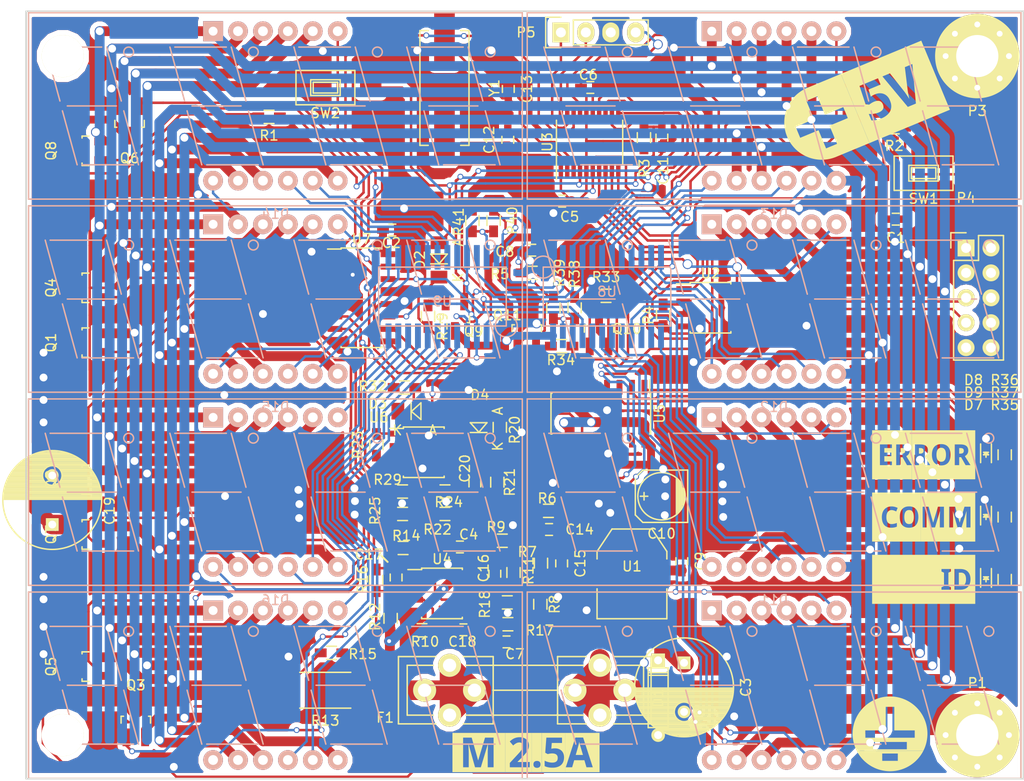
<source format=kicad_pcb>
(kicad_pcb (version 4) (host pcbnew 4.0.4-1.fc24-product)
  (layers (0 F.Cu signal) (31 B.Cu signal) (34 B.Paste user hide) (35 F.Paste user hide) (36 B.SilkS user hide) (37 F.SilkS user) (38 B.Mask user hide) (39 F.Mask user hide) (44 Edge.Cuts user))
  (net 0 "")
  (net 1 "Net-(C1-Pad1)")
  (net 2 /USER_BTN)
  (net 3 GND)
  (net 4 VDD)
  (net 5 +3V3)
  (net 6 /RST)
  (net 7 /XT1)
  (net 8 /XT2)
  (net 9 "Net-(C14-Pad2)")
  (net 10 "Net-(C15-Pad2)")
  (net 11 "Net-(C16-Pad1)")
  (net 12 /CM_STAGE2_FB)
  (net 13 /CM_STAGE1)
  (net 14 /CM_STAGE1_FB)
  (net 15 "Net-(C18-Pad2)")
  (net 16 /SEG_COM_MEAS)
  (net 17 /~WD_RST)
  (net 18 /WD_COMP)
  (net 19 /LED_ID)
  (net 20 /LED_ERROR)
  (net 21 /LED_COMM)
  (net 22 "Net-(D10-Pad6)")
  (net 23 "Net-(D10-Pad9)")
  (net 24 "Net-(D10-Pad8)")
  (net 25 "Net-(D10-Pad12)")
  (net 26 "Net-(D11-Pad6)")
  (net 27 "Net-(D11-Pad9)")
  (net 28 "Net-(D11-Pad8)")
  (net 29 "Net-(D11-Pad12)")
  (net 30 "Net-(D12-Pad6)")
  (net 31 "Net-(D12-Pad9)")
  (net 32 "Net-(D12-Pad8)")
  (net 33 "Net-(D12-Pad12)")
  (net 34 "Net-(D13-Pad6)")
  (net 35 "Net-(D13-Pad9)")
  (net 36 "Net-(D13-Pad8)")
  (net 37 "Net-(D13-Pad12)")
  (net 38 /SEG_E_COM)
  (net 39 /SEG_D_COM)
  (net 40 /SEG_DP_COM)
  (net 41 /SEG_C_COM)
  (net 42 /SEG_G_COM)
  (net 43 "Net-(D14-Pad6)")
  (net 44 "Net-(D14-Pad9)")
  (net 45 "Net-(D14-Pad8)")
  (net 46 "Net-(D14-Pad12)")
  (net 47 /SEG_A_COM)
  (net 48 /SEG_B_COM)
  (net 49 /SEG_F_COM)
  (net 50 "Net-(D15-Pad6)")
  (net 51 "Net-(D15-Pad9)")
  (net 52 "Net-(D15-Pad8)")
  (net 53 "Net-(D15-Pad12)")
  (net 54 "Net-(D16-Pad6)")
  (net 55 "Net-(D16-Pad9)")
  (net 56 "Net-(D16-Pad8)")
  (net 57 "Net-(D16-Pad12)")
  (net 58 "Net-(D17-Pad6)")
  (net 59 "Net-(D17-Pad9)")
  (net 60 "Net-(D17-Pad8)")
  (net 61 "Net-(D17-Pad12)")
  (net 62 /RS485_A)
  (net 63 /RS485_B)
  (net 64 /SWDIO)
  (net 65 /SWCLK)
  (net 66 /SEG_A_CTRL)
  (net 67 /SEG_B_CTRL)
  (net 68 /SEG_C_CTRL)
  (net 69 /SEG_D_CTRL)
  (net 70 /SEG_E_CTRL)
  (net 71 /SEG_F_CTRL)
  (net 72 /SEG_G_CTLR)
  (net 73 /SEG_DP_CTRL)
  (net 74 /~OE)
  (net 75 "Net-(Q9-Pad2)")
  (net 76 "Net-(Q10-Pad2)")
  (net 77 "Net-(Q11-Pad2)")
  (net 78 /RS485_DE)
  (net 79 /CMEAS_OFFX_COMP)
  (net 80 /CMEAS_OUT)
  (net 81 "Net-(R10-Pad2)")
  (net 82 /R_SET_CTRL0)
  (net 83 /R_SET_CTRL1)
  (net 84 "Net-(R38-Pad2)")
  (net 85 /mux_mod_left/R_SET_0)
  (net 86 "Net-(R40-Pad2)")
  (net 87 /mux_mod_left/R_SET_1)
  (net 88 /RS485_RX)
  (net 89 /RS485_TX)
  (net 90 /SCK)
  (net 91 /MOSI_C0)
  (net 92 /STROBE)
  (net 93 /AUX_STROBE)
  (net 94 "Net-(U5-Pad4)")
  (net 95 /MOSI_C3)
  (net 96 "Net-(U5-Pad14)")
  (net 97 /MOSI_C2)
  (net 98 /MOSI_C1)
  (net 99 /mux_mod_left/VDD)
  (net 100 /VDD_PRE_FUSE)
  (net 101 /~WD_RST1)
  (net 102 /~WD_RST2)
  (net 103 /WD_REF2)
  (net 104 /WD_REF1)
  (net 105 "Net-(D7-Pad2)")
  (net 106 "Net-(D8-Pad2)")
  (net 107 "Net-(D9-Pad2)")
  (net 108 "Net-(U5-Pad5)")
  (net 109 "Net-(U5-Pad15)")
  (module Resistors_SMD:R_0603_HandSoldering (layer F.Cu) (at 147.955 101.6 270)
    (fp_text reference R35 (at -17.78 0 360) (layer F.SilkS))
    (fp_text value 100)
    (pad 1 smd rect (at -1.1 0 270) (size 1.2 0.9) (layers F.Cu F.Paste F.Mask) (net 19 /LED_ID))
    (pad 2 smd rect (at 1.1 0 270) (size 1.2 0.9) (layers F.Cu F.Paste F.Mask) (net 105 "Net-(D7-Pad2)"))
  )
  (module Capacitors_SMD:c_elec_5x5.8 (layer F.Cu) (at 112.9919 93.1291 180)
    (fp_text reference C10 (at 0 -3.81 180) (layer F.SilkS))
    (fp_text value 47u)
    (pad 1 smd rect (at 2.19964 0 180) (size 2.99974 1.6002) (layers F.Cu F.Paste F.Mask) (net 5 +3V3))
    (pad 2 smd rect (at -2.19964 0 180) (size 2.99974 1.6002) (layers F.Cu F.Paste F.Mask) (net 3 GND))
  )
  (module Displays_7-Segment:Cx56-12 (layer B.Cu) (at 118.11 45.72)
    (fp_text reference D13 (at 6.35 18.62) (layer B.SilkS) (effects (justify mirror)))
    (fp_text value 7seg_4digit_cc)
    (pad 1 thru_hole rect (at 0 0) (size 2.032 2.032) (drill 0.9144) (layers *.Cu *.Mask B.SilkS) (net 38 /SEG_E_COM))
    (pad 2 thru_hole circle (at 2.54 0) (size 2 2) (drill 1) (layers *.Cu *.Mask B.SilkS) (net 39 /SEG_D_COM))
    (pad 3 thru_hole circle (at 5.08 0) (size 2 2) (drill 1) (layers *.Cu *.Mask B.SilkS) (net 40 /SEG_DP_COM))
    (pad 4 thru_hole circle (at 7.62 0) (size 2 2) (drill 1) (layers *.Cu *.Mask B.SilkS) (net 41 /SEG_C_COM))
    (pad 5 thru_hole circle (at 10.16 0) (size 2 2) (drill 1) (layers *.Cu *.Mask B.SilkS) (net 42 /SEG_G_COM))
    (pad 6 thru_hole circle (at 12.7 0) (size 2 2) (drill 1) (layers *.Cu *.Mask B.SilkS) (net 34 "Net-(D13-Pad6)"))
    (pad 9 thru_hole circle (at 7.62 15.24) (size 2 2) (drill 1) (layers *.Cu *.Mask B.SilkS) (net 35 "Net-(D13-Pad9)"))
    (pad 8 thru_hole circle (at 10.16 15.24) (size 2 2) (drill 1) (layers *.Cu *.Mask B.SilkS) (net 36 "Net-(D13-Pad8)"))
    (pad 12 thru_hole circle (at 0 15.24) (size 2 2) (drill 1) (layers *.Cu *.Mask B.SilkS) (net 37 "Net-(D13-Pad12)"))
    (pad 11 thru_hole circle (at 2.54 15.24) (size 2 2) (drill 1) (layers *.Cu *.Mask B.SilkS) (net 47 /SEG_A_COM))
    (pad 7 thru_hole circle (at 12.7 15.24) (size 2 2) (drill 1) (layers *.Cu *.Mask B.SilkS) (net 48 /SEG_B_COM))
    (pad 10 thru_hole circle (at 5.08 15.24) (size 2 2) (drill 1) (layers *.Cu *.Mask B.SilkS) (net 49 /SEG_F_COM))
  )
  (module Crystals:Crystal_HC49-SD_SMD (layer F.Cu) (at 90.8812 51.5112 270)
    (fp_text reference Y1 (at 0 -5.08 270) (layer F.SilkS))
    (fp_text value 8MHz)
    (pad 1 smd rect (at -4.84886 0 270) (size 5.6007 2.10058) (layers F.Cu F.Paste F.Mask) (net 8 /XT2))
    (pad 2 smd rect (at 4.84886 0 270) (size 5.6007 2.10058) (layers F.Cu F.Paste F.Mask) (net 7 /XT1))
  )
  (module Diodes_SMD:MiniMELF_Standard (layer F.Cu) (at 90.3224 69.0372 90)
    (fp_text reference D2 (at 0 -1.95 90) (layer F.SilkS))
    (fp_text value D_Small)
    (fp_text user K (at -1.8 1.95 90) (layer F.SilkS))
    (fp_text user A (at 1.8 1.95 90) (layer F.SilkS))
    (pad 1 smd rect (at -1.75006 0 90) (size 1.30048 1.69926) (layers F.Cu F.Paste F.Mask) (net 17 /~WD_RST))
    (pad 2 smd rect (at 1.75006 0 90) (size 1.30048 1.69926) (layers F.Cu F.Paste F.Mask) (net 6 /RST))
  )
  (module Diodes_SMD:MiniMELF_Standard (layer F.Cu) (at 94.361 86.233 90)
    (fp_text reference D4 (at 3.429 0.127 180) (layer F.SilkS))
    (fp_text value D_Small)
    (fp_text user K (at -1.8 1.95 90) (layer F.SilkS))
    (fp_text user A (at 1.8 1.95 90) (layer F.SilkS))
    (pad 1 smd rect (at -1.75006 0 90) (size 1.30048 1.69926) (layers F.Cu F.Paste F.Mask) (net 102 /~WD_RST2))
    (pad 2 smd rect (at 1.75006 0 90) (size 1.30048 1.69926) (layers F.Cu F.Paste F.Mask) (net 17 /~WD_RST))
  )
  (module Diodes_SMD:MiniMELF_Standard (layer F.Cu) (at 87.884 84.455)
    (fp_text reference D3 (at -3.81 -0.762) (layer F.SilkS))
    (fp_text value D_Small)
    (fp_text user K (at -1.8 1.95) (layer F.SilkS))
    (fp_text user A (at 1.8 1.95) (layer F.SilkS))
    (pad 1 smd rect (at -1.75006 0) (size 1.30048 1.69926) (layers F.Cu F.Paste F.Mask) (net 101 /~WD_RST1))
    (pad 2 smd rect (at 1.75006 0) (size 1.30048 1.69926) (layers F.Cu F.Paste F.Mask) (net 17 /~WD_RST))
  )
  (module Resistors_SMD:R_2512_HandSoldering (layer F.Cu) (at 78.74 112.903 180)
    (fp_text reference R13 (at 0 -3.1 180) (layer F.SilkS))
    (fp_text value 0.1)
    (pad 1 smd rect (at -3.95 0 180) (size 2.7 3.2) (layers F.Cu F.Paste F.Mask) (net 4 VDD))
    (pad 2 smd rect (at 3.95 0 180) (size 2.7 3.2) (layers F.Cu F.Paste F.Mask) (net 16 /SEG_COM_MEAS))
  )
  (module Displays_7-Segment:Cx56-12 (layer B.Cu) (at 118.11 85.09)
    (fp_text reference D11 (at 6.35 18.62) (layer B.SilkS) (effects (justify mirror)))
    (fp_text value 7seg_4digit_cc)
    (pad 1 thru_hole rect (at 0 0) (size 2.032 2.032) (drill 0.9144) (layers *.Cu *.Mask B.SilkS) (net 38 /SEG_E_COM))
    (pad 2 thru_hole circle (at 2.54 0) (size 2 2) (drill 1) (layers *.Cu *.Mask B.SilkS) (net 39 /SEG_D_COM))
    (pad 3 thru_hole circle (at 5.08 0) (size 2 2) (drill 1) (layers *.Cu *.Mask B.SilkS) (net 40 /SEG_DP_COM))
    (pad 4 thru_hole circle (at 7.62 0) (size 2 2) (drill 1) (layers *.Cu *.Mask B.SilkS) (net 41 /SEG_C_COM))
    (pad 5 thru_hole circle (at 10.16 0) (size 2 2) (drill 1) (layers *.Cu *.Mask B.SilkS) (net 42 /SEG_G_COM))
    (pad 6 thru_hole circle (at 12.7 0) (size 2 2) (drill 1) (layers *.Cu *.Mask B.SilkS) (net 26 "Net-(D11-Pad6)"))
    (pad 9 thru_hole circle (at 7.62 15.24) (size 2 2) (drill 1) (layers *.Cu *.Mask B.SilkS) (net 27 "Net-(D11-Pad9)"))
    (pad 8 thru_hole circle (at 10.16 15.24) (size 2 2) (drill 1) (layers *.Cu *.Mask B.SilkS) (net 28 "Net-(D11-Pad8)"))
    (pad 12 thru_hole circle (at 0 15.24) (size 2 2) (drill 1) (layers *.Cu *.Mask B.SilkS) (net 29 "Net-(D11-Pad12)"))
    (pad 11 thru_hole circle (at 2.54 15.24) (size 2 2) (drill 1) (layers *.Cu *.Mask B.SilkS) (net 47 /SEG_A_COM))
    (pad 7 thru_hole circle (at 12.7 15.24) (size 2 2) (drill 1) (layers *.Cu *.Mask B.SilkS) (net 48 /SEG_B_COM))
    (pad 10 thru_hole circle (at 5.08 15.24) (size 2 2) (drill 1) (layers *.Cu *.Mask B.SilkS) (net 49 /SEG_F_COM))
  )
  (module Displays_7-Segment:Cx56-12 (layer B.Cu) (at 67.31 104.775)
    (fp_text reference D17 (at 6.35 18.62) (layer B.SilkS) (effects (justify mirror)))
    (fp_text value 7seg_4digit_cc)
    (pad 1 thru_hole rect (at 0 0) (size 2.032 2.032) (drill 0.9144) (layers *.Cu *.Mask B.SilkS) (net 38 /SEG_E_COM))
    (pad 2 thru_hole circle (at 2.54 0) (size 2 2) (drill 1) (layers *.Cu *.Mask B.SilkS) (net 39 /SEG_D_COM))
    (pad 3 thru_hole circle (at 5.08 0) (size 2 2) (drill 1) (layers *.Cu *.Mask B.SilkS) (net 40 /SEG_DP_COM))
    (pad 4 thru_hole circle (at 7.62 0) (size 2 2) (drill 1) (layers *.Cu *.Mask B.SilkS) (net 41 /SEG_C_COM))
    (pad 5 thru_hole circle (at 10.16 0) (size 2 2) (drill 1) (layers *.Cu *.Mask B.SilkS) (net 42 /SEG_G_COM))
    (pad 6 thru_hole circle (at 12.7 0) (size 2 2) (drill 1) (layers *.Cu *.Mask B.SilkS) (net 58 "Net-(D17-Pad6)"))
    (pad 9 thru_hole circle (at 7.62 15.24) (size 2 2) (drill 1) (layers *.Cu *.Mask B.SilkS) (net 59 "Net-(D17-Pad9)"))
    (pad 8 thru_hole circle (at 10.16 15.24) (size 2 2) (drill 1) (layers *.Cu *.Mask B.SilkS) (net 60 "Net-(D17-Pad8)"))
    (pad 12 thru_hole circle (at 0 15.24) (size 2 2) (drill 1) (layers *.Cu *.Mask B.SilkS) (net 61 "Net-(D17-Pad12)"))
    (pad 11 thru_hole circle (at 2.54 15.24) (size 2 2) (drill 1) (layers *.Cu *.Mask B.SilkS) (net 47 /SEG_A_COM))
    (pad 7 thru_hole circle (at 12.7 15.24) (size 2 2) (drill 1) (layers *.Cu *.Mask B.SilkS) (net 48 /SEG_B_COM))
    (pad 10 thru_hole circle (at 5.08 15.24) (size 2 2) (drill 1) (layers *.Cu *.Mask B.SilkS) (net 49 /SEG_F_COM))
  )
  (module Displays_7-Segment:Cx56-12 (layer B.Cu) (at 67.31 65.405)
    (fp_text reference D15 (at 6.35 18.62) (layer B.SilkS) (effects (justify mirror)))
    (fp_text value 7seg_4digit_cc)
    (pad 1 thru_hole rect (at 0 0) (size 2.032 2.032) (drill 0.9144) (layers *.Cu *.Mask B.SilkS) (net 38 /SEG_E_COM))
    (pad 2 thru_hole circle (at 2.54 0) (size 2 2) (drill 1) (layers *.Cu *.Mask B.SilkS) (net 39 /SEG_D_COM))
    (pad 3 thru_hole circle (at 5.08 0) (size 2 2) (drill 1) (layers *.Cu *.Mask B.SilkS) (net 40 /SEG_DP_COM))
    (pad 4 thru_hole circle (at 7.62 0) (size 2 2) (drill 1) (layers *.Cu *.Mask B.SilkS) (net 41 /SEG_C_COM))
    (pad 5 thru_hole circle (at 10.16 0) (size 2 2) (drill 1) (layers *.Cu *.Mask B.SilkS) (net 42 /SEG_G_COM))
    (pad 6 thru_hole circle (at 12.7 0) (size 2 2) (drill 1) (layers *.Cu *.Mask B.SilkS) (net 50 "Net-(D15-Pad6)"))
    (pad 9 thru_hole circle (at 7.62 15.24) (size 2 2) (drill 1) (layers *.Cu *.Mask B.SilkS) (net 51 "Net-(D15-Pad9)"))
    (pad 8 thru_hole circle (at 10.16 15.24) (size 2 2) (drill 1) (layers *.Cu *.Mask B.SilkS) (net 52 "Net-(D15-Pad8)"))
    (pad 12 thru_hole circle (at 0 15.24) (size 2 2) (drill 1) (layers *.Cu *.Mask B.SilkS) (net 53 "Net-(D15-Pad12)"))
    (pad 11 thru_hole circle (at 2.54 15.24) (size 2 2) (drill 1) (layers *.Cu *.Mask B.SilkS) (net 47 /SEG_A_COM))
    (pad 7 thru_hole circle (at 12.7 15.24) (size 2 2) (drill 1) (layers *.Cu *.Mask B.SilkS) (net 48 /SEG_B_COM))
    (pad 10 thru_hole circle (at 5.08 15.24) (size 2 2) (drill 1) (layers *.Cu *.Mask B.SilkS) (net 49 /SEG_F_COM))
  )
  (module Displays_7-Segment:Cx56-12 (layer B.Cu) (at 67.31 85.09)
    (fp_text reference D16 (at 6.35 18.62) (layer B.SilkS) (effects (justify mirror)))
    (fp_text value 7seg_4digit_cc)
    (pad 1 thru_hole rect (at 0 0) (size 2.032 2.032) (drill 0.9144) (layers *.Cu *.Mask B.SilkS) (net 38 /SEG_E_COM))
    (pad 2 thru_hole circle (at 2.54 0) (size 2 2) (drill 1) (layers *.Cu *.Mask B.SilkS) (net 39 /SEG_D_COM))
    (pad 3 thru_hole circle (at 5.08 0) (size 2 2) (drill 1) (layers *.Cu *.Mask B.SilkS) (net 40 /SEG_DP_COM))
    (pad 4 thru_hole circle (at 7.62 0) (size 2 2) (drill 1) (layers *.Cu *.Mask B.SilkS) (net 41 /SEG_C_COM))
    (pad 5 thru_hole circle (at 10.16 0) (size 2 2) (drill 1) (layers *.Cu *.Mask B.SilkS) (net 42 /SEG_G_COM))
    (pad 6 thru_hole circle (at 12.7 0) (size 2 2) (drill 1) (layers *.Cu *.Mask B.SilkS) (net 54 "Net-(D16-Pad6)"))
    (pad 9 thru_hole circle (at 7.62 15.24) (size 2 2) (drill 1) (layers *.Cu *.Mask B.SilkS) (net 55 "Net-(D16-Pad9)"))
    (pad 8 thru_hole circle (at 10.16 15.24) (size 2 2) (drill 1) (layers *.Cu *.Mask B.SilkS) (net 56 "Net-(D16-Pad8)"))
    (pad 12 thru_hole circle (at 0 15.24) (size 2 2) (drill 1) (layers *.Cu *.Mask B.SilkS) (net 57 "Net-(D16-Pad12)"))
    (pad 11 thru_hole circle (at 2.54 15.24) (size 2 2) (drill 1) (layers *.Cu *.Mask B.SilkS) (net 47 /SEG_A_COM))
    (pad 7 thru_hole circle (at 12.7 15.24) (size 2 2) (drill 1) (layers *.Cu *.Mask B.SilkS) (net 48 /SEG_B_COM))
    (pad 10 thru_hole circle (at 5.08 15.24) (size 2 2) (drill 1) (layers *.Cu *.Mask B.SilkS) (net 49 /SEG_F_COM))
  )
  (module Capacitors_SMD:C_0603_HandSoldering (layer F.Cu) (at 136.8552 64.8843 180)
    (fp_text reference C1 (at 0 -1.9 180) (layer F.SilkS))
    (fp_text value 100n)
    (pad 1 smd rect (at -0.95 0 180) (size 1.2 0.75) (layers F.Cu F.Paste F.Mask) (net 1 "Net-(C1-Pad1)"))
    (pad 2 smd rect (at 0.95 0 180) (size 1.2 0.75) (layers F.Cu F.Paste F.Mask) (net 2 /USER_BTN))
  )
  (module Capacitors_SMD:C_0603_HandSoldering (layer F.Cu) (at 85.5726 65.9892 180)
    (fp_text reference C2 (at 0.1016 -1.3208 180) (layer F.SilkS))
    (fp_text value 100n)
    (pad 1 smd rect (at -0.95 0 180) (size 1.2 0.75) (layers F.Cu F.Paste F.Mask) (net 3 GND))
    (pad 2 smd rect (at 0.95 0 180) (size 1.2 0.75) (layers F.Cu F.Paste F.Mask) (net 4 VDD))
  )
  (module Capacitors_SMD:C_0603_HandSoldering (layer F.Cu) (at 92.456 98.298)
    (fp_text reference C4 (at 0.889 -1.27) (layer F.SilkS))
    (fp_text value 100n)
    (pad 1 smd rect (at -0.95 0) (size 1.2 0.75) (layers F.Cu F.Paste F.Mask) (net 3 GND))
    (pad 2 smd rect (at 0.95 0) (size 1.2 0.75) (layers F.Cu F.Paste F.Mask) (net 4 VDD))
  )
  (module Capacitors_SMD:C_0603_HandSoldering (layer F.Cu) (at 102.87 63.0428)
    (fp_text reference C5 (at 0.762 1.6002) (layer F.SilkS))
    (fp_text value 100n)
    (pad 1 smd rect (at -0.95 0) (size 1.2 0.75) (layers F.Cu F.Paste F.Mask) (net 3 GND))
    (pad 2 smd rect (at 0.95 0) (size 1.2 0.75) (layers F.Cu F.Paste F.Mask) (net 5 +3V3))
  )
  (module Capacitors_SMD:C_0603_HandSoldering (layer F.Cu) (at 105.7402 51.4604 180)
    (fp_text reference C6 (at 0.2032 1.2954 180) (layer F.SilkS))
    (fp_text value 100n)
    (pad 1 smd rect (at -0.95 0 180) (size 1.2 0.75) (layers F.Cu F.Paste F.Mask) (net 3 GND))
    (pad 2 smd rect (at 0.95 0 180) (size 1.2 0.75) (layers F.Cu F.Paste F.Mask) (net 5 +3V3))
  )
  (module Capacitors_SMD:C_0603_HandSoldering (layer F.Cu) (at 97.2058 107.9754)
    (fp_text reference C7 (at 0.8382 1.2446) (layer F.SilkS))
    (fp_text value 100n)
    (pad 1 smd rect (at -0.95 0) (size 1.2 0.75) (layers F.Cu F.Paste F.Mask) (net 3 GND))
    (pad 2 smd rect (at 0.95 0) (size 1.2 0.75) (layers F.Cu F.Paste F.Mask) (net 5 +3V3))
  )
  (module Capacitors_SMD:C_0603_HandSoldering (layer F.Cu) (at 99.822 68.0466)
    (fp_text reference C8 (at -2.794 0.1524) (layer F.SilkS))
    (fp_text value 100n)
    (pad 1 smd rect (at -0.95 0) (size 1.2 0.75) (layers F.Cu F.Paste F.Mask) (net 3 GND))
    (pad 2 smd rect (at 0.95 0) (size 1.2 0.75) (layers F.Cu F.Paste F.Mask) (net 5 +3V3))
  )
  (module Capacitors_SMD:C_0603_HandSoldering (layer F.Cu) (at 115.062 99.7458 270)
    (fp_text reference C9 (at 0 -1.9 270) (layer F.SilkS))
    (fp_text value 100n)
    (pad 1 smd rect (at -0.95 0 270) (size 1.2 0.75) (layers F.Cu F.Paste F.Mask) (net 3 GND))
    (pad 2 smd rect (at 0.95 0 270) (size 1.2 0.75) (layers F.Cu F.Paste F.Mask) (net 5 +3V3))
  )
  (module Capacitors_SMD:C_0603_HandSoldering (layer F.Cu) (at 113.03 56.5658 270)
    (fp_text reference C11 (at 3.3782 -0.127 270) (layer F.SilkS))
    (fp_text value 10n)
    (pad 1 smd rect (at -0.95 0 270) (size 1.2 0.75) (layers F.Cu F.Paste F.Mask) (net 6 /RST))
    (pad 2 smd rect (at 0.95 0 270) (size 1.2 0.75) (layers F.Cu F.Paste F.Mask) (net 3 GND))
  )
  (module Capacitors_SMD:C_0603_HandSoldering (layer F.Cu) (at 97.3328 56.7944 90)
    (fp_text reference C12 (at 0 -1.9 90) (layer F.SilkS))
    (fp_text value 22p)
    (pad 1 smd rect (at -0.95 0 90) (size 1.2 0.75) (layers F.Cu F.Paste F.Mask) (net 3 GND))
    (pad 2 smd rect (at 0.95 0 90) (size 1.2 0.75) (layers F.Cu F.Paste F.Mask) (net 7 /XT1))
  )
  (module Capacitors_SMD:C_0603_HandSoldering (layer F.Cu) (at 97.3836 51.6128 270)
    (fp_text reference C13 (at 0 -1.9 270) (layer F.SilkS))
    (fp_text value 22p)
    (pad 1 smd rect (at -0.95 0 270) (size 1.2 0.75) (layers F.Cu F.Paste F.Mask) (net 3 GND))
    (pad 2 smd rect (at 0.95 0 270) (size 1.2 0.75) (layers F.Cu F.Paste F.Mask) (net 8 /XT2))
  )
  (module Capacitors_SMD:C_0603_HandSoldering (layer F.Cu) (at 101.5365 96.52 180)
    (fp_text reference C14 (at -3.1115 0 180) (layer F.SilkS))
    (fp_text value 220n)
    (pad 1 smd rect (at -0.95 0 180) (size 1.2 0.75) (layers F.Cu F.Paste F.Mask) (net 3 GND))
    (pad 2 smd rect (at 0.95 0 180) (size 1.2 0.75) (layers F.Cu F.Paste F.Mask) (net 9 "Net-(C14-Pad2)"))
  )
  (module Capacitors_SMD:C_0603_HandSoldering (layer F.Cu) (at 102.8192 99.9744 270)
    (fp_text reference C15 (at 0 -1.9 270) (layer F.SilkS))
    (fp_text value 220n)
    (pad 1 smd rect (at -0.95 0 270) (size 1.2 0.75) (layers F.Cu F.Paste F.Mask) (net 3 GND))
    (pad 2 smd rect (at 0.95 0 270) (size 1.2 0.75) (layers F.Cu F.Paste F.Mask) (net 10 "Net-(C15-Pad2)"))
  )
  (module Capacitors_SMD:C_0603_HandSoldering (layer F.Cu) (at 96.012 101.0285 270)
    (fp_text reference C16 (at -0.5715 1.143 270) (layer F.SilkS))
    (fp_text value comp)
    (pad 1 smd rect (at -0.95 0 270) (size 1.2 0.75) (layers F.Cu F.Paste F.Mask) (net 11 "Net-(C16-Pad1)"))
    (pad 2 smd rect (at 0.95 0 270) (size 1.2 0.75) (layers F.Cu F.Paste F.Mask) (net 12 /CM_STAGE2_FB))
  )
  (module Capacitors_SMD:C_0603_HandSoldering (layer F.Cu) (at 85.9536 101.4095 270)
    (fp_text reference C17 (at -2.3495 2.7686 360) (layer F.SilkS))
    (fp_text value comp)
    (pad 1 smd rect (at -0.95 0 270) (size 1.2 0.75) (layers F.Cu F.Paste F.Mask) (net 13 /CM_STAGE1))
    (pad 2 smd rect (at 0.95 0 270) (size 1.2 0.75) (layers F.Cu F.Paste F.Mask) (net 14 /CM_STAGE1_FB))
  )
  (module Capacitors_SMD:C_0603_HandSoldering (layer F.Cu) (at 92.8116 106.7435)
    (fp_text reference C18 (at -0.1016 1.2065) (layer F.SilkS))
    (fp_text value 100n)
    (pad 1 smd rect (at -0.95 0) (size 1.2 0.75) (layers F.Cu F.Paste F.Mask) (net 3 GND))
    (pad 2 smd rect (at 0.95 0) (size 1.2 0.75) (layers F.Cu F.Paste F.Mask) (net 15 "Net-(C18-Pad2)"))
  )
  (module Capacitors_SMD:C_0603_HandSoldering (layer F.Cu) (at 93.98 91.821 270)
    (fp_text reference C20 (at -1.524 1.016 270) (layer F.SilkS))
    (fp_text value 100n)
    (pad 1 smd rect (at -0.95 0 270) (size 1.2 0.75) (layers F.Cu F.Paste F.Mask) (net 18 /WD_COMP))
    (pad 2 smd rect (at 0.95 0 270) (size 1.2 0.75) (layers F.Cu F.Paste F.Mask) (net 3 GND))
  )
  (module LEDs:LED_0603 (layer F.Cu) (at 146.05 101.6 270)
    (fp_text reference D7 (at -17.78 1.27 360) (layer F.SilkS))
    (fp_text value ID)
    (pad 2 smd rect (at 0.7493 0 90) (size 0.79756 0.79756) (layers F.Cu F.Paste F.Mask) (net 105 "Net-(D7-Pad2)"))
    (pad 1 smd rect (at -0.7493 0 90) (size 0.79756 0.79756) (layers F.Cu F.Paste F.Mask) (net 3 GND))
  )
  (module LEDs:LED_0603 (layer F.Cu) (at 146.05 88.9 270)
    (fp_text reference D8 (at -7.62 1.27 360) (layer F.SilkS))
    (fp_text value ERROR)
    (pad 2 smd rect (at 0.7493 0 90) (size 0.79756 0.79756) (layers F.Cu F.Paste F.Mask) (net 106 "Net-(D8-Pad2)"))
    (pad 1 smd rect (at -0.7493 0 90) (size 0.79756 0.79756) (layers F.Cu F.Paste F.Mask) (net 3 GND))
  )
  (module LEDs:LED_0603 (layer F.Cu) (at 146.05 95.25 270)
    (fp_text reference D9 (at -12.7 1.27 360) (layer F.SilkS))
    (fp_text value COMM)
    (pad 2 smd rect (at 0.7493 0 90) (size 0.79756 0.79756) (layers F.Cu F.Paste F.Mask) (net 107 "Net-(D9-Pad2)"))
    (pad 1 smd rect (at -0.7493 0 90) (size 0.79756 0.79756) (layers F.Cu F.Paste F.Mask) (net 3 GND))
  )
  (module Displays_7-Segment:Cx56-12 (layer B.Cu) (at 118.11 104.775)
    (fp_text reference D10 (at 6.35 18.62) (layer B.SilkS) (effects (justify mirror)))
    (fp_text value 7seg_4digit_cc)
    (pad 1 thru_hole rect (at 0 0) (size 2.032 2.032) (drill 0.9144) (layers *.Cu *.Mask B.SilkS) (net 38 /SEG_E_COM))
    (pad 2 thru_hole circle (at 2.54 0) (size 2 2) (drill 1) (layers *.Cu *.Mask B.SilkS) (net 39 /SEG_D_COM))
    (pad 3 thru_hole circle (at 5.08 0) (size 2 2) (drill 1) (layers *.Cu *.Mask B.SilkS) (net 40 /SEG_DP_COM))
    (pad 4 thru_hole circle (at 7.62 0) (size 2 2) (drill 1) (layers *.Cu *.Mask B.SilkS) (net 41 /SEG_C_COM))
    (pad 5 thru_hole circle (at 10.16 0) (size 2 2) (drill 1) (layers *.Cu *.Mask B.SilkS) (net 42 /SEG_G_COM))
    (pad 6 thru_hole circle (at 12.7 0) (size 2 2) (drill 1) (layers *.Cu *.Mask B.SilkS) (net 22 "Net-(D10-Pad6)"))
    (pad 9 thru_hole circle (at 7.62 15.24) (size 2 2) (drill 1) (layers *.Cu *.Mask B.SilkS) (net 23 "Net-(D10-Pad9)"))
    (pad 8 thru_hole circle (at 10.16 15.24) (size 2 2) (drill 1) (layers *.Cu *.Mask B.SilkS) (net 24 "Net-(D10-Pad8)"))
    (pad 12 thru_hole circle (at 0 15.24) (size 2 2) (drill 1) (layers *.Cu *.Mask B.SilkS) (net 25 "Net-(D10-Pad12)"))
    (pad 11 thru_hole circle (at 2.54 15.24) (size 2 2) (drill 1) (layers *.Cu *.Mask B.SilkS) (net 47 /SEG_A_COM))
    (pad 7 thru_hole circle (at 12.7 15.24) (size 2 2) (drill 1) (layers *.Cu *.Mask B.SilkS) (net 48 /SEG_B_COM))
    (pad 10 thru_hole circle (at 5.08 15.24) (size 2 2) (drill 1) (layers *.Cu *.Mask B.SilkS) (net 49 /SEG_F_COM))
  )
  (module Displays_7-Segment:Cx56-12 (layer B.Cu) (at 118.11 65.405)
    (fp_text reference D12 (at 6.35 18.62) (layer B.SilkS) (effects (justify mirror)))
    (fp_text value 7seg_4digit_cc)
    (pad 1 thru_hole rect (at 0 0) (size 2.032 2.032) (drill 0.9144) (layers *.Cu *.Mask B.SilkS) (net 38 /SEG_E_COM))
    (pad 2 thru_hole circle (at 2.54 0) (size 2 2) (drill 1) (layers *.Cu *.Mask B.SilkS) (net 39 /SEG_D_COM))
    (pad 3 thru_hole circle (at 5.08 0) (size 2 2) (drill 1) (layers *.Cu *.Mask B.SilkS) (net 40 /SEG_DP_COM))
    (pad 4 thru_hole circle (at 7.62 0) (size 2 2) (drill 1) (layers *.Cu *.Mask B.SilkS) (net 41 /SEG_C_COM))
    (pad 5 thru_hole circle (at 10.16 0) (size 2 2) (drill 1) (layers *.Cu *.Mask B.SilkS) (net 42 /SEG_G_COM))
    (pad 6 thru_hole circle (at 12.7 0) (size 2 2) (drill 1) (layers *.Cu *.Mask B.SilkS) (net 30 "Net-(D12-Pad6)"))
    (pad 9 thru_hole circle (at 7.62 15.24) (size 2 2) (drill 1) (layers *.Cu *.Mask B.SilkS) (net 31 "Net-(D12-Pad9)"))
    (pad 8 thru_hole circle (at 10.16 15.24) (size 2 2) (drill 1) (layers *.Cu *.Mask B.SilkS) (net 32 "Net-(D12-Pad8)"))
    (pad 12 thru_hole circle (at 0 15.24) (size 2 2) (drill 1) (layers *.Cu *.Mask B.SilkS) (net 33 "Net-(D12-Pad12)"))
    (pad 11 thru_hole circle (at 2.54 15.24) (size 2 2) (drill 1) (layers *.Cu *.Mask B.SilkS) (net 47 /SEG_A_COM))
    (pad 7 thru_hole circle (at 12.7 15.24) (size 2 2) (drill 1) (layers *.Cu *.Mask B.SilkS) (net 48 /SEG_B_COM))
    (pad 10 thru_hole circle (at 5.08 15.24) (size 2 2) (drill 1) (layers *.Cu *.Mask B.SilkS) (net 49 /SEG_F_COM))
  )
  (module Displays_7-Segment:Cx56-12 (layer B.Cu) (at 67.31 45.72)
    (fp_text reference D14 (at 6.35 18.62) (layer B.SilkS) (effects (justify mirror)))
    (fp_text value 7seg_4digit_cc)
    (pad 1 thru_hole rect (at 0 0) (size 2.032 2.032) (drill 0.9144) (layers *.Cu *.Mask B.SilkS) (net 38 /SEG_E_COM))
    (pad 2 thru_hole circle (at 2.54 0) (size 2 2) (drill 1) (layers *.Cu *.Mask B.SilkS) (net 39 /SEG_D_COM))
    (pad 3 thru_hole circle (at 5.08 0) (size 2 2) (drill 1) (layers *.Cu *.Mask B.SilkS) (net 40 /SEG_DP_COM))
    (pad 4 thru_hole circle (at 7.62 0) (size 2 2) (drill 1) (layers *.Cu *.Mask B.SilkS) (net 41 /SEG_C_COM))
    (pad 5 thru_hole circle (at 10.16 0) (size 2 2) (drill 1) (layers *.Cu *.Mask B.SilkS) (net 42 /SEG_G_COM))
    (pad 6 thru_hole circle (at 12.7 0) (size 2 2) (drill 1) (layers *.Cu *.Mask B.SilkS) (net 43 "Net-(D14-Pad6)"))
    (pad 9 thru_hole circle (at 7.62 15.24) (size 2 2) (drill 1) (layers *.Cu *.Mask B.SilkS) (net 44 "Net-(D14-Pad9)"))
    (pad 8 thru_hole circle (at 10.16 15.24) (size 2 2) (drill 1) (layers *.Cu *.Mask B.SilkS) (net 45 "Net-(D14-Pad8)"))
    (pad 12 thru_hole circle (at 0 15.24) (size 2 2) (drill 1) (layers *.Cu *.Mask B.SilkS) (net 46 "Net-(D14-Pad12)"))
    (pad 11 thru_hole circle (at 2.54 15.24) (size 2 2) (drill 1) (layers *.Cu *.Mask B.SilkS) (net 47 /SEG_A_COM))
    (pad 7 thru_hole circle (at 12.7 15.24) (size 2 2) (drill 1) (layers *.Cu *.Mask B.SilkS) (net 48 /SEG_B_COM))
    (pad 10 thru_hole circle (at 5.08 15.24) (size 2 2) (drill 1) (layers *.Cu *.Mask B.SilkS) (net 49 /SEG_F_COM))
  )
  (module Fuse_Holders_and_Fuses:Fuseholder5x20_horiz_open_universal_Type-III (layer F.Cu) (at 99.06 112.903 180)
    (fp_text reference F1 (at 14.224 -2.794 180) (layer F.SilkS))
    (fp_text value "2.5A MT")
    (pad 2 thru_hole circle (at 5.12064 0 180) (size 2.3495 2.3495) (drill 1.34874) (layers *.Cu *.Mask F.SilkS) (net 4 VDD))
    (pad 2 thru_hole circle (at 10.20064 0 180) (size 2.3495 2.3495) (drill 1.34874) (layers *.Cu *.Mask F.SilkS) (net 4 VDD))
    (pad 1 thru_hole circle (at -5.1181 0 180) (size 2.3495 2.3495) (drill 1.34874) (layers *.Cu *.Mask F.SilkS) (net 100 /VDD_PRE_FUSE))
    (pad 1 thru_hole circle (at -10.1981 0 180) (size 2.3495 2.3495) (drill 1.34874) (layers *.Cu *.Mask F.SilkS) (net 100 /VDD_PRE_FUSE))
    (pad 2 thru_hole circle (at 7.66064 -2.54 180) (size 2.3495 2.3495) (drill 1.34874) (layers *.Cu *.Mask F.SilkS) (net 4 VDD))
    (pad 2 thru_hole circle (at 7.66064 2.54 180) (size 2.3495 2.3495) (drill 1.34874) (layers *.Cu *.Mask F.SilkS) (net 4 VDD))
    (pad 1 thru_hole circle (at -7.6581 -2.54 180) (size 2.3495 2.3495) (drill 1.34874) (layers *.Cu *.Mask F.SilkS) (net 100 /VDD_PRE_FUSE))
    (pad 1 thru_hole circle (at -7.6581 2.54 180) (size 2.3495 2.3495) (drill 1.34874) (layers *.Cu *.Mask F.SilkS) (net 100 /VDD_PRE_FUSE))
  )
  (module Mounting_Holes:MountingHole_4.3mm_M4_Pad_Via (layer F.Cu) (at 145.161 117.475)
    (fp_text reference P1 (at 0 -5.3) (layer F.SilkS))
    (fp_text value VIN)
    (pad 1 thru_hole circle (at 0 0) (size 8.6 8.6) (drill 4.3) (layers *.Cu *.Mask F.SilkS) (net 100 /VDD_PRE_FUSE))
    (pad "" thru_hole circle (at 3.225 0) (size 0.7 0.7) (drill 0.6) (layers *.Cu *.Mask))
    (pad "" thru_hole circle (at 2.280419 2.280419) (size 0.7 0.7) (drill 0.6) (layers *.Cu *.Mask))
    (pad "" thru_hole circle (at 0 3.225) (size 0.7 0.7) (drill 0.6) (layers *.Cu *.Mask))
    (pad "" thru_hole circle (at -2.280419 2.280419) (size 0.7 0.7) (drill 0.6) (layers *.Cu *.Mask))
    (pad "" thru_hole circle (at -3.225 0) (size 0.7 0.7) (drill 0.6) (layers *.Cu *.Mask))
    (pad "" thru_hole circle (at -2.280419 -2.280419) (size 0.7 0.7) (drill 0.6) (layers *.Cu *.Mask))
    (pad "" thru_hole circle (at 0 -3.225) (size 0.7 0.7) (drill 0.6) (layers *.Cu *.Mask))
    (pad "" thru_hole circle (at 2.280419 -2.280419) (size 0.7 0.7) (drill 0.6) (layers *.Cu *.Mask))
  )
  (module Mounting_Holes:MountingHole_4.3mm_M4_Pad_Via (layer F.Cu) (at 145.161 48.26)
    (fp_text reference P3 (at 0 5.588) (layer F.SilkS))
    (fp_text value GND)
    (pad 1 thru_hole circle (at 0 0) (size 8.6 8.6) (drill 4.3) (layers *.Cu *.Mask F.SilkS) (net 3 GND))
    (pad "" thru_hole circle (at 3.225 0) (size 0.7 0.7) (drill 0.6) (layers *.Cu *.Mask))
    (pad "" thru_hole circle (at 2.280419 2.280419) (size 0.7 0.7) (drill 0.6) (layers *.Cu *.Mask))
    (pad "" thru_hole circle (at 0 3.225) (size 0.7 0.7) (drill 0.6) (layers *.Cu *.Mask))
    (pad "" thru_hole circle (at -2.280419 2.280419) (size 0.7 0.7) (drill 0.6) (layers *.Cu *.Mask))
    (pad "" thru_hole circle (at -3.225 0) (size 0.7 0.7) (drill 0.6) (layers *.Cu *.Mask))
    (pad "" thru_hole circle (at -2.280419 -2.280419) (size 0.7 0.7) (drill 0.6) (layers *.Cu *.Mask))
    (pad "" thru_hole circle (at 0 -3.225) (size 0.7 0.7) (drill 0.6) (layers *.Cu *.Mask))
    (pad "" thru_hole circle (at 2.280419 -2.280419) (size 0.7 0.7) (drill 0.6) (layers *.Cu *.Mask))
  )
  (module Pin_Headers:Pin_Header_Straight_2x05 (layer F.Cu) (at 144.018 67.818)
    (fp_text reference P4 (at 0 -5.1) (layer F.SilkS))
    (fp_text value CONN_02X05)
    (pad 1 thru_hole rect (at 0 0) (size 1.7272 1.7272) (drill 1.016) (layers *.Cu *.Mask F.SilkS) (net 3 GND))
    (pad 2 thru_hole oval (at 2.54 0) (size 1.7272 1.7272) (drill 1.016) (layers *.Cu *.Mask F.SilkS) (net 3 GND))
    (pad 3 thru_hole oval (at 0 2.54) (size 1.7272 1.7272) (drill 1.016) (layers *.Cu *.Mask F.SilkS) (net 3 GND))
    (pad 4 thru_hole oval (at 2.54 2.54) (size 1.7272 1.7272) (drill 1.016) (layers *.Cu *.Mask F.SilkS) (net 3 GND))
    (pad 5 thru_hole oval (at 0 5.08) (size 1.7272 1.7272) (drill 1.016) (layers *.Cu *.Mask F.SilkS) (net 63 /RS485_B))
    (pad 6 thru_hole oval (at 2.54 5.08) (size 1.7272 1.7272) (drill 1.016) (layers *.Cu *.Mask F.SilkS) (net 3 GND))
    (pad 7 thru_hole oval (at 0 7.62) (size 1.7272 1.7272) (drill 1.016) (layers *.Cu *.Mask F.SilkS) (net 62 /RS485_A))
    (pad 8 thru_hole oval (at 2.54 7.62) (size 1.7272 1.7272) (drill 1.016) (layers *.Cu *.Mask F.SilkS) (net 3 GND))
    (pad 9 thru_hole oval (at 0 10.16) (size 1.7272 1.7272) (drill 1.016) (layers *.Cu *.Mask F.SilkS) (net 3 GND))
    (pad 10 thru_hole oval (at 2.54 10.16) (size 1.7272 1.7272) (drill 1.016) (layers *.Cu *.Mask F.SilkS) (net 3 GND))
  )
  (module Socket_Strips:Socket_Strip_Straight_1x04 (layer F.Cu) (at 102.743 45.847)
    (fp_text reference P5 (at -3.556 0) (layer F.SilkS))
    (fp_text value SWD)
    (pad 1 thru_hole rect (at 0 0) (size 1.7272 2.032) (drill 1.016) (layers *.Cu *.Mask F.SilkS) (net 64 /SWDIO))
    (pad 2 thru_hole oval (at 2.54 0) (size 1.7272 2.032) (drill 1.016) (layers *.Cu *.Mask F.SilkS) (net 65 /SWCLK))
    (pad 3 thru_hole oval (at 5.08 0) (size 1.7272 2.032) (drill 1.016) (layers *.Cu *.Mask F.SilkS) (net 3 GND))
    (pad 4 thru_hole oval (at 7.62 0) (size 1.7272 2.032) (drill 1.016) (layers *.Cu *.Mask F.SilkS) (net 5 +3V3))
  )
  (module TO_SOT_Packages_SMD:SOT-23_Handsoldering (layer F.Cu) (at 54.61 77.47 90)
    (fp_text reference Q1 (at 0 -3.81 90) (layer F.SilkS))
    (fp_text value AO3415A)
    (pad 1 smd rect (at -0.95 1.50114 90) (size 0.8001 1.80086) (layers F.Cu F.Paste F.Mask) (net 68 /SEG_C_CTRL))
    (pad 2 smd rect (at 0.95 1.50114 90) (size 0.8001 1.80086) (layers F.Cu F.Paste F.Mask) (net 41 /SEG_C_COM))
    (pad 3 smd rect (at 0 -1.50114 90) (size 0.8001 1.80086) (layers F.Cu F.Paste F.Mask) (net 16 /SEG_COM_MEAS))
  )
  (module TO_SOT_Packages_SMD:SOT-23_Handsoldering (layer F.Cu) (at 54.61 91.44 90)
    (fp_text reference Q2 (at 0 -3.81 90) (layer F.SilkS))
    (fp_text value AO3415A)
    (pad 1 smd rect (at -0.95 1.50114 90) (size 0.8001 1.80086) (layers F.Cu F.Paste F.Mask) (net 72 /SEG_G_CTLR))
    (pad 2 smd rect (at 0.95 1.50114 90) (size 0.8001 1.80086) (layers F.Cu F.Paste F.Mask) (net 42 /SEG_G_COM))
    (pad 3 smd rect (at 0 -1.50114 90) (size 0.8001 1.80086) (layers F.Cu F.Paste F.Mask) (net 16 /SEG_COM_MEAS))
  )
  (module TO_SOT_Packages_SMD:SOT-23_Handsoldering (layer F.Cu) (at 59.436 116.205)
    (fp_text reference Q3 (at 0 -3.81) (layer F.SilkS))
    (fp_text value AO3415A)
    (pad 1 smd rect (at -0.95 1.50114) (size 0.8001 1.80086) (layers F.Cu F.Paste F.Mask) (net 67 /SEG_B_CTRL))
    (pad 2 smd rect (at 0.95 1.50114) (size 0.8001 1.80086) (layers F.Cu F.Paste F.Mask) (net 48 /SEG_B_COM))
    (pad 3 smd rect (at 0 -1.50114) (size 0.8001 1.80086) (layers F.Cu F.Paste F.Mask) (net 16 /SEG_COM_MEAS))
  )
  (module TO_SOT_Packages_SMD:SOT-23_Handsoldering (layer F.Cu) (at 54.61 71.882 90)
    (fp_text reference Q4 (at 0 -3.81 90) (layer F.SilkS))
    (fp_text value AO3415A)
    (pad 1 smd rect (at -0.95 1.50114 90) (size 0.8001 1.80086) (layers F.Cu F.Paste F.Mask) (net 73 /SEG_DP_CTRL))
    (pad 2 smd rect (at 0.95 1.50114 90) (size 0.8001 1.80086) (layers F.Cu F.Paste F.Mask) (net 40 /SEG_DP_COM))
    (pad 3 smd rect (at 0 -1.50114 90) (size 0.8001 1.80086) (layers F.Cu F.Paste F.Mask) (net 16 /SEG_COM_MEAS))
  )
  (module TO_SOT_Packages_SMD:SOT-23_Handsoldering (layer F.Cu) (at 54.61 110.49 90)
    (fp_text reference Q5 (at 0 -3.81 90) (layer F.SilkS))
    (fp_text value AO3415A)
    (pad 1 smd rect (at -0.95 1.50114 90) (size 0.8001 1.80086) (layers F.Cu F.Paste F.Mask) (net 71 /SEG_F_CTRL))
    (pad 2 smd rect (at 0.95 1.50114 90) (size 0.8001 1.80086) (layers F.Cu F.Paste F.Mask) (net 49 /SEG_F_COM))
    (pad 3 smd rect (at 0 -1.50114 90) (size 0.8001 1.80086) (layers F.Cu F.Paste F.Mask) (net 16 /SEG_COM_MEAS))
  )
  (module TO_SOT_Packages_SMD:SOT-23_Handsoldering (layer F.Cu) (at 58.801 54.864 180)
    (fp_text reference Q6 (at 0 -3.81 180) (layer F.SilkS))
    (fp_text value AO3415A)
    (pad 1 smd rect (at -0.95 1.50114 180) (size 0.8001 1.80086) (layers F.Cu F.Paste F.Mask) (net 69 /SEG_D_CTRL))
    (pad 2 smd rect (at 0.95 1.50114 180) (size 0.8001 1.80086) (layers F.Cu F.Paste F.Mask) (net 39 /SEG_D_COM))
    (pad 3 smd rect (at 0 -1.50114 180) (size 0.8001 1.80086) (layers F.Cu F.Paste F.Mask) (net 16 /SEG_COM_MEAS))
  )
  (module TO_SOT_Packages_SMD:SOT-23_Handsoldering (layer F.Cu) (at 54.61 97.028 90)
    (fp_text reference Q7 (at 0 -3.81 90) (layer F.SilkS))
    (fp_text value AO3415A)
    (pad 1 smd rect (at -0.95 1.50114 90) (size 0.8001 1.80086) (layers F.Cu F.Paste F.Mask) (net 66 /SEG_A_CTRL))
    (pad 2 smd rect (at 0.95 1.50114 90) (size 0.8001 1.80086) (layers F.Cu F.Paste F.Mask) (net 47 /SEG_A_COM))
    (pad 3 smd rect (at 0 -1.50114 90) (size 0.8001 1.80086) (layers F.Cu F.Paste F.Mask) (net 16 /SEG_COM_MEAS))
  )
  (module TO_SOT_Packages_SMD:SOT-23_Handsoldering (layer F.Cu) (at 54.61 57.912 90)
    (fp_text reference Q8 (at 0 -3.81 90) (layer F.SilkS))
    (fp_text value AO3415A)
    (pad 1 smd rect (at -0.95 1.50114 90) (size 0.8001 1.80086) (layers F.Cu F.Paste F.Mask) (net 70 /SEG_E_CTRL))
    (pad 2 smd rect (at 0.95 1.50114 90) (size 0.8001 1.80086) (layers F.Cu F.Paste F.Mask) (net 38 /SEG_E_COM))
    (pad 3 smd rect (at 0 -1.50114 90) (size 0.8001 1.80086) (layers F.Cu F.Paste F.Mask) (net 16 /SEG_COM_MEAS))
  )
  (module TO_SOT_Packages_SMD:SOT-23_Handsoldering (layer F.Cu) (at 91.948 74.7776 180)
    (fp_text reference Q9 (at -1.905 -1.5494 180) (layer F.SilkS))
    (fp_text value Q_PNP_CBE)
    (pad 1 smd rect (at -0.95 1.50114 180) (size 0.8001 1.80086) (layers F.Cu F.Paste F.Mask) (net 74 /~OE))
    (pad 2 smd rect (at 0.95 1.50114 180) (size 0.8001 1.80086) (layers F.Cu F.Paste F.Mask) (net 75 "Net-(Q9-Pad2)"))
    (pad 3 smd rect (at 0 -1.50114 180) (size 0.8001 1.80086) (layers F.Cu F.Paste F.Mask) (net 5 +3V3))
  )
  (module TO_SOT_Packages_SMD:SOT-23_Handsoldering (layer F.Cu) (at 106.6292 76.3524)
    (fp_text reference Q10 (at 2.8448 -0.2794) (layer F.SilkS))
    (fp_text value Q_NPN_CBE)
    (pad 1 smd rect (at -0.95 1.50114) (size 0.8001 1.80086) (layers F.Cu F.Paste F.Mask) (net 85 /mux_mod_left/R_SET_0))
    (pad 2 smd rect (at 0.95 1.50114) (size 0.8001 1.80086) (layers F.Cu F.Paste F.Mask) (net 76 "Net-(Q10-Pad2)"))
    (pad 3 smd rect (at 0 -1.50114) (size 0.8001 1.80086) (layers F.Cu F.Paste F.Mask) (net 3 GND))
  )
  (module TO_SOT_Packages_SMD:SOT-23_Handsoldering (layer F.Cu) (at 99.2632 76.3016)
    (fp_text reference Q11 (at -1.9812 -1.6256) (layer F.SilkS))
    (fp_text value Q_NPN_CBE)
    (pad 1 smd rect (at -0.95 1.50114) (size 0.8001 1.80086) (layers F.Cu F.Paste F.Mask) (net 87 /mux_mod_left/R_SET_1))
    (pad 2 smd rect (at 0.95 1.50114) (size 0.8001 1.80086) (layers F.Cu F.Paste F.Mask) (net 77 "Net-(Q11-Pad2)"))
    (pad 3 smd rect (at 0 -1.50114) (size 0.8001 1.80086) (layers F.Cu F.Paste F.Mask) (net 3 GND))
  )
  (module Resistors_SMD:R_0603_HandSoldering (layer F.Cu) (at 73.0123 54.4576 180)
    (fp_text reference R1 (at 0 -1.9 180) (layer F.SilkS))
    (fp_text value 10k)
    (pad 1 smd rect (at -1.1 0 180) (size 1.2 0.9) (layers F.Cu F.Paste F.Mask) (net 2 /USER_BTN))
    (pad 2 smd rect (at 1.1 0 180) (size 1.2 0.9) (layers F.Cu F.Paste F.Mask) (net 16 /SEG_COM_MEAS))
  )
  (module Resistors_SMD:R_0603_HandSoldering (layer F.Cu) (at 136.7028 55.5117 180)
    (fp_text reference R2 (at 0 -1.9 180) (layer F.SilkS))
    (fp_text value 10k)
    (pad 1 smd rect (at -1.1 0 180) (size 1.2 0.9) (layers F.Cu F.Paste F.Mask) (net 1 "Net-(C1-Pad1)"))
    (pad 2 smd rect (at 1.1 0 180) (size 1.2 0.9) (layers F.Cu F.Paste F.Mask) (net 2 /USER_BTN))
  )
  (module Resistors_SMD:R_0603_HandSoldering (layer F.Cu) (at 111.2012 56.5658 90)
    (fp_text reference R3 (at -3.1242 0.0508 90) (layer F.SilkS))
    (fp_text value 47k)
    (pad 1 smd rect (at -1.1 0 90) (size 1.2 0.9) (layers F.Cu F.Paste F.Mask) (net 5 +3V3))
    (pad 2 smd rect (at 1.1 0 90) (size 1.2 0.9) (layers F.Cu F.Paste F.Mask) (net 6 /RST))
  )
  (module Resistors_SMD:R_0603_HandSoldering (layer F.Cu) (at 113.157 74.676 270)
    (fp_text reference R4 (at 0 1.524 270) (layer F.SilkS))
    (fp_text value 100k)
    (pad 1 smd rect (at -1.1 0 270) (size 1.2 0.9) (layers F.Cu F.Paste F.Mask) (net 78 /RS485_DE))
    (pad 2 smd rect (at 1.1 0 270) (size 1.2 0.9) (layers F.Cu F.Paste F.Mask) (net 3 GND))
  )
  (module Resistors_SMD:R_0603_HandSoldering (layer F.Cu) (at 99.822 70.358)
    (fp_text reference R5 (at -3.302 0.127) (layer F.SilkS))
    (fp_text value 10k)
    (pad 1 smd rect (at -1.1 0) (size 1.2 0.9) (layers F.Cu F.Paste F.Mask) (net 74 /~OE))
    (pad 2 smd rect (at 1.1 0) (size 1.2 0.9) (layers F.Cu F.Paste F.Mask) (net 5 +3V3))
  )
  (module Resistors_SMD:R_0603_HandSoldering (layer F.Cu) (at 101.473 94.615 180)
    (fp_text reference R6 (at 0.127 1.27 180) (layer F.SilkS))
    (fp_text value 4k7)
    (pad 1 smd rect (at -1.1 0 180) (size 1.2 0.9) (layers F.Cu F.Paste F.Mask) (net 79 /CMEAS_OFFX_COMP))
    (pad 2 smd rect (at 1.1 0 180) (size 1.2 0.9) (layers F.Cu F.Paste F.Mask) (net 9 "Net-(C14-Pad2)"))
  )
  (module Resistors_SMD:R_0603_HandSoldering (layer F.Cu) (at 100.711 99.949 270)
    (fp_text reference R7 (at -1.143 1.397 540) (layer F.SilkS))
    (fp_text value 4k7)
    (pad 1 smd rect (at -1.1 0 270) (size 1.2 0.9) (layers F.Cu F.Paste F.Mask) (net 9 "Net-(C14-Pad2)"))
    (pad 2 smd rect (at 1.1 0 270) (size 1.2 0.9) (layers F.Cu F.Paste F.Mask) (net 10 "Net-(C15-Pad2)"))
  )
  (module Resistors_SMD:R_0603_HandSoldering (layer F.Cu) (at 100.6475 104.14 90)
    (fp_text reference R8 (at 0 1.4605 90) (layer F.SilkS))
    (fp_text value 4k7)
    (pad 1 smd rect (at -1.1 0 90) (size 1.2 0.9) (layers F.Cu F.Paste F.Mask) (net 12 /CM_STAGE2_FB))
    (pad 2 smd rect (at 1.1 0 90) (size 1.2 0.9) (layers F.Cu F.Paste F.Mask) (net 10 "Net-(C15-Pad2)"))
  )
  (module Resistors_SMD:R_0603_HandSoldering (layer F.Cu) (at 96.774 97.663)
    (fp_text reference R9 (at -0.635 -1.397) (layer F.SilkS))
    (fp_text value 1k)
    (pad 1 smd rect (at -1.1 0) (size 1.2 0.9) (layers F.Cu F.Paste F.Mask) (net 11 "Net-(C16-Pad1)"))
    (pad 2 smd rect (at 1.1 0) (size 1.2 0.9) (layers F.Cu F.Paste F.Mask) (net 80 /CMEAS_OUT))
  )
  (module Resistors_SMD:R_0603_HandSoldering (layer F.Cu) (at 88.5952 106.7943)
    (fp_text reference R10 (at 0.3048 1.1557) (layer F.SilkS))
    (fp_text value 47k)
    (pad 1 smd rect (at -1.1 0) (size 1.2 0.9) (layers F.Cu F.Paste F.Mask) (net 3 GND))
    (pad 2 smd rect (at 1.1 0) (size 1.2 0.9) (layers F.Cu F.Paste F.Mask) (net 81 "Net-(R10-Pad2)"))
  )
  (module Resistors_SMD:R_0603_HandSoldering (layer F.Cu) (at 97.917 100.9015 270)
    (fp_text reference R11 (at -0.1905 -1.524 270) (layer F.SilkS))
    (fp_text value 100k)
    (pad 1 smd rect (at -1.1 0 270) (size 1.2 0.9) (layers F.Cu F.Paste F.Mask) (net 11 "Net-(C16-Pad1)"))
    (pad 2 smd rect (at 1.1 0 270) (size 1.2 0.9) (layers F.Cu F.Paste F.Mask) (net 12 /CM_STAGE2_FB))
  )
  (module Resistors_SMD:R_0603_HandSoldering (layer F.Cu) (at 85.3948 105.5751 270)
    (fp_text reference R12 (at -0.1651 1.5748 270) (layer F.SilkS))
    (fp_text value 10k)
    (pad 1 smd rect (at -1.1 0 270) (size 1.2 0.9) (layers F.Cu F.Paste F.Mask) (net 81 "Net-(R10-Pad2)"))
    (pad 2 smd rect (at 1.1 0 270) (size 1.2 0.9) (layers F.Cu F.Paste F.Mask) (net 4 VDD))
  )
  (module Resistors_SMD:R_0603_HandSoldering (layer F.Cu) (at 86.6648 98.3996 180)
    (fp_text reference R14 (at -0.3302 1.2446 180) (layer F.SilkS))
    (fp_text value 10k)
    (pad 1 smd rect (at -1.1 0 180) (size 1.2 0.9) (layers F.Cu F.Paste F.Mask) (net 12 /CM_STAGE2_FB))
    (pad 2 smd rect (at 1.1 0 180) (size 1.2 0.9) (layers F.Cu F.Paste F.Mask) (net 13 /CM_STAGE1))
  )
  (module Resistors_SMD:R_0603_HandSoldering (layer F.Cu) (at 79.375 109.093 180)
    (fp_text reference R15 (at -3.175 -0.127 180) (layer F.SilkS))
    (fp_text value 10k)
    (pad 1 smd rect (at -1.1 0 180) (size 1.2 0.9) (layers F.Cu F.Paste F.Mask) (net 14 /CM_STAGE1_FB))
    (pad 2 smd rect (at 1.1 0 180) (size 1.2 0.9) (layers F.Cu F.Paste F.Mask) (net 16 /SEG_COM_MEAS))
  )
  (module Resistors_SMD:R_0603_HandSoldering (layer F.Cu) (at 83.9216 101.7016 270)
    (fp_text reference R16 (at -0.1016 1.3716 270) (layer F.SilkS))
    (fp_text value 47k)
    (pad 1 smd rect (at -1.1 0 270) (size 1.2 0.9) (layers F.Cu F.Paste F.Mask) (net 13 /CM_STAGE1))
    (pad 2 smd rect (at 1.1 0 270) (size 1.2 0.9) (layers F.Cu F.Paste F.Mask) (net 14 /CM_STAGE1_FB))
  )
  (module Resistors_SMD:R_0603_HandSoldering (layer F.Cu) (at 97.3455 106.172 180)
    (fp_text reference R17 (at -3.2385 -0.635 360) (layer F.SilkS))
    (fp_text value 4k7)
    (pad 1 smd rect (at -1.1 0 180) (size 1.2 0.9) (layers F.Cu F.Paste F.Mask) (net 5 +3V3))
    (pad 2 smd rect (at 1.1 0 180) (size 1.2 0.9) (layers F.Cu F.Paste F.Mask) (net 15 "Net-(C18-Pad2)"))
  )
  (module Resistors_SMD:R_0603_HandSoldering (layer F.Cu) (at 97.282 103.9495)
    (fp_text reference R18 (at -2.286 0.1905 90) (layer F.SilkS))
    (fp_text value 4k7)
    (pad 1 smd rect (at -1.1 0) (size 1.2 0.9) (layers F.Cu F.Paste F.Mask) (net 15 "Net-(C18-Pad2)"))
    (pad 2 smd rect (at 1.1 0) (size 1.2 0.9) (layers F.Cu F.Paste F.Mask) (net 3 GND))
  )
  (module Resistors_SMD:R_0603_HandSoldering (layer F.Cu) (at 89.2048 74.7776 270)
    (fp_text reference R19 (at 1.0414 -1.4732 270) (layer F.SilkS))
    (fp_text value 10k)
    (pad 1 smd rect (at -1.1 0 270) (size 1.2 0.9) (layers F.Cu F.Paste F.Mask) (net 75 "Net-(Q9-Pad2)"))
    (pad 2 smd rect (at 1.1 0 270) (size 1.2 0.9) (layers F.Cu F.Paste F.Mask) (net 17 /~WD_RST))
  )
  (module Resistors_SMD:R_0603_HandSoldering (layer F.Cu) (at 96.52 86.106 90)
    (fp_text reference R20 (at -0.254 1.524 90) (layer F.SilkS))
    (fp_text value 47k)
    (pad 1 smd rect (at -1.1 0 90) (size 1.2 0.9) (layers F.Cu F.Paste F.Mask) (net 5 +3V3))
    (pad 2 smd rect (at 1.1 0 90) (size 1.2 0.9) (layers F.Cu F.Paste F.Mask) (net 17 /~WD_RST))
  )
  (module Resistors_SMD:R_0603_HandSoldering (layer F.Cu) (at 83.947 87.884 90)
    (fp_text reference R23 (at 0 -1.9 90) (layer F.SilkS))
    (fp_text value 470k)
    (pad 1 smd rect (at -1.1 0 90) (size 1.2 0.9) (layers F.Cu F.Paste F.Mask) (net 104 /WD_REF1))
    (pad 2 smd rect (at 1.1 0 90) (size 1.2 0.9) (layers F.Cu F.Paste F.Mask) (net 101 /~WD_RST1))
  )
  (module Resistors_SMD:R_0603_HandSoldering (layer F.Cu) (at 147.955 88.9 270)
    (fp_text reference R36 (at -7.62 0 360) (layer F.SilkS))
    (fp_text value 140)
    (pad 1 smd rect (at -1.1 0 270) (size 1.2 0.9) (layers F.Cu F.Paste F.Mask) (net 20 /LED_ERROR))
    (pad 2 smd rect (at 1.1 0 270) (size 1.2 0.9) (layers F.Cu F.Paste F.Mask) (net 106 "Net-(D8-Pad2)"))
  )
  (module Resistors_SMD:R_0603_HandSoldering (layer F.Cu) (at 147.955 95.25 270)
    (fp_text reference R37 (at -12.7 0 540) (layer F.SilkS))
    (fp_text value 100)
    (pad 1 smd rect (at -1.1 0 270) (size 1.2 0.9) (layers F.Cu F.Paste F.Mask) (net 21 /LED_COMM))
    (pad 2 smd rect (at 1.1 0 270) (size 1.2 0.9) (layers F.Cu F.Paste F.Mask) (net 107 "Net-(D9-Pad2)"))
  )
  (module Resistors_SMD:R_0603_HandSoldering (layer F.Cu) (at 104.14 73.914 270)
    (fp_text reference R38 (at -3.429 0 270) (layer F.SilkS))
    (fp_text value R)
    (pad 1 smd rect (at -1.1 0 270) (size 1.2 0.9) (layers F.Cu F.Paste F.Mask) (net 85 /mux_mod_left/R_SET_0))
    (pad 2 smd rect (at 1.1 0 270) (size 1.2 0.9) (layers F.Cu F.Paste F.Mask) (net 84 "Net-(R38-Pad2)"))
  )
  (module Resistors_SMD:R_0603_HandSoldering (layer F.Cu) (at 101.981 73.914 270)
    (fp_text reference R39 (at -3.556 -0.635 270) (layer F.SilkS))
    (fp_text value R)
    (pad 1 smd rect (at -1.1 0 270) (size 1.2 0.9) (layers F.Cu F.Paste F.Mask) (net 87 /mux_mod_left/R_SET_1))
    (pad 2 smd rect (at 1.1 0 270) (size 1.2 0.9) (layers F.Cu F.Paste F.Mask) (net 84 "Net-(R38-Pad2)"))
  )
  (module Resistors_SMD:R_0603_HandSoldering (layer F.Cu) (at 95.885 65.024 270)
    (fp_text reference R40 (at 0 -1.9 270) (layer F.SilkS))
    (fp_text value R)
    (pad 1 smd rect (at -1.1 0 270) (size 1.2 0.9) (layers F.Cu F.Paste F.Mask) (net 85 /mux_mod_left/R_SET_0))
    (pad 2 smd rect (at 1.1 0 270) (size 1.2 0.9) (layers F.Cu F.Paste F.Mask) (net 86 "Net-(R40-Pad2)"))
  )
  (module Resistors_SMD:R_0603_HandSoldering (layer F.Cu) (at 93.726 65.024 270)
    (fp_text reference R41 (at 0.127 1.397 270) (layer F.SilkS))
    (fp_text value R)
    (pad 1 smd rect (at -1.1 0 270) (size 1.2 0.9) (layers F.Cu F.Paste F.Mask) (net 87 /mux_mod_left/R_SET_1))
    (pad 2 smd rect (at 1.1 0 270) (size 1.2 0.9) (layers F.Cu F.Paste F.Mask) (net 86 "Net-(R40-Pad2)"))
  )
  (module TO_SOT_Packages_SMD:SOT-223 (layer F.Cu) (at 109.982 101.0412)
    (fp_text reference U1 (at 0 -0.762) (layer F.SilkS))
    (fp_text value LD1117S33CTR)
    (pad 4 smd rect (at 0 -3.302) (size 3.6576 2.032) (layers F.Cu F.Paste F.Mask))
    (pad 2 smd rect (at 0 3.302) (size 1.016 2.032) (layers F.Cu F.Paste F.Mask) (net 5 +3V3))
    (pad 3 smd rect (at 2.286 3.302) (size 1.016 2.032) (layers F.Cu F.Paste F.Mask) (net 4 VDD))
    (pad 1 smd rect (at -2.286 3.302) (size 1.016 2.032) (layers F.Cu F.Paste F.Mask) (net 3 GND))
  )
  (module Housings_SOIC:SOIC-8_3.9x4.9mm_Pitch1.27mm (layer F.Cu) (at 117.983 73.914)
    (fp_text reference U2 (at 0 -3.5) (layer F.SilkS))
    (fp_text value SP3485CN)
    (pad 1 smd rect (at -2.7 -1.905) (size 1.55 0.6) (layers F.Cu F.Paste F.Mask) (net 88 /RS485_RX))
    (pad 2 smd rect (at -2.7 -0.635) (size 1.55 0.6) (layers F.Cu F.Paste F.Mask) (net 78 /RS485_DE))
    (pad 3 smd rect (at -2.7 0.635) (size 1.55 0.6) (layers F.Cu F.Paste F.Mask) (net 78 /RS485_DE))
    (pad 4 smd rect (at -2.7 1.905) (size 1.55 0.6) (layers F.Cu F.Paste F.Mask) (net 89 /RS485_TX))
    (pad 5 smd rect (at 2.7 1.905) (size 1.55 0.6) (layers F.Cu F.Paste F.Mask) (net 3 GND))
    (pad 6 smd rect (at 2.7 0.635) (size 1.55 0.6) (layers F.Cu F.Paste F.Mask) (net 62 /RS485_A))
    (pad 7 smd rect (at 2.7 -0.635) (size 1.55 0.6) (layers F.Cu F.Paste F.Mask) (net 63 /RS485_B))
    (pad 8 smd rect (at 2.7 -1.905) (size 1.55 0.6) (layers F.Cu F.Paste F.Mask) (net 5 +3V3))
  )
  (module Housings_SSOP:TSSOP-20_4.4x6.5mm_Pitch0.65mm (layer F.Cu) (at 105.664 57.023 90)
    (fp_text reference U3 (at 0 -4.3 90) (layer F.SilkS))
    (fp_text value STM32F030F4Px)
    (pad 1 smd rect (at -2.95 -2.925 90) (size 1.45 0.45) (layers F.Cu F.Paste F.Mask) (net 5 +3V3))
    (pad 2 smd rect (at -2.95 -2.275 90) (size 1.45 0.45) (layers F.Cu F.Paste F.Mask) (net 7 /XT1))
    (pad 3 smd rect (at -2.95 -1.625 90) (size 1.45 0.45) (layers F.Cu F.Paste F.Mask) (net 8 /XT2))
    (pad 4 smd rect (at -2.95 -0.975 90) (size 1.45 0.45) (layers F.Cu F.Paste F.Mask) (net 6 /RST))
    (pad 5 smd rect (at -2.95 -0.325 90) (size 1.45 0.45) (layers F.Cu F.Paste F.Mask) (net 5 +3V3))
    (pad 6 smd rect (at -2.95 0.325 90) (size 1.45 0.45) (layers F.Cu F.Paste F.Mask) (net 2 /USER_BTN))
    (pad 7 smd rect (at -2.95 0.975 90) (size 1.45 0.45) (layers F.Cu F.Paste F.Mask) (net 78 /RS485_DE))
    (pad 8 smd rect (at -2.95 1.625 90) (size 1.45 0.45) (layers F.Cu F.Paste F.Mask) (net 89 /RS485_TX))
    (pad 9 smd rect (at -2.95 2.275 90) (size 1.45 0.45) (layers F.Cu F.Paste F.Mask) (net 88 /RS485_RX))
    (pad 10 smd rect (at -2.95 2.925 90) (size 1.45 0.45) (layers F.Cu F.Paste F.Mask) (net 80 /CMEAS_OUT))
    (pad 11 smd rect (at 2.95 2.925 90) (size 1.45 0.45) (layers F.Cu F.Paste F.Mask) (net 90 /SCK))
    (pad 12 smd rect (at 2.95 2.275 90) (size 1.45 0.45) (layers F.Cu F.Paste F.Mask) (net 74 /~OE))
    (pad 13 smd rect (at 2.95 1.625 90) (size 1.45 0.45) (layers F.Cu F.Paste F.Mask) (net 91 /MOSI_C0))
    (pad 14 smd rect (at 2.95 0.975 90) (size 1.45 0.45) (layers F.Cu F.Paste F.Mask) (net 79 /CMEAS_OFFX_COMP))
    (pad 15 smd rect (at 2.95 0.325 90) (size 1.45 0.45) (layers F.Cu F.Paste F.Mask) (net 3 GND))
    (pad 16 smd rect (at 2.95 -0.325 90) (size 1.45 0.45) (layers F.Cu F.Paste F.Mask) (net 5 +3V3))
    (pad 17 smd rect (at 2.95 -0.975 90) (size 1.45 0.45) (layers F.Cu F.Paste F.Mask) (net 92 /STROBE))
    (pad 18 smd rect (at 2.95 -1.625 90) (size 1.45 0.45) (layers F.Cu F.Paste F.Mask) (net 93 /AUX_STROBE))
    (pad 19 smd rect (at 2.95 -2.275 90) (size 1.45 0.45) (layers F.Cu F.Paste F.Mask) (net 64 /SWDIO))
    (pad 20 smd rect (at 2.95 -2.925 90) (size 1.45 0.45) (layers F.Cu F.Paste F.Mask) (net 65 /SWCLK))
  )
  (module Housings_SOIC:SOIC-8_3.9x4.9mm_Pitch1.27mm (layer F.Cu) (at 90.6272 103.0351)
    (fp_text reference U4 (at 0 -3.5) (layer F.SilkS))
    (fp_text value LM358)
    (pad 1 smd rect (at -2.7 -1.905) (size 1.55 0.6) (layers F.Cu F.Paste F.Mask) (net 13 /CM_STAGE1))
    (pad 2 smd rect (at -2.7 -0.635) (size 1.55 0.6) (layers F.Cu F.Paste F.Mask) (net 14 /CM_STAGE1_FB))
    (pad 3 smd rect (at -2.7 0.635) (size 1.55 0.6) (layers F.Cu F.Paste F.Mask) (net 81 "Net-(R10-Pad2)"))
    (pad 4 smd rect (at -2.7 1.905) (size 1.55 0.6) (layers F.Cu F.Paste F.Mask) (net 3 GND))
    (pad 5 smd rect (at 2.7 1.905) (size 1.55 0.6) (layers F.Cu F.Paste F.Mask) (net 15 "Net-(C18-Pad2)"))
    (pad 6 smd rect (at 2.7 0.635) (size 1.55 0.6) (layers F.Cu F.Paste F.Mask) (net 12 /CM_STAGE2_FB))
    (pad 7 smd rect (at 2.7 -0.635) (size 1.55 0.6) (layers F.Cu F.Paste F.Mask) (net 11 "Net-(C16-Pad1)"))
    (pad 8 smd rect (at 2.7 -1.905) (size 1.55 0.6) (layers F.Cu F.Paste F.Mask) (net 4 VDD))
  )
  (module Housings_SOIC:SOIC-16_3.9x9.9mm_Pitch1.27mm (layer F.Cu) (at 106.807 84.709 270)
    (fp_text reference U5 (at 0 -6 270) (layer F.SilkS))
    (fp_text value 74HC595_mine)
    (pad 1 smd rect (at -2.7 -4.445 270) (size 1.5 0.6) (layers F.Cu F.Paste F.Mask) (net 20 /LED_ERROR))
    (pad 2 smd rect (at -2.7 -3.175 270) (size 1.5 0.6) (layers F.Cu F.Paste F.Mask) (net 21 /LED_COMM))
    (pad 3 smd rect (at -2.7 -1.905 270) (size 1.5 0.6) (layers F.Cu F.Paste F.Mask) (net 19 /LED_ID))
    (pad 4 smd rect (at -2.7 -0.635 270) (size 1.5 0.6) (layers F.Cu F.Paste F.Mask) (net 94 "Net-(U5-Pad4)"))
    (pad 5 smd rect (at -2.7 0.635 270) (size 1.5 0.6) (layers F.Cu F.Paste F.Mask) (net 108 "Net-(U5-Pad5)"))
    (pad 6 smd rect (at -2.7 1.905 270) (size 1.5 0.6) (layers F.Cu F.Paste F.Mask) (net 82 /R_SET_CTRL0))
    (pad 7 smd rect (at -2.7 3.175 270) (size 1.5 0.6) (layers F.Cu F.Paste F.Mask) (net 83 /R_SET_CTRL1))
    (pad 8 smd rect (at -2.7 4.445 270) (size 1.5 0.6) (layers F.Cu F.Paste F.Mask) (net 3 GND))
    (pad 9 smd rect (at 2.7 4.445 270) (size 1.5 0.6) (layers F.Cu F.Paste F.Mask) (net 95 /MOSI_C3))
    (pad 10 smd rect (at 2.7 3.175 270) (size 1.5 0.6) (layers F.Cu F.Paste F.Mask) (net 5 +3V3))
    (pad 11 smd rect (at 2.7 1.905 270) (size 1.5 0.6) (layers F.Cu F.Paste F.Mask) (net 90 /SCK))
    (pad 12 smd rect (at 2.7 0.635 270) (size 1.5 0.6) (layers F.Cu F.Paste F.Mask) (net 93 /AUX_STROBE))
    (pad 13 smd rect (at 2.7 -0.635 270) (size 1.5 0.6) (layers F.Cu F.Paste F.Mask) (net 3 GND))
    (pad 14 smd rect (at 2.7 -1.905 270) (size 1.5 0.6) (layers F.Cu F.Paste F.Mask) (net 96 "Net-(U5-Pad14)"))
    (pad 15 smd rect (at 2.7 -3.175 270) (size 1.5 0.6) (layers F.Cu F.Paste F.Mask) (net 109 "Net-(U5-Pad15)"))
    (pad 16 smd rect (at 2.7 -4.445 270) (size 1.5 0.6) (layers F.Cu F.Paste F.Mask) (net 5 +3V3))
  )
  (module Housings_SOIC:SOIC-8_3.9x4.9mm_Pitch1.27mm (layer F.Cu) (at 88.773 88.646)
    (fp_text reference U6 (at -4.572 -3.556) (layer F.SilkS))
    (fp_text value LM393)
    (pad 1 smd rect (at -2.7 -1.905) (size 1.55 0.6) (layers F.Cu F.Paste F.Mask) (net 101 /~WD_RST1))
    (pad 2 smd rect (at -2.7 -0.635) (size 1.55 0.6) (layers F.Cu F.Paste F.Mask) (net 18 /WD_COMP))
    (pad 3 smd rect (at -2.7 0.635) (size 1.55 0.6) (layers F.Cu F.Paste F.Mask) (net 104 /WD_REF1))
    (pad 4 smd rect (at -2.7 1.905) (size 1.55 0.6) (layers F.Cu F.Paste F.Mask) (net 3 GND))
    (pad 5 smd rect (at 2.7 1.905) (size 1.55 0.6) (layers F.Cu F.Paste F.Mask) (net 103 /WD_REF2))
    (pad 6 smd rect (at 2.7 0.635) (size 1.55 0.6) (layers F.Cu F.Paste F.Mask) (net 18 /WD_COMP))
    (pad 7 smd rect (at 2.7 -0.635) (size 1.55 0.6) (layers F.Cu F.Paste F.Mask) (net 102 /~WD_RST2))
    (pad 8 smd rect (at 2.7 -1.905) (size 1.55 0.6) (layers F.Cu F.Paste F.Mask) (net 5 +3V3))
  )
  (module Housings_SOIC:SOIC-16_3.9x9.9mm_Pitch1.27mm (layer F.Cu) (at 82.423 72.898)
    (fp_text reference U7 (at 0 -6) (layer F.SilkS))
    (fp_text value 74HC595_mine)
    (pad 1 smd rect (at -2.7 -4.445) (size 1.5 0.6) (layers F.Cu F.Paste F.Mask) (net 70 /SEG_E_CTRL))
    (pad 2 smd rect (at -2.7 -3.175) (size 1.5 0.6) (layers F.Cu F.Paste F.Mask) (net 73 /SEG_DP_CTRL))
    (pad 3 smd rect (at -2.7 -1.905) (size 1.5 0.6) (layers F.Cu F.Paste F.Mask) (net 68 /SEG_C_CTRL))
    (pad 4 smd rect (at -2.7 -0.635) (size 1.5 0.6) (layers F.Cu F.Paste F.Mask) (net 72 /SEG_G_CTLR))
    (pad 5 smd rect (at -2.7 0.635) (size 1.5 0.6) (layers F.Cu F.Paste F.Mask) (net 66 /SEG_A_CTRL))
    (pad 6 smd rect (at -2.7 1.905) (size 1.5 0.6) (layers F.Cu F.Paste F.Mask) (net 67 /SEG_B_CTRL))
    (pad 7 smd rect (at -2.7 3.175) (size 1.5 0.6) (layers F.Cu F.Paste F.Mask) (net 71 /SEG_F_CTRL))
    (pad 8 smd rect (at -2.7 4.445) (size 1.5 0.6) (layers F.Cu F.Paste F.Mask) (net 3 GND))
    (pad 9 smd rect (at 2.7 4.445) (size 1.5 0.6) (layers F.Cu F.Paste F.Mask) (net 95 /MOSI_C3))
    (pad 10 smd rect (at 2.7 3.175) (size 1.5 0.6) (layers F.Cu F.Paste F.Mask) (net 5 +3V3))
    (pad 11 smd rect (at 2.7 1.905) (size 1.5 0.6) (layers F.Cu F.Paste F.Mask) (net 90 /SCK))
    (pad 12 smd rect (at 2.7 0.635) (size 1.5 0.6) (layers F.Cu F.Paste F.Mask) (net 93 /AUX_STROBE))
    (pad 13 smd rect (at 2.7 -0.635) (size 1.5 0.6) (layers F.Cu F.Paste F.Mask) (net 3 GND))
    (pad 14 smd rect (at 2.7 -1.905) (size 1.5 0.6) (layers F.Cu F.Paste F.Mask) (net 97 /MOSI_C2))
    (pad 15 smd rect (at 2.7 -3.175) (size 1.5 0.6) (layers F.Cu F.Paste F.Mask) (net 69 /SEG_D_CTRL))
    (pad 16 smd rect (at 2.7 -4.445) (size 1.5 0.6) (layers F.Cu F.Paste F.Mask) (net 4 VDD))
  )
  (module footprints:SSOP24-1.0 (layer B.Cu) (at 107.442 72.771)
    (fp_text reference U8 (at 0 -0.5) (layer B.SilkS) (effects (justify mirror)))
    (fp_text value MBI5026)
    (pad 1 smd rect (at -5.5 -4) (size 0.6 2.5) (layers B.Cu B.Paste B.Mask) (net 3 GND))
    (pad 2 smd rect (at -4.5 -4) (size 0.6 2.5) (layers B.Cu B.Paste B.Mask) (net 98 /MOSI_C1))
    (pad 3 smd rect (at -3.5 -4) (size 0.6 2.5) (layers B.Cu B.Paste B.Mask) (net 90 /SCK))
    (pad 4 smd rect (at -2.5 -4) (size 0.6 2.5) (layers B.Cu B.Paste B.Mask) (net 92 /STROBE))
    (pad 5 smd rect (at -1.5 -4) (size 0.6 2.5) (layers B.Cu B.Paste B.Mask) (net 37 "Net-(D13-Pad12)"))
    (pad 6 smd rect (at -0.5 -4) (size 0.6 2.5) (layers B.Cu B.Paste B.Mask) (net 35 "Net-(D13-Pad9)"))
    (pad 7 smd rect (at 0.5 -4) (size 0.6 2.5) (layers B.Cu B.Paste B.Mask) (net 36 "Net-(D13-Pad8)"))
    (pad 8 smd rect (at 1.5 -4) (size 0.6 2.5) (layers B.Cu B.Paste B.Mask) (net 34 "Net-(D13-Pad6)"))
    (pad 9 smd rect (at 2.5 -4) (size 0.6 2.5) (layers B.Cu B.Paste B.Mask) (net 33 "Net-(D12-Pad12)"))
    (pad 10 smd rect (at 3.5 -4) (size 0.6 2.5) (layers B.Cu B.Paste B.Mask) (net 31 "Net-(D12-Pad9)"))
    (pad 11 smd rect (at 4.5 -4) (size 0.6 2.5) (layers B.Cu B.Paste B.Mask) (net 32 "Net-(D12-Pad8)"))
    (pad 12 smd rect (at 5.5 -4) (size 0.6 2.5) (layers B.Cu B.Paste B.Mask) (net 30 "Net-(D12-Pad6)"))
    (pad 13 smd rect (at 5.5 4) (size 0.6 2.5) (layers B.Cu B.Paste B.Mask) (net 29 "Net-(D11-Pad12)"))
    (pad 14 smd rect (at 4.5 4) (size 0.6 2.5) (layers B.Cu B.Paste B.Mask) (net 27 "Net-(D11-Pad9)"))
    (pad 15 smd rect (at 3.5 4) (size 0.6 2.5) (layers B.Cu B.Paste B.Mask) (net 28 "Net-(D11-Pad8)"))
    (pad 16 smd rect (at 2.5 4) (size 0.6 2.5) (layers B.Cu B.Paste B.Mask) (net 26 "Net-(D11-Pad6)"))
    (pad 17 smd rect (at 1.5 4) (size 0.6 2.5) (layers B.Cu B.Paste B.Mask) (net 25 "Net-(D10-Pad12)"))
    (pad 18 smd rect (at 0.5 4) (size 0.6 2.5) (layers B.Cu B.Paste B.Mask) (net 23 "Net-(D10-Pad9)"))
    (pad 19 smd rect (at -0.5 4) (size 0.6 2.5) (layers B.Cu B.Paste B.Mask) (net 24 "Net-(D10-Pad8)"))
    (pad 20 smd rect (at -1.5 4) (size 0.6 2.5) (layers B.Cu B.Paste B.Mask) (net 22 "Net-(D10-Pad6)"))
    (pad 21 smd rect (at -2.5 4) (size 0.6 2.5) (layers B.Cu B.Paste B.Mask) (net 74 /~OE))
    (pad 22 smd rect (at -3.5 4) (size 0.6 2.5) (layers B.Cu B.Paste B.Mask) (net 97 /MOSI_C2))
    (pad 23 smd rect (at -4.5 4) (size 0.6 2.5) (layers B.Cu B.Paste B.Mask) (net 84 "Net-(R38-Pad2)"))
    (pad 24 smd rect (at -5.5 4) (size 0.6 2.5) (layers B.Cu B.Paste B.Mask) (net 5 +3V3))
  )
  (module footprints:SSOP24-1.0 (layer B.Cu) (at 90.678 72.771 180)
    (fp_text reference U9 (at 0 -0.5 180) (layer B.SilkS) (effects (justify mirror)))
    (fp_text value MBI5026)
    (pad 1 smd rect (at -5.5 -4 180) (size 0.6 2.5) (layers B.Cu B.Paste B.Mask) (net 3 GND))
    (pad 2 smd rect (at -4.5 -4 180) (size 0.6 2.5) (layers B.Cu B.Paste B.Mask) (net 91 /MOSI_C0))
    (pad 3 smd rect (at -3.5 -4 180) (size 0.6 2.5) (layers B.Cu B.Paste B.Mask) (net 90 /SCK))
    (pad 4 smd rect (at -2.5 -4 180) (size 0.6 2.5) (layers B.Cu B.Paste B.Mask) (net 92 /STROBE))
    (pad 5 smd rect (at -1.5 -4 180) (size 0.6 2.5) (layers B.Cu B.Paste B.Mask) (net 61 "Net-(D17-Pad12)"))
    (pad 6 smd rect (at -0.5 -4 180) (size 0.6 2.5) (layers B.Cu B.Paste B.Mask) (net 59 "Net-(D17-Pad9)"))
    (pad 7 smd rect (at 0.5 -4 180) (size 0.6 2.5) (layers B.Cu B.Paste B.Mask) (net 60 "Net-(D17-Pad8)"))
    (pad 8 smd rect (at 1.5 -4 180) (size 0.6 2.5) (layers B.Cu B.Paste B.Mask) (net 58 "Net-(D17-Pad6)"))
    (pad 9 smd rect (at 2.5 -4 180) (size 0.6 2.5) (layers B.Cu B.Paste B.Mask) (net 57 "Net-(D16-Pad12)"))
    (pad 10 smd rect (at 3.5 -4 180) (size 0.6 2.5) (layers B.Cu B.Paste B.Mask) (net 55 "Net-(D16-Pad9)"))
    (pad 11 smd rect (at 4.5 -4 180) (size 0.6 2.5) (layers B.Cu B.Paste B.Mask) (net 56 "Net-(D16-Pad8)"))
    (pad 12 smd rect (at 5.5 -4 180) (size 0.6 2.5) (layers B.Cu B.Paste B.Mask) (net 54 "Net-(D16-Pad6)"))
    (pad 13 smd rect (at 5.5 4 180) (size 0.6 2.5) (layers B.Cu B.Paste B.Mask) (net 53 "Net-(D15-Pad12)"))
    (pad 14 smd rect (at 4.5 4 180) (size 0.6 2.5) (layers B.Cu B.Paste B.Mask) (net 51 "Net-(D15-Pad9)"))
    (pad 15 smd rect (at 3.5 4 180) (size 0.6 2.5) (layers B.Cu B.Paste B.Mask) (net 52 "Net-(D15-Pad8)"))
    (pad 16 smd rect (at 2.5 4 180) (size 0.6 2.5) (layers B.Cu B.Paste B.Mask) (net 50 "Net-(D15-Pad6)"))
    (pad 17 smd rect (at 1.5 4 180) (size 0.6 2.5) (layers B.Cu B.Paste B.Mask) (net 46 "Net-(D14-Pad12)"))
    (pad 18 smd rect (at 0.5 4 180) (size 0.6 2.5) (layers B.Cu B.Paste B.Mask) (net 44 "Net-(D14-Pad9)"))
    (pad 19 smd rect (at -0.5 4 180) (size 0.6 2.5) (layers B.Cu B.Paste B.Mask) (net 45 "Net-(D14-Pad8)"))
    (pad 20 smd rect (at -1.5 4 180) (size 0.6 2.5) (layers B.Cu B.Paste B.Mask) (net 43 "Net-(D14-Pad6)"))
    (pad 21 smd rect (at -2.5 4 180) (size 0.6 2.5) (layers B.Cu B.Paste B.Mask) (net 74 /~OE))
    (pad 22 smd rect (at -3.5 4 180) (size 0.6 2.5) (layers B.Cu B.Paste B.Mask) (net 98 /MOSI_C1))
    (pad 23 smd rect (at -4.5 4 180) (size 0.6 2.5) (layers B.Cu B.Paste B.Mask) (net 86 "Net-(R40-Pad2)"))
    (pad 24 smd rect (at -5.5 4 180) (size 0.6 2.5) (layers B.Cu B.Paste B.Mask) (net 99 /mux_mod_left/VDD))
  )
  (module Resistors_SMD:R_0603_HandSoldering (layer F.Cu) (at 96.266 91.694 90)
    (fp_text reference R21 (at 0 1.27 90) (layer F.SilkS))
    (fp_text value 470k)
    (pad 1 smd rect (at -1.1 0 90) (size 1.2 0.9) (layers F.Cu F.Paste F.Mask) (net 103 /WD_REF2))
    (pad 2 smd rect (at 1.1 0 90) (size 1.2 0.9) (layers F.Cu F.Paste F.Mask) (net 102 /~WD_RST2))
  )
  (module Resistors_SMD:R_0603_HandSoldering (layer F.Cu) (at 90.932 94.9325)
    (fp_text reference R22 (at -0.762 1.5875) (layer F.SilkS))
    (fp_text value 100k)
    (pad 1 smd rect (at -1.1 0) (size 1.2 0.9) (layers F.Cu F.Paste F.Mask) (net 103 /WD_REF2))
    (pad 2 smd rect (at 1.1 0) (size 1.2 0.9) (layers F.Cu F.Paste F.Mask) (net 5 +3V3))
  )
  (module Resistors_SMD:R_0603_HandSoldering (layer F.Cu) (at 90.932 92.6465 180)
    (fp_text reference R24 (at -0.381 -1.0795 180) (layer F.SilkS))
    (fp_text value 10k)
    (pad 1 smd rect (at -1.1 0 180) (size 1.2 0.9) (layers F.Cu F.Paste F.Mask) (net 3 GND))
    (pad 2 smd rect (at 1.1 0 180) (size 1.2 0.9) (layers F.Cu F.Paste F.Mask) (net 103 /WD_REF2))
  )
  (module Resistors_SMD:R_0603_HandSoldering (layer F.Cu) (at 86.614 94.9325 180)
    (fp_text reference R25 (at 2.794 0.3175 270) (layer F.SilkS))
    (fp_text value 47k)
    (pad 1 smd rect (at -1.1 0 180) (size 1.2 0.9) (layers F.Cu F.Paste F.Mask) (net 104 /WD_REF1))
    (pad 2 smd rect (at 1.1 0 180) (size 1.2 0.9) (layers F.Cu F.Paste F.Mask) (net 5 +3V3))
  )
  (module Resistors_SMD:R_0603_HandSoldering (layer F.Cu) (at 86.614 92.6465)
    (fp_text reference R29 (at -1.524 -1.2065) (layer F.SilkS))
    (fp_text value 47k)
    (pad 1 smd rect (at -1.1 0) (size 1.2 0.9) (layers F.Cu F.Paste F.Mask) (net 3 GND))
    (pad 2 smd rect (at 1.1 0) (size 1.2 0.9) (layers F.Cu F.Paste F.Mask) (net 104 /WD_REF1))
  )
  (module Resistors_SMD:R_0603_HandSoldering (layer F.Cu) (at 86.8045 82.042 180)
    (fp_text reference R32 (at 3.2385 0.127 180) (layer F.SilkS))
    (fp_text value 100k)
    (pad 1 smd rect (at -1.1 0 180) (size 1.2 0.9) (layers F.Cu F.Paste F.Mask) (net 18 /WD_COMP))
    (pad 2 smd rect (at 1.1 0 180) (size 1.2 0.9) (layers F.Cu F.Paste F.Mask) (net 67 /SEG_B_CTRL))
  )
  (module Resistors_SMD:R_0603_HandSoldering (layer F.Cu) (at 107.3404 72.6948)
    (fp_text reference R33 (at 0 -1.9) (layer F.SilkS))
    (fp_text value 100k)
    (pad 1 smd rect (at -1.1 0) (size 1.2 0.9) (layers F.Cu F.Paste F.Mask) (net 76 "Net-(Q10-Pad2)"))
    (pad 2 smd rect (at 1.1 0) (size 1.2 0.9) (layers F.Cu F.Paste F.Mask) (net 82 /R_SET_CTRL0))
  )
  (module Resistors_SMD:R_0603_HandSoldering (layer F.Cu) (at 102.8192 77.8256)
    (fp_text reference R34 (at -0.0762 1.4224) (layer F.SilkS))
    (fp_text value 100k)
    (pad 1 smd rect (at -1.1 0) (size 1.2 0.9) (layers F.Cu F.Paste F.Mask) (net 77 "Net-(Q11-Pad2)"))
    (pad 2 smd rect (at 1.1 0) (size 1.2 0.9) (layers F.Cu F.Paste F.Mask) (net 83 /R_SET_CTRL1))
  )
  (module Capacitors_ThroughHole:C_Radial_D10_L20_P5 (layer F.Cu) (at 115.2906 110.109 270)
    (fp_text reference C3 (at 2.5 -6.3 270) (layer F.SilkS))
    (fp_text value 1000u)
    (pad 1 thru_hole rect (at 0 0 270) (size 1.3 1.3) (drill 0.8) (layers *.Cu *.Mask F.SilkS) (net 4 VDD))
    (pad 2 thru_hole circle (at 5 0 270) (size 1.3 1.3) (drill 0.8) (layers *.Cu *.Mask F.SilkS) (net 3 GND))
  )
  (module Capacitors_ThroughHole:C_Radial_D10_L20_P5 (layer F.Cu) (at 50.927 96.012 90)
    (fp_text reference C19 (at 1.397 5.842 90) (layer F.SilkS))
    (fp_text value 1000u)
    (pad 1 thru_hole rect (at 0 0 90) (size 1.3 1.3) (drill 0.8) (layers *.Cu *.Mask F.SilkS) (net 16 /SEG_COM_MEAS))
    (pad 2 thru_hole circle (at 5 0 90) (size 1.3 1.3) (drill 0.8) (layers *.Cu *.Mask F.SilkS) (net 3 GND))
  )
  (module Discret:D3 (layer F.Cu) (at 112.649 113.665 90)
    (fp_text reference D1 (at 0 0 90) (layer F.SilkS))
    (fp_text value "6.4V 1.3W")
    (pad 1 thru_hole rect (at 3.81 0 90) (size 1.397 1.397) (drill 0.8128) (layers *.Cu *.Mask F.SilkS) (net 4 VDD))
    (pad 2 thru_hole circle (at -3.81 0 90) (size 1.397 1.397) (drill 0.8128) (layers *.Cu *.Mask F.SilkS) (net 3 GND))
  )
  (module Buttons_Switches_SMD:SW_SPST_FSMSM (layer F.Cu) (at 139.7 60.198 180)
    (fp_text reference SW1 (at 0.01011 -2.60022 180) (layer F.SilkS))
    (fp_text value USER)
    (pad 1 smd rect (at -4.60243 -0.00232 180) (size 2.18 1.6) (layers F.Cu F.Paste F.Mask) (net 1 "Net-(C1-Pad1)"))
    (pad 2 smd rect (at 4.60243 0.00232 180) (size 2.18 1.6) (layers F.Cu F.Paste F.Mask) (net 2 /USER_BTN))
  )
  (module Buttons_Switches_SMD:SW_SPST_FSMSM (layer F.Cu) (at 78.7654 51.4731 180)
    (fp_text reference SW2 (at 0.01011 -2.60022 180) (layer F.SilkS))
    (fp_text value RESET)
    (pad 1 smd rect (at -4.60243 -0.00232 180) (size 2.18 1.6) (layers F.Cu F.Paste F.Mask) (net 6 /RST))
    (pad 2 smd rect (at 4.60243 0.00232 180) (size 2.18 1.6) (layers F.Cu F.Paste F.Mask) (net 3 GND))
  )
  (module footprints:label_comm_04 (layer F.Cu) (at 139.7 95.25)
    (fp_text reference svg2mod hide)
    (fp_text value G*** hide)
  )
  (module footprints:label_error_04 (layer F.Cu) (at 139.7 88.9)
    (fp_text reference svg2mod hide)
    (fp_text value G*** hide)
  )
  (module footprints:label_id_04 (layer F.Cu) (at 139.7 101.6)
    (fp_text reference svg2mod hide)
    (fp_text value G*** hide)
  )
  (module Mounting_Holes:MountingHole_4.3mm_M4 (layer F.Cu) (at 51.562 47.117)
    (fp_text reference REF** hide)
    (fp_text value MountingHole_4.3mm_M4)
    (pad "" np_thru_hole circle (at 0.438 1.143) (size 4.3 4.3) (drill 4.3) (layers *.Cu *.Mask F.SilkS))
  )
  (module Mounting_Holes:MountingHole_4.3mm_M4 (layer F.Cu) (at 52 117.475)
    (fp_text reference REF** hide)
    (fp_text value MountingHole_4.3mm_M4)
    (pad 1 np_thru_hole circle (at 0 0) (size 4.3 4.3) (drill 4.3) (layers *.Cu *.Mask F.SilkS))
  )
  (module footprints:label_plus_04 (layer F.Cu) (at 133.35 53.34 22.5)
    (fp_text reference svg2mod hide)
    (fp_text value G*** hide)
  )
  (module footprints:label_gnd_04 (layer F.Cu) (at 136.271 117.348)
    (fp_text reference svg2mod hide)
    (fp_text value G*** hide)
  )
  (module footprints:label_fuse_04 (layer F.Cu) (at 99.187 119.253)
    (fp_text reference svg2mod hide)
    (fp_text value G*** hide)
  )
  (gr_line (start 48.26 121.92) (end 48.26 43.688) (angle 90) (layer Edge.Cuts) (width 0.15))
  (gr_line (start 149.86 121.92) (end 48.26 121.92) (angle 90) (layer Edge.Cuts) (width 0.15))
  (gr_line (start 149.86 43.688) (end 149.86 121.92) (angle 90) (layer Edge.Cuts) (width 0.15))
  (gr_line (start 48.26 43.688) (end 149.86 43.688) (angle 90) (layer Edge.Cuts) (width 0.15))
  (gr_line (start 84.455 99.187) (end 85.09 99.822) (angle 90) (layer F.SilkS) (width 0.2))
  (segment (start 144.30243 60.20032) (end 144.19045 60.3123) (width 0.254) (layer F.Cu) (net 1))
  (segment (start 144.19045 60.3123) (end 137.8052 60.3123) (width 0.254) (layer F.Cu) (net 1))
  (segment (start 137.8028 55.5117) (end 137.8052 55.5141) (width 0.254) (layer F.Cu) (net 1))
  (segment (start 137.8052 55.5141) (end 137.8052 60.3123) (width 0.254) (layer F.Cu) (net 1))
  (segment (start 137.8052 60.3123) (end 137.8052 64.8843) (width 0.254) (layer F.Cu) (net 1))
  (segment (start 90.4875 61.8363) (end 90.9701 62.3189) (width 0.254) (layer B.Cu) (net 2))
  (segment (start 90.9701 62.3189) (end 91.7067 62.3189) (width 0.254) (layer B.Cu) (net 2))
  (segment (start 74.1123 54.4576) (end 75.7682 54.4576) (width 0.254) (layer F.Cu) (net 2))
  (segment (start 88.5698 59.9186) (end 90.0557 61.4045) (width 0.254) (layer B.Cu) (net 2))
  (segment (start 83.5533 59.9186) (end 88.5698 59.9186) (width 0.254) (layer B.Cu) (net 2))
  (segment (start 81.9277 61.5442) (end 83.5533 59.9186) (width 0.254) (layer B.Cu) (net 2))
  (via (at 81.9277 61.5442) (size 0.6) (drill 0.4) (layers F.Cu B.Cu) (net 2))
  (segment (start 81.9277 60.6171) (end 81.9277 61.5442) (width 0.254) (layer F.Cu) (net 2))
  (segment (start 75.7682 54.4576) (end 81.9277 60.6171) (width 0.254) (layer F.Cu) (net 2))
  (segment (start 92.0115 62.0141) (end 91.7067 62.3189) (width 0.254) (layer B.Cu) (net 2))
  (segment (start 90.4875 61.8363) (end 90.0557 61.4045) (width 0.254) (layer B.Cu) (net 2))
  (segment (start 90.0557 61.4045) (end 89.9414 61.2902) (width 0.254) (layer B.Cu) (net 2))
  (segment (start 105.989 59.973) (end 105.9942 59.9782) (width 0.254) (layer F.Cu) (net 2))
  (segment (start 105.9942 59.9782) (end 105.9942 62.0141) (width 0.254) (layer F.Cu) (net 2))
  (segment (start 105.9942 62.0141) (end 92.0115 62.0141) (width 0.254) (layer B.Cu) (net 2))
  (via (at 105.9942 62.0141) (size 0.6) (drill 0.4) (layers F.Cu B.Cu) (net 2))
  (segment (start 111.2266 62.7507) (end 110.5408 62.7507) (width 0.254) (layer F.Cu) (net 2))
  (segment (start 105.989 58.857) (end 105.989 59.973) (width 0.254) (layer F.Cu) (net 2))
  (segment (start 106.3117 58.5343) (end 105.989 58.857) (width 0.254) (layer F.Cu) (net 2))
  (segment (start 109.0422 58.5343) (end 106.3117 58.5343) (width 0.254) (layer F.Cu) (net 2))
  (segment (start 109.3724 58.8645) (end 109.0422 58.5343) (width 0.254) (layer F.Cu) (net 2))
  (segment (start 109.3724 61.5823) (end 109.3724 58.8645) (width 0.254) (layer F.Cu) (net 2))
  (segment (start 110.5408 62.7507) (end 109.3724 61.5823) (width 0.254) (layer F.Cu) (net 2))
  (segment (start 117.1067 62.7761) (end 116.4336 63.4492) (width 0.254) (layer F.Cu) (net 2))
  (segment (start 112.0902 62.7507) (end 111.2266 62.7507) (width 0.254) (layer F.Cu) (net 2))
  (segment (start 114.7953 65.4558) (end 112.0902 62.7507) (width 0.254) (layer F.Cu) (net 2))
  (segment (start 115.9891 65.4558) (end 114.7953 65.4558) (width 0.254) (layer F.Cu) (net 2))
  (segment (start 116.4336 65.0113) (end 115.9891 65.4558) (width 0.254) (layer F.Cu) (net 2))
  (segment (start 116.4336 63.4492) (end 116.4336 65.0113) (width 0.254) (layer F.Cu) (net 2))
  (segment (start 135.09757 60.19568) (end 132.51715 62.7761) (width 0.254) (layer F.Cu) (net 2))
  (segment (start 132.51715 62.7761) (end 117.1067 62.7761) (width 0.254) (layer F.Cu) (net 2))
  (segment (start 117.1067 62.7761) (end 117.094 62.7761) (width 0.254) (layer F.Cu) (net 2))
  (segment (start 135.09757 60.19568) (end 135.6028 59.69045) (width 0.254) (layer F.Cu) (net 2))
  (segment (start 135.6028 59.69045) (end 135.6028 55.5117) (width 0.254) (layer F.Cu) (net 2))
  (segment (start 135.9052 64.8843) (end 135.9052 61.00331) (width 0.254) (layer F.Cu) (net 2))
  (segment (start 135.9052 61.00331) (end 135.09757 60.19568) (width 0.254) (layer F.Cu) (net 2))
  (segment (start 59.944 62.4205) (end 59.944 59.309) (width 0.254) (layer F.Cu) (net 3))
  (segment (start 71.882 56.769) (end 75.184 56.769) (width 0.254) (layer F.Cu) (net 3))
  (segment (start 70.358 55.245) (end 71.882 56.769) (width 0.254) (layer F.Cu) (net 3))
  (segment (start 64.008 55.245) (end 70.358 55.245) (width 0.254) (layer F.Cu) (net 3))
  (segment (start 59.944 59.309) (end 64.008 55.245) (width 0.254) (layer F.Cu) (net 3))
  (segment (start 146.05 94.5007) (end 146.05 93.599) (width 0.8) (layer F.Cu) (net 3))
  (via (at 145.923 93.472) (size 1) (drill 0.8) (layers F.Cu B.Cu) (net 3))
  (segment (start 146.05 93.599) (end 145.923 93.472) (width 0.8) (layer F.Cu) (net 3))
  (segment (start 146.05 88.1507) (end 146.05 87.249) (width 0.8) (layer F.Cu) (net 3))
  (via (at 146.05 87.249) (size 1) (drill 0.8) (layers F.Cu B.Cu) (net 3))
  (segment (start 96.178 76.771) (end 96.178 79.6045) (width 0.8) (layer B.Cu) (net 3))
  (segment (start 96.178 79.6045) (end 96.774 80.2005) (width 0.8) (layer B.Cu) (net 3))
  (via (at 74.9935 109.474) (size 1) (drill 0.8) (layers F.Cu B.Cu) (net 3))
  (segment (start 74.9935 109.474) (end 74.549 109.474) (width 0.8) (layer B.Cu) (net 3))
  (segment (start 63.3095 120.7135) (end 74.549 109.474) (width 0.8) (layer B.Cu) (net 3))
  (via (at 63.3095 120.7135) (size 1) (drill 0.8) (layers F.Cu B.Cu) (net 3))
  (segment (start 63.1825 120.8405) (end 63.3095 120.7135) (width 0.8) (layer F.Cu) (net 3))
  (segment (start 63.1825 120.8405) (end 57.658 120.8405) (width 0.8) (layer F.Cu) (net 3))
  (segment (start 105.3592 104.7496) (end 105.8291 104.7496) (width 0.8) (layer B.Cu) (net 3))
  (via (at 111.1885 110.109) (size 1) (drill 0.8) (layers F.Cu B.Cu) (net 3))
  (segment (start 105.8291 104.7496) (end 111.1885 110.109) (width 0.8) (layer B.Cu) (net 3))
  (segment (start 91.059 93.6752) (end 91.059 92.71) (width 0.8) (layer B.Cu) (net 3))
  (via (at 88.646 90.297) (size 1) (drill 0.8) (layers F.Cu B.Cu) (net 3))
  (segment (start 91.059 92.71) (end 88.646 90.297) (width 0.8) (layer B.Cu) (net 3))
  (segment (start 91.059 85.725) (end 90.4875 85.725) (width 0.8) (layer B.Cu) (net 3))
  (via (at 89.281 86.9315) (size 1) (drill 0.8) (layers F.Cu B.Cu) (net 3))
  (segment (start 90.4875 85.725) (end 89.281 86.9315) (width 0.8) (layer B.Cu) (net 3))
  (segment (start 101.9175 91.7575) (end 101.9175 89.789) (width 0.8) (layer B.Cu) (net 3))
  (via (at 101.9175 91.7575) (size 1) (drill 0.8) (layers F.Cu B.Cu) (net 3))
  (segment (start 98.7425 86.614) (end 98.6155 86.614) (width 0.8) (layer F.Cu) (net 3))
  (via (at 98.7425 86.614) (size 1) (drill 0.8) (layers F.Cu B.Cu) (net 3))
  (segment (start 101.9175 89.789) (end 98.7425 86.614) (width 0.8) (layer B.Cu) (net 3))
  (segment (start 101.9175 91.7575) (end 101.9175 92.0115) (width 0.8) (layer B.Cu) (net 3))
  (segment (start 103.8225 93.6625) (end 101.9175 91.7575) (width 0.8) (layer B.Cu) (net 3))
  (segment (start 106.6038 93.6625) (end 103.8225 93.6625) (width 0.8) (layer B.Cu) (net 3))
  (segment (start 97.8535 96.0755) (end 97.79 96.0755) (width 0.8) (layer F.Cu) (net 3))
  (via (at 97.8535 96.0755) (size 1) (drill 0.8) (layers F.Cu B.Cu) (net 3))
  (segment (start 101.9175 92.0115) (end 97.8535 96.0755) (width 0.8) (layer B.Cu) (net 3))
  (segment (start 93.345 82.296) (end 91.059 84.582) (width 0.254) (layer B.Cu) (net 3))
  (segment (start 93.726 82.677) (end 93.345 82.296) (width 0.254) (layer B.Cu) (net 3))
  (via (at 93.345 82.296) (size 1) (drill 0.8) (layers F.Cu B.Cu) (net 3))
  (segment (start 94.996 82.677) (end 93.726 82.677) (width 0.254) (layer B.Cu) (net 3))
  (segment (start 91.059 84.582) (end 91.059 85.725) (width 0.254) (layer B.Cu) (net 3))
  (segment (start 91.059 85.725) (end 91.059 93.6752) (width 0.254) (layer B.Cu) (net 3))
  (segment (start 77.343 68.199) (end 79.6925 70.5485) (width 0.254) (layer B.Cu) (net 3))
  (via (at 77.343 68.199) (size 1) (drill 0.8) (layers F.Cu B.Cu) (net 3))
  (segment (start 72.39 73.152) (end 77.343 68.199) (width 0.254) (layer B.Cu) (net 3))
  (segment (start 72.39 73.2155) (end 72.39 73.152) (width 0.254) (layer B.Cu) (net 3))
  (via (at 81.534 70.5485) (size 0.6) (drill 0.4) (layers F.Cu B.Cu) (net 3))
  (segment (start 79.6925 70.5485) (end 81.534 70.5485) (width 0.254) (layer B.Cu) (net 3))
  (segment (start 55.21325 63.15075) (end 55.9435 62.4205) (width 0.254) (layer F.Cu) (net 3))
  (segment (start 65.786 68.8975) (end 70.104 73.2155) (width 0.254) (layer B.Cu) (net 3))
  (segment (start 70.104 73.2155) (end 72.39 73.2155) (width 0.254) (layer B.Cu) (net 3))
  (via (at 65.786 62.357) (size 1) (drill 0.8) (layers F.Cu B.Cu) (net 3))
  (segment (start 60.452 62.23) (end 65.659 62.23) (width 0.254) (layer F.Cu) (net 3))
  (segment (start 65.659 62.23) (end 65.786 62.357) (width 0.254) (layer F.Cu) (net 3))
  (segment (start 65.786 62.357) (end 65.786 68.8975) (width 0.254) (layer B.Cu) (net 3))
  (segment (start 60.2615 62.4205) (end 60.452 62.23) (width 0.254) (layer F.Cu) (net 3))
  (segment (start 55.9435 62.4205) (end 59.944 62.4205) (width 0.254) (layer F.Cu) (net 3))
  (segment (start 59.944 62.4205) (end 60.2615 62.4205) (width 0.254) (layer F.Cu) (net 3))
  (segment (start 68.453 82.804) (end 66.2305 82.804) (width 0.254) (layer B.Cu) (net 3))
  (segment (start 66.2305 82.804) (end 65.659 82.2325) (width 0.254) (layer B.Cu) (net 3))
  (segment (start 65.659 82.2325) (end 65.659 77.4065) (width 0.254) (layer B.Cu) (net 3))
  (segment (start 65.659 77.4065) (end 68.5165 74.549) (width 0.254) (layer B.Cu) (net 3))
  (segment (start 68.5165 74.549) (end 72.39 74.549) (width 0.254) (layer B.Cu) (net 3))
  (via (at 68.453 82.804) (size 1) (drill 0.8) (layers F.Cu B.Cu) (net 3))
  (segment (start 72.39 74.549) (end 72.39 73.2155) (width 0.254) (layer B.Cu) (net 3))
  (via (at 72.39 74.549) (size 1) (drill 0.8) (layers F.Cu B.Cu) (net 3))
  (segment (start 146.558 54.864) (end 139.8905 54.864) (width 0.254) (layer F.Cu) (net 3))
  (segment (start 136.652 54.356) (end 136.652 57.404) (width 0.254) (layer F.Cu) (net 3))
  (segment (start 139.3825 54.356) (end 136.652 54.356) (width 0.254) (layer F.Cu) (net 3))
  (segment (start 139.8905 54.864) (end 139.3825 54.356) (width 0.254) (layer F.Cu) (net 3))
  (segment (start 72.39 74.549) (end 68.707 74.549) (width 0.254) (layer B.Cu) (net 3))
  (segment (start 65.659 77.597) (end 68.707 74.549) (width 0.254) (layer B.Cu) (net 3))
  (segment (start 65.659 79.1845) (end 65.659 77.597) (width 0.254) (layer B.Cu) (net 3))
  (segment (start 65.659 90.2462) (end 65.659 79.1845) (width 0.254) (layer B.Cu) (net 3))
  (segment (start 65.659 90.2462) (end 68.5292 93.1164) (width 0.254) (layer B.Cu) (net 3))
  (segment (start 54.737 71.882) (end 57.023 71.882) (width 0.254) (layer F.Cu) (net 3))
  (segment (start 58.42 70.485) (end 58.42 70.104) (width 0.254) (layer F.Cu) (net 3))
  (segment (start 57.023 71.882) (end 58.42 70.485) (width 0.254) (layer F.Cu) (net 3))
  (segment (start 54.737 67.564) (end 55.88 67.564) (width 0.254) (layer F.Cu) (net 3))
  (segment (start 54.737 74.676) (end 54.864 74.549) (width 0.254) (layer F.Cu) (net 3))
  (segment (start 54.864 74.549) (end 58.928 74.549) (width 0.254) (layer F.Cu) (net 3))
  (segment (start 55.245 63.119) (end 55.21325 63.15075) (width 0.254) (layer F.Cu) (net 3))
  (segment (start 55.21325 63.15075) (end 54.737 63.627) (width 0.254) (layer F.Cu) (net 3))
  (segment (start 54.737 80.264) (end 55.118 80.645) (width 0.254) (layer F.Cu) (net 3))
  (segment (start 54.737 63.627) (end 54.737 67.564) (width 0.254) (layer F.Cu) (net 3))
  (segment (start 54.737 67.564) (end 54.737 71.882) (width 0.254) (layer F.Cu) (net 3))
  (segment (start 54.737 71.882) (end 54.737 74.676) (width 0.254) (layer F.Cu) (net 3))
  (segment (start 54.737 74.676) (end 54.737 80.264) (width 0.254) (layer F.Cu) (net 3))
  (segment (start 50.038 109.22) (end 49.9745 109.2835) (width 0.254) (layer F.Cu) (net 3))
  (via (at 50.038 103.632) (size 1) (drill 0.8) (layers F.Cu B.Cu) (net 3))
  (segment (start 50.038 103.632) (end 50.038 106.426) (width 0.254) (layer B.Cu) (net 3))
  (via (at 50.038 106.426) (size 1) (drill 0.8) (layers F.Cu B.Cu) (net 3))
  (segment (start 50.038 106.426) (end 50.038 109.22) (width 0.254) (layer F.Cu) (net 3))
  (via (at 50.038 109.22) (size 1) (drill 0.8) (layers F.Cu B.Cu) (net 3))
  (segment (start 50.038 102.362) (end 50.038 101.346) (width 0.254) (layer F.Cu) (net 3))
  (via (at 50.038 78.486) (size 1) (drill 0.8) (layers F.Cu B.Cu) (net 3))
  (segment (start 50.038 78.486) (end 50.038 81.026) (width 0.254) (layer F.Cu) (net 3))
  (via (at 50.038 81.026) (size 1) (drill 0.8) (layers F.Cu B.Cu) (net 3))
  (segment (start 50.038 83.312) (end 50.038 81.026) (width 0.254) (layer B.Cu) (net 3))
  (via (at 50.038 83.312) (size 1) (drill 0.8) (layers F.Cu B.Cu) (net 3))
  (segment (start 50.038 85.598) (end 50.038 83.312) (width 0.254) (layer F.Cu) (net 3))
  (via (at 50.038 85.598) (size 1) (drill 0.8) (layers F.Cu B.Cu) (net 3))
  (segment (start 49.022 86.614) (end 50.038 85.598) (width 0.254) (layer B.Cu) (net 3))
  (segment (start 49.022 100.33) (end 49.022 86.614) (width 0.254) (layer B.Cu) (net 3))
  (segment (start 50.038 101.346) (end 49.022 100.33) (width 0.254) (layer B.Cu) (net 3))
  (via (at 50.038 101.346) (size 1) (drill 0.8) (layers F.Cu B.Cu) (net 3))
  (segment (start 50.038 102.362) (end 50.038 103.632) (width 0.254) (layer F.Cu) (net 3))
  (segment (start 100.9142 121.285) (end 102.87 119.3292) (width 0.254) (layer F.Cu) (net 3))
  (segment (start 93.853 121.285) (end 100.9142 121.285) (width 0.254) (layer F.Cu) (net 3))
  (segment (start 92.837 120.269) (end 93.853 121.285) (width 0.254) (layer F.Cu) (net 3))
  (segment (start 88.5825 120.269) (end 92.837 120.269) (width 0.254) (layer F.Cu) (net 3))
  (segment (start 87.122 121.7295) (end 88.5825 120.269) (width 0.254) (layer F.Cu) (net 3))
  (segment (start 63.5635 121.7295) (end 87.122 121.7295) (width 0.254) (layer F.Cu) (net 3))
  (segment (start 62.6745 120.8405) (end 63.5635 121.7295) (width 0.254) (layer F.Cu) (net 3))
  (segment (start 52.5145 120.8405) (end 57.658 120.8405) (width 0.254) (layer F.Cu) (net 3))
  (segment (start 57.658 120.8405) (end 62.6745 120.8405) (width 0.254) (layer F.Cu) (net 3))
  (segment (start 49.9745 118.3005) (end 52.5145 120.8405) (width 0.254) (layer F.Cu) (net 3))
  (segment (start 49.9745 109.2835) (end 49.9745 118.3005) (width 0.254) (layer F.Cu) (net 3))
  (segment (start 68.5292 93.1164) (end 65.5955 96.0501) (width 0.254) (layer B.Cu) (net 3))
  (via (at 68.5292 93.1164) (size 1) (drill 0.8) (layers F.Cu B.Cu) (net 3))
  (segment (start 63.881 101.2825) (end 63.4365 100.838) (width 0.254) (layer F.Cu) (net 3))
  (segment (start 65.5955 101.2825) (end 63.881 101.2825) (width 0.254) (layer F.Cu) (net 3))
  (via (at 65.5955 101.2825) (size 1) (drill 0.8) (layers F.Cu B.Cu) (net 3))
  (segment (start 65.5955 96.0501) (end 65.5955 101.2825) (width 0.254) (layer B.Cu) (net 3))
  (segment (start 115.2906 115.109) (end 116.0996 114.3) (width 0.254) (layer F.Cu) (net 3))
  (via (at 119.634 109.474) (size 1) (drill 0.8) (layers F.Cu B.Cu) (net 3))
  (segment (start 120.396 110.236) (end 119.634 109.474) (width 0.254) (layer B.Cu) (net 3))
  (segment (start 120.396 115.57) (end 120.396 110.236) (width 0.254) (layer B.Cu) (net 3))
  (via (at 120.396 115.57) (size 1) (drill 0.8) (layers F.Cu B.Cu) (net 3))
  (segment (start 119.126 114.3) (end 120.396 115.57) (width 0.254) (layer F.Cu) (net 3))
  (segment (start 116.0996 114.3) (end 119.126 114.3) (width 0.254) (layer F.Cu) (net 3))
  (segment (start 144.018 67.818) (end 142.24 66.04) (width 0.254) (layer F.Cu) (net 3))
  (segment (start 121.92 68.58) (end 122.682 69.342) (width 0.254) (layer B.Cu) (net 3))
  (segment (start 117.348 68.58) (end 121.92 68.58) (width 0.254) (layer B.Cu) (net 3))
  (segment (start 116.332 67.564) (end 117.348 68.58) (width 0.254) (layer B.Cu) (net 3))
  (segment (start 116.332 64.008) (end 116.332 67.564) (width 0.254) (layer B.Cu) (net 3))
  (segment (start 116.586 63.754) (end 116.332 64.008) (width 0.254) (layer B.Cu) (net 3))
  (segment (start 117.094 63.754) (end 116.586 63.754) (width 0.254) (layer B.Cu) (net 3))
  (segment (start 127 63.754) (end 117.094 63.754) (width 0.254) (layer B.Cu) (net 3))
  (via (at 127 63.754) (size 1) (drill 0.8) (layers F.Cu B.Cu) (net 3))
  (segment (start 131.826 63.754) (end 127 63.754) (width 0.254) (layer F.Cu) (net 3))
  (segment (start 133.604 65.532) (end 131.826 63.754) (width 0.254) (layer F.Cu) (net 3))
  (segment (start 133.604 66.04) (end 133.604 65.532) (width 0.254) (layer F.Cu) (net 3))
  (segment (start 134.62 66.04) (end 133.604 66.04) (width 0.254) (layer F.Cu) (net 3))
  (segment (start 142.24 66.04) (end 134.62 66.04) (width 0.254) (layer F.Cu) (net 3))
  (via (at 127.762 75.7428) (size 1) (drill 0.8) (layers F.Cu B.Cu) (net 3))
  (segment (start 127.762 75.7428) (end 127.762 75.692) (width 0.254) (layer B.Cu) (net 3))
  (segment (start 111.6203 61.6204) (end 111.3028 61.9379) (width 0.254) (layer B.Cu) (net 3))
  (segment (start 111.3028 61.9379) (end 109.911444 61.9379) (width 0.254) (layer B.Cu) (net 3))
  (segment (start 109.286322 62.563022) (end 109.286322 62.531978) (width 0.254) (layer B.Cu) (net 3))
  (segment (start 109.911444 61.9379) (end 109.286322 62.563022) (width 0.254) (layer B.Cu) (net 3))
  (segment (start 110.8837 60.8076) (end 111.6203 61.5442) (width 0.254) (layer F.Cu) (net 3))
  (via (at 111.6203 61.6204) (size 1) (drill 0.8) (layers F.Cu B.Cu) (net 3))
  (segment (start 111.6203 61.5442) (end 111.6203 61.6204) (width 0.254) (layer F.Cu) (net 3))
  (segment (start 74.16297 51.47078) (end 74.75452 51.47078) (width 0.8) (layer F.Cu) (net 3))
  (segment (start 74.75452 51.47078) (end 78.486 47.7393) (width 0.8) (layer F.Cu) (net 3))
  (via (at 78.486 47.7393) (size 1) (drill 0.8) (layers F.Cu B.Cu) (net 3))
  (segment (start 78.486 47.7393) (end 78.5495 47.6758) (width 0.8) (layer B.Cu) (net 3))
  (segment (start 78.5495 47.6758) (end 88.1126 47.6758) (width 0.8) (layer B.Cu) (net 3))
  (segment (start 113.3856 91.4146) (end 113.157 91.186) (width 0.8) (layer F.Cu) (net 3))
  (segment (start 113.157 91.186) (end 113.157 90.3605) (width 0.8) (layer F.Cu) (net 3))
  (via (at 113.157 90.3605) (size 1) (drill 0.8) (layers F.Cu B.Cu) (net 3))
  (segment (start 113.157 90.3605) (end 113.157 91.186) (width 0.8) (layer B.Cu) (net 3))
  (segment (start 119.2784 95.2373) (end 119.5451 94.9706) (width 0.8) (layer F.Cu) (net 3))
  (segment (start 118.0338 93.1291) (end 119.2403 91.9226) (width 0.254) (layer F.Cu) (net 3))
  (via (at 119.2403 91.9226) (size 1) (drill 0.8) (layers F.Cu B.Cu) (net 3))
  (segment (start 119.2403 91.9226) (end 119.2022 91.9607) (width 0.254) (layer B.Cu) (net 3))
  (segment (start 119.2022 91.9607) (end 119.2022 93.6498) (width 0.254) (layer B.Cu) (net 3))
  (via (at 119.2022 93.6498) (size 1) (drill 0.8) (layers F.Cu B.Cu) (net 3))
  (segment (start 119.2022 93.6498) (end 119.2784 93.726) (width 0.254) (layer F.Cu) (net 3))
  (segment (start 119.2784 93.726) (end 119.2784 95.2373) (width 0.254) (layer F.Cu) (net 3))
  (via (at 119.2784 95.2373) (size 1) (drill 0.8) (layers F.Cu B.Cu) (net 3))
  (segment (start 115.19154 93.1291) (end 118.0338 93.1291) (width 0.254) (layer F.Cu) (net 3))
  (segment (start 143.3322 98.4885) (end 143.383 98.5393) (width 0.8) (layer F.Cu) (net 3))
  (segment (start 143.3322 98.4631) (end 143.3322 98.4885) (width 0.8) (layer F.Cu) (net 3))
  (via (at 143.3322 98.4631) (size 1) (drill 0.8) (layers F.Cu B.Cu) (net 3))
  (segment (start 143.3322 96.6724) (end 143.3322 98.4631) (width 0.8) (layer B.Cu) (net 3))
  (via (at 143.3322 96.6724) (size 1) (drill 0.8) (layers F.Cu B.Cu) (net 3))
  (segment (start 143.2433 96.5835) (end 143.3322 96.6724) (width 0.8) (layer F.Cu) (net 3))
  (segment (start 143.2433 93.4085) (end 143.2433 96.5835) (width 0.8) (layer F.Cu) (net 3))
  (via (at 143.2433 93.4085) (size 1) (drill 0.8) (layers F.Cu B.Cu) (net 3))
  (segment (start 143.3068 93.472) (end 143.2433 93.4085) (width 0.8) (layer B.Cu) (net 3))
  (segment (start 143.3068 94.9706) (end 143.3068 93.472) (width 0.8) (layer B.Cu) (net 3))
  (via (at 143.3068 94.9706) (size 1) (drill 0.8) (layers F.Cu B.Cu) (net 3))
  (segment (start 119.5451 94.9706) (end 143.3068 94.9706) (width 0.8) (layer F.Cu) (net 3))
  (segment (start 115.19154 93.1291) (end 115.1001 93.1291) (width 0.254) (layer F.Cu) (net 3))
  (segment (start 115.1001 93.1291) (end 113.3856 91.4146) (width 0.254) (layer F.Cu) (net 3))
  (segment (start 113.3475 95.0849) (end 113.3475 95.0976) (width 0.254) (layer B.Cu) (net 3))
  (segment (start 113.3221 95.0595) (end 113.3475 95.0849) (width 0.254) (layer B.Cu) (net 3))
  (via (at 113.3221 95.0595) (size 1) (drill 0.8) (layers F.Cu B.Cu) (net 3))
  (segment (start 113.3221 93.1672) (end 113.3221 95.0595) (width 0.254) (layer F.Cu) (net 3))
  (segment (start 113.3602 93.1291) (end 113.3221 93.1672) (width 0.254) (layer F.Cu) (net 3))
  (via (at 113.3602 93.1291) (size 1) (drill 0.8) (layers F.Cu B.Cu) (net 3))
  (segment (start 113.3602 91.44) (end 113.3602 93.1291) (width 0.254) (layer B.Cu) (net 3))
  (segment (start 113.3856 91.4146) (end 113.3602 91.44) (width 0.254) (layer B.Cu) (net 3))
  (via (at 113.3856 91.4146) (size 1) (drill 0.8) (layers F.Cu B.Cu) (net 3))
  (segment (start 119.0244 90.1192) (end 118.20144 90.1192) (width 0.254) (layer F.Cu) (net 3))
  (segment (start 116.0272 87.122) (end 119.0244 90.1192) (width 0.254) (layer F.Cu) (net 3))
  (via (at 119.0244 90.1192) (size 1) (drill 0.8) (layers F.Cu B.Cu) (net 3))
  (segment (start 116.0272 84.328) (end 116.0272 87.122) (width 0.254) (layer F.Cu) (net 3))
  (segment (start 118.20144 90.1192) (end 115.19154 93.1291) (width 0.254) (layer F.Cu) (net 3))
  (segment (start 115.062 98.7958) (end 115.062 93.25864) (width 0.254) (layer F.Cu) (net 3))
  (segment (start 115.062 93.25864) (end 115.19154 93.1291) (width 0.254) (layer F.Cu) (net 3))
  (segment (start 102.4865 96.52) (end 106.0704 96.52) (width 0.254) (layer F.Cu) (net 3))
  (segment (start 106.6038 90.2716) (end 106.6038 93.6625) (width 0.254) (layer B.Cu) (net 3))
  (segment (start 106.6038 93.6625) (end 106.6038 93.8784) (width 0.254) (layer B.Cu) (net 3))
  (via (at 106.6038 93.8784) (size 1) (drill 0.8) (layers F.Cu B.Cu) (net 3))
  (segment (start 107.5436 94.8182) (end 107.7722 94.8182) (width 0.8) (layer F.Cu) (net 3))
  (via (at 107.7722 94.8182) (size 1) (drill 0.8) (layers F.Cu B.Cu) (net 3))
  (segment (start 106.6038 93.8784) (end 107.5436 94.8182) (width 0.8) (layer F.Cu) (net 3))
  (segment (start 106.6038 89.7255) (end 107.5563 88.773) (width 0.254) (layer B.Cu) (net 3))
  (segment (start 106.6038 89.7255) (end 106.6038 90.2716) (width 0.254) (layer B.Cu) (net 3))
  (segment (start 106.0704 96.52) (end 107.7722 94.8182) (width 0.254) (layer F.Cu) (net 3))
  (segment (start 113.03 57.5158) (end 113.03 58.1914) (width 0.254) (layer F.Cu) (net 3))
  (segment (start 110.8837 60.3377) (end 110.8837 60.8076) (width 0.254) (layer F.Cu) (net 3))
  (segment (start 113.03 58.1914) (end 110.8837 60.3377) (width 0.254) (layer F.Cu) (net 3))
  (segment (start 106.8197 64.262) (end 107.5563 64.262) (width 0.254) (layer B.Cu) (net 3))
  (segment (start 101.981 64.262) (end 106.8197 64.262) (width 0.254) (layer B.Cu) (net 3))
  (segment (start 107.5563 64.262) (end 109.286322 62.531978) (width 0.254) (layer B.Cu) (net 3))
  (segment (start 113.9278 76.5468) (end 116.3789 76.5468) (width 0.254) (layer F.Cu) (net 3))
  (segment (start 116.713 76.2127) (end 116.4082 76.2127) (width 0.254) (layer B.Cu) (net 3))
  (segment (start 116.8908 76.0349) (end 116.713 76.2127) (width 0.254) (layer B.Cu) (net 3))
  (via (at 116.8908 76.0349) (size 1) (drill 0.8) (layers F.Cu B.Cu) (net 3))
  (segment (start 116.3789 76.5468) (end 116.8908 76.0349) (width 0.254) (layer F.Cu) (net 3))
  (segment (start 107.5563 88.773) (end 107.5563 84.4677) (width 0.254) (layer B.Cu) (net 3))
  (segment (start 107.5563 84.4677) (end 107.442 84.3534) (width 0.254) (layer B.Cu) (net 3))
  (segment (start 107.442 87.409) (end 107.442 88.6587) (width 0.254) (layer F.Cu) (net 3))
  (segment (start 107.442 88.6587) (end 107.5563 88.773) (width 0.254) (layer F.Cu) (net 3))
  (via (at 107.5563 88.773) (size 1) (drill 0.8) (layers F.Cu B.Cu) (net 3))
  (segment (start 98.872 68.0466) (end 98.2472 68.0466) (width 0.8) (layer F.Cu) (net 3))
  (segment (start 99.2632 73.533) (end 99.2632 74.80046) (width 0.8) (layer F.Cu) (net 3))
  (segment (start 97.0915 71.3613) (end 99.2632 73.533) (width 0.8) (layer F.Cu) (net 3))
  (segment (start 97.0915 69.2023) (end 97.0915 71.3613) (width 0.8) (layer F.Cu) (net 3))
  (segment (start 98.2472 68.0466) (end 97.0915 69.2023) (width 0.8) (layer F.Cu) (net 3))
  (segment (start 96.178 76.771) (end 96.178 76.4404) (width 0.8) (layer B.Cu) (net 3))
  (segment (start 96.178 76.4404) (end 97.1042 75.5142) (width 0.8) (layer B.Cu) (net 3))
  (segment (start 100.2665 75.5142) (end 99.55276 74.80046) (width 0.8) (layer F.Cu) (net 3))
  (via (at 100.2665 75.5142) (size 1) (drill 0.8) (layers F.Cu B.Cu) (net 3))
  (segment (start 97.1042 75.5142) (end 100.2665 75.5142) (width 0.8) (layer B.Cu) (net 3))
  (segment (start 99.55276 74.80046) (end 99.2632 74.80046) (width 0.8) (layer F.Cu) (net 3))
  (segment (start 101.942 68.771) (end 101.942 64.301) (width 0.8) (layer B.Cu) (net 3))
  (segment (start 101.942 64.301) (end 101.981 64.262) (width 0.8) (layer B.Cu) (net 3))
  (segment (start 99.5934 69.1134) (end 101.5996 69.1134) (width 0.8) (layer B.Cu) (net 3))
  (segment (start 101.5996 69.1134) (end 101.942 68.771) (width 0.8) (layer B.Cu) (net 3))
  (segment (start 97.3328 57.7444) (end 94.1476 57.7444) (width 0.254) (layer F.Cu) (net 3))
  (segment (start 88.1126 47.6758) (end 95.6564 47.6758) (width 0.254) (layer B.Cu) (net 3))
  (via (at 88.1126 47.6758) (size 1) (drill 0.8) (layers F.Cu B.Cu) (net 3))
  (segment (start 88.1888 47.752) (end 88.1126 47.6758) (width 0.254) (layer F.Cu) (net 3))
  (segment (start 88.1888 59.6392) (end 88.1888 47.752) (width 0.254) (layer F.Cu) (net 3))
  (segment (start 88.9508 60.4012) (end 88.1888 59.6392) (width 0.254) (layer F.Cu) (net 3))
  (segment (start 91.4908 60.4012) (end 88.9508 60.4012) (width 0.254) (layer F.Cu) (net 3))
  (segment (start 94.1476 57.7444) (end 91.4908 60.4012) (width 0.254) (layer F.Cu) (net 3))
  (segment (start 116.2558 79.4512) (end 116.2558 82.4992) (width 0.254) (layer B.Cu) (net 3))
  (via (at 107.442 84.3534) (size 1) (drill 0.8) (layers F.Cu B.Cu) (net 3))
  (segment (start 116.0272 84.328) (end 115.951 84.4042) (width 0.254) (layer F.Cu) (net 3))
  (segment (start 115.951 84.4042) (end 107.4928 84.4042) (width 0.254) (layer F.Cu) (net 3))
  (segment (start 107.4928 84.4042) (end 107.442 84.3534) (width 0.254) (layer F.Cu) (net 3))
  (via (at 116.0272 84.328) (size 1) (drill 0.8) (layers F.Cu B.Cu) (net 3))
  (segment (start 116.0272 82.7278) (end 116.0272 84.328) (width 0.254) (layer B.Cu) (net 3))
  (segment (start 116.2558 82.4992) (end 116.0272 82.7278) (width 0.254) (layer B.Cu) (net 3))
  (segment (start 107.442 84.3534) (end 107.3912 84.4042) (width 0.254) (layer B.Cu) (net 3))
  (segment (start 107.3912 84.4042) (end 107.442 84.3534) (width 0.254) (layer B.Cu) (net 3))
  (segment (start 107.442 84.3534) (end 107.442 84.455) (width 0.254) (layer B.Cu) (net 3))
  (segment (start 107.442 84.455) (end 103.378 80.391) (width 0.254) (layer B.Cu) (net 3))
  (segment (start 103.378 80.391) (end 102.3366 80.391) (width 0.254) (layer B.Cu) (net 3))
  (segment (start 145.161 48.26) (end 146.558 49.657) (width 0.5) (layer F.Cu) (net 3))
  (segment (start 146.558 49.657) (end 146.558 54.864) (width 0.5) (layer F.Cu) (net 3))
  (segment (start 146.558 54.864) (end 146.558 67.818) (width 0.5) (layer F.Cu) (net 3))
  (segment (start 146.7358 78.1558) (end 146.558 77.978) (width 0.5) (layer F.Cu) (net 3))
  (segment (start 144.018 67.818) (end 146.558 67.818) (width 0.5) (layer F.Cu) (net 3))
  (segment (start 146.558 67.818) (end 146.558 70.358) (width 0.5) (layer F.Cu) (net 3))
  (segment (start 146.558 70.358) (end 144.018 70.358) (width 0.5) (layer F.Cu) (net 3))
  (segment (start 144.018 70.358) (end 146.558 70.358) (width 0.5) (layer F.Cu) (net 3))
  (segment (start 146.558 70.358) (end 146.558 72.898) (width 0.5) (layer F.Cu) (net 3))
  (segment (start 146.558 72.898) (end 146.558 76.0222) (width 0.5) (layer F.Cu) (net 3))
  (segment (start 146.558 76.0222) (end 146.558 75.438) (width 0.5) (layer F.Cu) (net 3))
  (segment (start 146.558 75.438) (end 146.558 77.978) (width 0.5) (layer F.Cu) (net 3))
  (segment (start 146.558 77.978) (end 144.018 77.978) (width 0.5) (layer F.Cu) (net 3))
  (segment (start 120.683 75.819) (end 120.7592 75.7428) (width 0.5) (layer F.Cu) (net 3))
  (segment (start 120.7592 75.7428) (end 127.762 75.7428) (width 0.5) (layer F.Cu) (net 3))
  (segment (start 127.762 75.7428) (end 141.7828 75.7428) (width 0.5) (layer F.Cu) (net 3))
  (segment (start 141.7828 75.7428) (end 144.018 77.978) (width 0.5) (layer F.Cu) (net 3))
  (segment (start 115.2906 115.109) (end 105.3592 105.1776) (width 0.8) (layer B.Cu) (net 3))
  (segment (start 105.3592 105.1776) (end 105.3592 104.7496) (width 0.8) (layer B.Cu) (net 3))
  (segment (start 102.87 119.3292) (end 102.9208 119.38) (width 0.8) (layer F.Cu) (net 3))
  (segment (start 102.9208 119.38) (end 111.0196 119.38) (width 0.8) (layer F.Cu) (net 3))
  (segment (start 111.0196 119.38) (end 115.2906 115.109) (width 0.8) (layer F.Cu) (net 3))
  (segment (start 81.0006 78.3844) (end 81.0006 78.0034) (width 0.254) (layer B.Cu) (net 3))
  (via (at 81.0006 78.3844) (size 1) (drill 0.8) (layers F.Cu B.Cu) (net 3))
  (segment (start 79.9592 77.343) (end 81.0006 78.3844) (width 0.254) (layer F.Cu) (net 3))
  (segment (start 86.7664 73.1774) (end 86.7664 72.263) (width 0.254) (layer F.Cu) (net 3))
  (segment (start 86.8172 73.2282) (end 86.7664 73.1774) (width 0.254) (layer F.Cu) (net 3))
  (via (at 86.8172 73.2282) (size 1) (drill 0.8) (layers F.Cu B.Cu) (net 3))
  (segment (start 85.7758 73.2282) (end 86.8172 73.2282) (width 0.254) (layer B.Cu) (net 3))
  (segment (start 81.0006 78.0034) (end 85.7758 73.2282) (width 0.254) (layer B.Cu) (net 3))
  (segment (start 79.723 77.343) (end 79.9592 77.343) (width 0.254) (layer F.Cu) (net 3))
  (segment (start 68.5292 93.1164) (end 75.2856 93.1164) (width 0.254) (layer F.Cu) (net 3))
  (segment (start 50.927 92.5322) (end 52.2986 93.9038) (width 1.5) (layer F.Cu) (net 3))
  (segment (start 52.2986 93.9038) (end 62.738 93.9038) (width 1.5) (layer F.Cu) (net 3))
  (segment (start 62.738 93.9038) (end 63.5254 93.1164) (width 1.5) (layer F.Cu) (net 3))
  (segment (start 63.5254 93.1164) (end 68.5292 93.1164) (width 1.5) (layer F.Cu) (net 3))
  (segment (start 50.927 91.012) (end 50.927 92.5322) (width 1.5) (layer F.Cu) (net 3))
  (segment (start 75.2856 93.1164) (end 76.0984 93.9292) (width 0.254) (layer F.Cu) (net 3))
  (segment (start 76.0984 93.9292) (end 76.0984 95.3262) (width 0.8) (layer F.Cu) (net 3))
  (via (at 76.073 95.3516) (size 1) (drill 0.8) (layers F.Cu B.Cu) (net 3))
  (segment (start 76.0984 95.3262) (end 76.073 95.3516) (width 0.8) (layer F.Cu) (net 3))
  (segment (start 76.0984 93.9292) (end 76.0984 92.583) (width 0.8) (layer B.Cu) (net 3))
  (segment (start 81.7626 93.6244) (end 81.4578 93.9292) (width 0.8) (layer F.Cu) (net 3))
  (segment (start 81.4578 93.9292) (end 76.0984 93.9292) (width 0.8) (layer F.Cu) (net 3))
  (via (at 76.0984 93.9292) (size 1) (drill 0.8) (layers F.Cu B.Cu) (net 3))
  (segment (start 75.9968 92.4814) (end 76.0222 92.5068) (width 0.8) (layer F.Cu) (net 3))
  (via (at 75.9968 92.4814) (size 1) (drill 0.8) (layers F.Cu B.Cu) (net 3))
  (segment (start 76.0984 92.583) (end 75.9968 92.4814) (width 0.8) (layer B.Cu) (net 3))
  (segment (start 81.7626 93.6244) (end 81.7626 94.9706) (width 0.8) (layer F.Cu) (net 3))
  (via (at 81.7372 94.996) (size 1) (drill 0.8) (layers F.Cu B.Cu) (net 3))
  (segment (start 81.7626 94.9706) (end 81.7372 94.996) (width 0.8) (layer F.Cu) (net 3))
  (segment (start 81.7626 93.6244) (end 81.7626 92.3798) (width 0.8) (layer B.Cu) (net 3))
  (via (at 81.7118 92.329) (size 1) (drill 0.8) (layers F.Cu B.Cu) (net 3))
  (segment (start 81.7626 92.3798) (end 81.7118 92.329) (width 0.8) (layer B.Cu) (net 3))
  (segment (start 86.5632 93.853) (end 81.9912 93.853) (width 0.8) (layer B.Cu) (net 3))
  (via (at 81.7626 93.6244) (size 1) (drill 0.8) (layers F.Cu B.Cu) (net 3))
  (segment (start 81.9912 93.853) (end 81.7626 93.6244) (width 0.8) (layer B.Cu) (net 3))
  (segment (start 106.6902 51.4604) (end 107.1372 51.4604) (width 0.254) (layer F.Cu) (net 3))
  (segment (start 107.1372 51.4604) (end 108.3056 50.292) (width 0.254) (layer F.Cu) (net 3))
  (segment (start 110.0836 48.1076) (end 107.823 45.847) (width 0.254) (layer B.Cu) (net 3))
  (segment (start 113.538 48.1076) (end 110.0836 48.1076) (width 0.254) (layer B.Cu) (net 3))
  (segment (start 114.2492 47.3964) (end 113.538 48.1076) (width 0.254) (layer B.Cu) (net 3))
  (via (at 114.2492 47.3964) (size 1) (drill 0.8) (layers F.Cu B.Cu) (net 3))
  (segment (start 111.3536 50.292) (end 114.2492 47.3964) (width 0.254) (layer F.Cu) (net 3))
  (segment (start 108.3056 50.292) (end 111.3536 50.292) (width 0.254) (layer F.Cu) (net 3))
  (segment (start 97.3836 50.6628) (end 97.3836 49.403) (width 0.254) (layer F.Cu) (net 3))
  (segment (start 97.3836 49.403) (end 95.6564 47.6758) (width 0.254) (layer F.Cu) (net 3))
  (via (at 95.6564 47.6758) (size 1) (drill 0.8) (layers F.Cu B.Cu) (net 3))
  (segment (start 105.8418 47.8282) (end 107.823 45.847) (width 0.254) (layer B.Cu) (net 3))
  (segment (start 95.6564 47.6758) (end 95.8088 47.8282) (width 0.254) (layer B.Cu) (net 3))
  (segment (start 95.8088 47.8282) (end 105.8418 47.8282) (width 0.254) (layer B.Cu) (net 3))
  (segment (start 86.7664 63.7794) (end 101.4984 63.7794) (width 0.254) (layer B.Cu) (net 3))
  (segment (start 86.5226 64.0232) (end 86.7664 63.7794) (width 0.8) (layer F.Cu) (net 3))
  (via (at 86.7664 63.7794) (size 1) (drill 0.8) (layers F.Cu B.Cu) (net 3))
  (segment (start 86.5226 65.9892) (end 86.5226 64.0232) (width 0.8) (layer F.Cu) (net 3))
  (segment (start 101.4984 63.7794) (end 101.981 64.262) (width 0.254) (layer B.Cu) (net 3))
  (segment (start 98.872 68.392) (end 99.5934 69.1134) (width 0.8) (layer F.Cu) (net 3))
  (via (at 99.5934 69.1134) (size 1) (drill 0.8) (layers F.Cu B.Cu) (net 3))
  (segment (start 101.942 64.301) (end 101.981 64.262) (width 0.254) (layer B.Cu) (net 3))
  (segment (start 101.92 64.201) (end 101.981 64.262) (width 0.8) (layer F.Cu) (net 3))
  (via (at 101.981 64.262) (size 1) (drill 0.8) (layers F.Cu B.Cu) (net 3))
  (segment (start 101.92 64.201) (end 101.92 63.0428) (width 0.8) (layer F.Cu) (net 3))
  (segment (start 97.3328 57.7444) (end 97.3328 58.2676) (width 0.254) (layer F.Cu) (net 3))
  (segment (start 97.3328 58.2676) (end 101.92 62.8548) (width 0.254) (layer F.Cu) (net 3))
  (segment (start 101.92 62.8548) (end 101.92 63.0428) (width 0.254) (layer F.Cu) (net 3))
  (segment (start 96.178 76.771) (end 96.178 77.8646) (width 0.254) (layer B.Cu) (net 3))
  (segment (start 96.178 77.8646) (end 98.7044 80.391) (width 0.254) (layer B.Cu) (net 3))
  (segment (start 98.7044 80.391) (end 102.3366 80.391) (width 0.254) (layer B.Cu) (net 3))
  (segment (start 96.178 75.7038) (end 96.178 76.771) (width 0.254) (layer B.Cu) (net 3))
  (segment (start 106.6292 74.85126) (end 106.6292 74.663972) (width 0.254) (layer F.Cu) (net 3))
  (segment (start 106.6292 74.663972) (end 105.2068 73.241572) (width 0.254) (layer F.Cu) (net 3))
  (segment (start 116.4082 74.9046) (end 116.4082 76.2127) (width 0.254) (layer B.Cu) (net 3))
  (segment (start 114.808 73.3044) (end 116.4082 74.9046) (width 0.254) (layer B.Cu) (net 3))
  (segment (start 107.9754 73.3044) (end 114.808 73.3044) (width 0.254) (layer B.Cu) (net 3))
  (segment (start 105.8418 71.1708) (end 107.9754 73.3044) (width 0.254) (layer B.Cu) (net 3))
  (via (at 105.8418 71.1708) (size 1) (drill 0.8) (layers F.Cu B.Cu) (net 3))
  (segment (start 105.2068 71.8058) (end 105.8418 71.1708) (width 0.254) (layer F.Cu) (net 3))
  (segment (start 105.2068 73.241572) (end 105.2068 71.8058) (width 0.254) (layer F.Cu) (net 3))
  (segment (start 116.4082 76.2127) (end 116.4082 77.2414) (width 0.254) (layer B.Cu) (net 3))
  (segment (start 102.362 80.4164) (end 102.362 82.009) (width 0.254) (layer F.Cu) (net 3))
  (segment (start 102.3366 80.391) (end 102.362 80.4164) (width 0.254) (layer F.Cu) (net 3))
  (via (at 102.3366 80.391) (size 1) (drill 0.8) (layers F.Cu B.Cu) (net 3))
  (segment (start 85.514 92.6465) (end 85.514 92.8038) (width 0.254) (layer F.Cu) (net 3))
  (segment (start 85.514 92.8038) (end 86.5632 93.853) (width 0.254) (layer F.Cu) (net 3))
  (via (at 86.5632 93.853) (size 1) (drill 0.8) (layers F.Cu B.Cu) (net 3))
  (segment (start 86.5632 93.853) (end 86.741 93.6752) (width 0.254) (layer B.Cu) (net 3))
  (segment (start 86.741 93.6752) (end 91.059 93.6752) (width 0.254) (layer B.Cu) (net 3))
  (segment (start 92.032 92.6465) (end 92.032 92.7022) (width 0.254) (layer F.Cu) (net 3))
  (segment (start 92.032 92.7022) (end 91.059 93.6752) (width 0.254) (layer F.Cu) (net 3))
  (via (at 91.059 93.6752) (size 1) (drill 0.8) (layers F.Cu B.Cu) (net 3))
  (segment (start 91.059 93.6752) (end 91.2368 93.853) (width 0.254) (layer B.Cu) (net 3))
  (segment (start 91.2368 93.853) (end 91.2368 100.076) (width 0.254) (layer B.Cu) (net 3))
  (segment (start 91.506 98.298) (end 91.506 99.8068) (width 0.254) (layer F.Cu) (net 3))
  (segment (start 96.166402 105.005602) (end 97.330798 105.005602) (width 0.254) (layer B.Cu) (net 3))
  (segment (start 91.2368 100.076) (end 96.166402 105.005602) (width 0.254) (layer B.Cu) (net 3))
  (via (at 91.2368 100.076) (size 1) (drill 0.8) (layers F.Cu B.Cu) (net 3))
  (segment (start 91.506 99.8068) (end 91.2368 100.076) (width 0.254) (layer F.Cu) (net 3))
  (segment (start 98.382 103.9495) (end 98.382 103.9544) (width 0.254) (layer F.Cu) (net 3))
  (segment (start 98.382 103.9544) (end 97.330798 105.005602) (width 0.254) (layer F.Cu) (net 3))
  (via (at 97.330798 105.005602) (size 1) (drill 0.8) (layers F.Cu B.Cu) (net 3))
  (segment (start 97.330798 105.005602) (end 97.582796 105.2576) (width 0.254) (layer B.Cu) (net 3))
  (segment (start 97.582796 105.2576) (end 100.584 105.2576) (width 0.254) (layer B.Cu) (net 3))
  (segment (start 100.584 105.2576) (end 102.4636 103.378) (width 0.254) (layer B.Cu) (net 3))
  (segment (start 107.696 104.3432) (end 105.7656 104.3432) (width 0.254) (layer F.Cu) (net 3))
  (segment (start 105.7656 104.3432) (end 105.3592 104.7496) (width 0.254) (layer F.Cu) (net 3))
  (via (at 105.3592 104.7496) (size 1) (drill 0.8) (layers F.Cu B.Cu) (net 3))
  (segment (start 103.3424 99.0244) (end 102.8192 99.0244) (width 0.254) (layer F.Cu) (net 3))
  (segment (start 103.9114 99.5934) (end 103.3424 99.0244) (width 0.254) (layer F.Cu) (net 3))
  (segment (start 103.9114 101.9302) (end 103.9114 99.5934) (width 0.254) (layer F.Cu) (net 3))
  (segment (start 102.4636 103.378) (end 103.9114 101.9302) (width 0.254) (layer F.Cu) (net 3))
  (via (at 102.4636 103.378) (size 1) (drill 0.8) (layers F.Cu B.Cu) (net 3))
  (segment (start 103.9876 103.378) (end 102.4636 103.378) (width 0.254) (layer B.Cu) (net 3))
  (segment (start 105.3592 104.7496) (end 103.9876 103.378) (width 0.254) (layer B.Cu) (net 3))
  (segment (start 102.8192 99.0244) (end 102.8192 96.8527) (width 0.254) (layer F.Cu) (net 3))
  (segment (start 102.8192 96.8527) (end 102.4865 96.52) (width 0.254) (layer F.Cu) (net 3))
  (segment (start 113.157 75.776) (end 113.9278 76.5468) (width 0.254) (layer F.Cu) (net 3))
  (segment (start 120.683 77.4116) (end 120.683 75.819) (width 0.254) (layer F.Cu) (net 3))
  (segment (start 119.126 78.9686) (end 120.683 77.4116) (width 0.254) (layer F.Cu) (net 3))
  (segment (start 116.7384 78.9686) (end 119.126 78.9686) (width 0.254) (layer F.Cu) (net 3))
  (segment (start 116.2558 79.4512) (end 116.7384 78.9686) (width 0.254) (layer F.Cu) (net 3))
  (via (at 116.2558 79.4512) (size 1) (drill 0.8) (layers F.Cu B.Cu) (net 3))
  (segment (start 116.4082 79.2988) (end 116.2558 79.4512) (width 0.254) (layer B.Cu) (net 3))
  (segment (start 116.4082 77.2414) (end 116.4082 79.2988) (width 0.254) (layer B.Cu) (net 3))
  (segment (start 85.123 72.263) (end 86.7664 72.263) (width 0.254) (layer F.Cu) (net 3))
  (segment (start 86.7664 72.263) (end 87.7824 72.263) (width 0.254) (layer F.Cu) (net 3))
  (segment (start 87.7824 72.263) (end 87.8332 72.263) (width 0.254) (layer F.Cu) (net 3))
  (segment (start 87.8332 72.263) (end 88.9 71.1962) (width 0.254) (layer F.Cu) (net 3))
  (segment (start 88.9 71.1962) (end 88.9 68.3666) (width 0.254) (layer F.Cu) (net 3))
  (segment (start 88.9 68.3666) (end 86.5226 65.9892) (width 0.254) (layer F.Cu) (net 3))
  (segment (start 98.872 68.0466) (end 98.872 68.392) (width 0.8) (layer F.Cu) (net 3))
  (segment (start 91.8616 106.7435) (end 93.0935 107.9754) (width 0.25) (layer F.Cu) (net 3))
  (segment (start 93.0935 107.9754) (end 96.2558 107.9754) (width 0.25) (layer F.Cu) (net 3))
  (segment (start 87.4952 106.7943) (end 88.3461 107.6452) (width 0.25) (layer F.Cu) (net 3))
  (segment (start 90.9599 107.6452) (end 91.8616 106.7435) (width 0.25) (layer F.Cu) (net 3))
  (segment (start 88.3461 107.6452) (end 90.9599 107.6452) (width 0.25) (layer F.Cu) (net 3))
  (segment (start 87.9272 104.9401) (end 87.9272 106.3623) (width 0.25) (layer F.Cu) (net 3))
  (segment (start 87.9272 106.3623) (end 87.4952 106.7943) (width 0.25) (layer F.Cu) (net 3))
  (segment (start 98.382 103.9544) (end 97.330798 105.005602) (width 0.25) (layer F.Cu) (net 3))
  (segment (start 97.330798 106.900402) (end 96.2558 107.9754) (width 0.25) (layer F.Cu) (net 3))
  (segment (start 97.330798 105.005602) (end 97.330798 106.900402) (width 0.25) (layer F.Cu) (net 3))
  (segment (start 105.989 54.073) (end 105.989 52.1616) (width 0.25) (layer F.Cu) (net 3))
  (segment (start 105.989 52.1616) (end 106.6902 51.4604) (width 0.25) (layer F.Cu) (net 3))
  (segment (start 91.882 92.6465) (end 92.0065 92.771) (width 0.25) (layer F.Cu) (net 3))
  (segment (start 92.0065 92.771) (end 93.98 92.771) (width 0.25) (layer F.Cu) (net 3))
  (segment (start 85.664 92.6465) (end 86.073 92.2375) (width 0.25) (layer F.Cu) (net 3))
  (segment (start 86.073 92.2375) (end 86.073 90.551) (width 0.25) (layer F.Cu) (net 3))
  (segment (start 112.649 109.855) (end 112.649 107.569) (width 0.8) (layer F.Cu) (net 4))
  (segment (start 112.649 107.569) (end 112.6998 107.5182) (width 0.8) (layer F.Cu) (net 4))
  (segment (start 84.1756 95.8342) (end 84.1756 96.52) (width 0.254) (layer F.Cu) (net 4))
  (segment (start 92.5297 97.4217) (end 93.406 98.298) (width 0.254) (layer F.Cu) (net 4))
  (segment (start 85.0773 97.4217) (end 92.5297 97.4217) (width 0.254) (layer F.Cu) (net 4))
  (segment (start 84.1756 96.52) (end 85.0773 97.4217) (width 0.254) (layer F.Cu) (net 4))
  (segment (start 91.39936 115.443) (end 93.93936 112.903) (width 2) (layer F.Cu) (net 4))
  (segment (start 93.93936 112.903) (end 91.39936 110.363) (width 2) (layer F.Cu) (net 4))
  (segment (start 82.800802 89.789) (end 84.1756 91.163798) (width 0.254) (layer F.Cu) (net 4))
  (segment (start 84.1756 91.163798) (end 84.1756 95.8342) (width 0.254) (layer F.Cu) (net 4))
  (segment (start 84.6226 66.675) (end 84.6226 66.7614) (width 0.8) (layer F.Cu) (net 4))
  (segment (start 82.800802 78.108198) (end 82.800802 89.789) (width 0.254) (layer F.Cu) (net 4))
  (segment (start 83.2104 77.6986) (end 82.800802 78.108198) (width 0.254) (layer F.Cu) (net 4))
  (segment (start 83.2104 72.009) (end 83.2104 77.6986) (width 0.254) (layer F.Cu) (net 4))
  (segment (start 83.058 71.8566) (end 83.2104 72.009) (width 0.254) (layer F.Cu) (net 4))
  (via (at 83.058 71.8566) (size 0.6) (drill 0.4) (layers F.Cu B.Cu) (net 4))
  (segment (start 83.8708 71.0438) (end 83.058 71.8566) (width 0.8) (layer B.Cu) (net 4))
  (segment (start 83.8708 68.2752) (end 83.8708 71.0438) (width 0.8) (layer B.Cu) (net 4))
  (segment (start 83.4898 67.8942) (end 83.8708 68.2752) (width 0.8) (layer B.Cu) (net 4))
  (via (at 83.4898 67.8942) (size 0.6) (drill 0.4) (layers F.Cu B.Cu) (net 4))
  (segment (start 84.6226 66.7614) (end 83.4898 67.8942) (width 0.8) (layer F.Cu) (net 4))
  (segment (start 85.123 68.453) (end 84.6226 67.9526) (width 0.8) (layer F.Cu) (net 4))
  (segment (start 84.6226 67.9526) (end 84.6226 66.675) (width 0.8) (layer F.Cu) (net 4))
  (segment (start 84.6226 66.675) (end 84.6226 65.9892) (width 0.8) (layer F.Cu) (net 4))
  (segment (start 93.3272 101.1301) (end 92.2401 101.1301) (width 1) (layer F.Cu) (net 4))
  (via (at 85.2424 107.8992) (size 0.6) (drill 0.4) (layers F.Cu B.Cu) (net 4))
  (segment (start 85.471 107.8992) (end 85.2424 107.8992) (width 1) (layer B.Cu) (net 4))
  (segment (start 90.805 102.5652) (end 85.471 107.8992) (width 1) (layer B.Cu) (net 4))
  (via (at 90.805 102.5652) (size 0.6) (drill 0.4) (layers F.Cu B.Cu) (net 4))
  (segment (start 92.2401 101.1301) (end 90.805 102.5652) (width 1) (layer F.Cu) (net 4))
  (segment (start 85.2424 107.8992) (end 85.3186 107.8992) (width 1) (layer F.Cu) (net 4))
  (segment (start 85.3186 107.8992) (end 85.2424 107.8992) (width 1) (layer F.Cu) (net 4))
  (segment (start 85.2424 107.8992) (end 85.3186 107.8992) (width 1) (layer F.Cu) (net 4))
  (segment (start 85.3948 106.6751) (end 85.3186 106.7513) (width 1) (layer F.Cu) (net 4))
  (segment (start 85.3186 106.7513) (end 85.3186 107.8992) (width 1) (layer F.Cu) (net 4))
  (segment (start 85.3186 107.8992) (end 85.3186 112.903) (width 1) (layer F.Cu) (net 4))
  (segment (start 93.406 98.298) (end 93.3272 98.3768) (width 1) (layer F.Cu) (net 4))
  (segment (start 93.3272 98.3768) (end 93.3272 101.1301) (width 1) (layer F.Cu) (net 4))
  (segment (start 112.6998 107.5182) (end 112.6998 104.775) (width 2) (layer F.Cu) (net 4))
  (segment (start 112.6998 104.775) (end 112.268 104.3432) (width 2) (layer F.Cu) (net 4))
  (segment (start 93.93936 112.903) (end 98.6028 112.903) (width 2) (layer F.Cu) (net 4))
  (segment (start 98.6028 112.903) (end 103.9876 107.5182) (width 2) (layer F.Cu) (net 4))
  (segment (start 103.9876 107.5182) (end 112.6998 107.5182) (width 2) (layer F.Cu) (net 4))
  (segment (start 112.6998 107.5182) (end 115.2906 110.109) (width 2) (layer F.Cu) (net 4))
  (segment (start 93.93936 112.903) (end 88.85936 112.903) (width 2) (layer F.Cu) (net 4))
  (segment (start 91.39936 115.443) (end 91.39936 110.363) (width 2) (layer F.Cu) (net 4))
  (segment (start 88.85936 112.903) (end 85.3186 112.903) (width 2) (layer F.Cu) (net 4))
  (segment (start 85.3186 112.903) (end 82.69 112.903) (width 2) (layer F.Cu) (net 4))
  (segment (start 110.79226 93.1291) (end 111.8235 94.16034) (width 0.8) (layer F.Cu) (net 5))
  (segment (start 113.0046 96.5708) (end 113.0046 100.6958) (width 0.8) (layer F.Cu) (net 5))
  (segment (start 111.9251 95.4913) (end 113.0046 96.5708) (width 0.8) (layer F.Cu) (net 5))
  (segment (start 111.8235 95.4913) (end 111.9251 95.4913) (width 0.8) (layer F.Cu) (net 5))
  (segment (start 111.8235 94.16034) (end 111.8235 95.4913) (width 0.8) (layer F.Cu) (net 5))
  (segment (start 111.9886 90.0938) (end 111.9251 90.0303) (width 0.8) (layer F.Cu) (net 5))
  (segment (start 111.9251 90.0303) (end 111.9251 88.0821) (width 0.8) (layer F.Cu) (net 5))
  (segment (start 110.79226 93.1291) (end 111.9886 91.93276) (width 0.8) (layer F.Cu) (net 5))
  (segment (start 111.9886 91.93276) (end 111.9886 90.0938) (width 0.8) (layer F.Cu) (net 5))
  (segment (start 111.9886 90.0938) (end 111.9886 89.916) (width 0.8) (layer F.Cu) (net 5))
  (segment (start 110.5662 93.32976) (end 110.77956 93.1164) (width 0.8) (layer F.Cu) (net 5))
  (segment (start 107.0483 56.9214) (end 105.339 56.9214) (width 0.254) (layer F.Cu) (net 5))
  (segment (start 105.3465 56.8706) (end 105.339 56.8706) (width 0.254) (layer F.Cu) (net 5))
  (segment (start 105.3465 56.9139) (end 105.3465 56.8706) (width 0.254) (layer F.Cu) (net 5))
  (segment (start 105.339 56.9214) (end 105.3465 56.9139) (width 0.254) (layer F.Cu) (net 5))
  (segment (start 105.339 54.073) (end 105.339 56.8706) (width 0.254) (layer F.Cu) (net 5))
  (segment (start 105.339 56.8706) (end 105.339 59.973) (width 0.254) (layer F.Cu) (net 5))
  (segment (start 103.82 63.0428) (end 103.82 63.0276) (width 0.254) (layer F.Cu) (net 5))
  (segment (start 103.82 63.0276) (end 102.739 61.9466) (width 0.254) (layer F.Cu) (net 5))
  (segment (start 102.739 61.9466) (end 102.739 59.973) (width 0.254) (layer F.Cu) (net 5))
  (segment (start 103.82 63.0428) (end 104.4702 63.0428) (width 0.254) (layer F.Cu) (net 5))
  (segment (start 104.4702 63.0428) (end 105.339 62.174) (width 0.254) (layer F.Cu) (net 5))
  (segment (start 105.339 62.174) (end 105.339 59.973) (width 0.254) (layer F.Cu) (net 5))
  (segment (start 99.23 89.916) (end 98.9584 89.6444) (width 0.8) (layer F.Cu) (net 5))
  (segment (start 111.9886 89.916) (end 99.23 89.916) (width 0.8) (layer F.Cu) (net 5))
  (segment (start 120.683 72.009) (end 120.683 69.7916) (width 0.254) (layer F.Cu) (net 5))
  (segment (start 120.65 69.723) (end 117.1702 69.723) (width 0.254) (layer B.Cu) (net 5))
  (segment (start 120.7008 69.7738) (end 120.65 69.723) (width 0.254) (layer B.Cu) (net 5))
  (via (at 120.7008 69.7738) (size 1) (drill 0.8) (layers F.Cu B.Cu) (net 5))
  (segment (start 120.683 69.7916) (end 120.7008 69.7738) (width 0.254) (layer F.Cu) (net 5))
  (segment (start 99.8982 76.771) (end 97.6762 76.771) (width 0.8) (layer B.Cu) (net 5))
  (segment (start 97.0534 77.089) (end 97.0534 76.4286) (width 0.8) (layer F.Cu) (net 5))
  (segment (start 97.2058 77.2414) (end 97.0534 77.089) (width 0.8) (layer F.Cu) (net 5))
  (via (at 97.2058 77.2414) (size 1) (drill 0.8) (layers F.Cu B.Cu) (net 5))
  (segment (start 97.6762 76.771) (end 97.2058 77.2414) (width 0.8) (layer B.Cu) (net 5))
  (segment (start 97.8154 66.7512) (end 102.0674 66.7512) (width 0.8) (layer F.Cu) (net 5))
  (segment (start 101.7397 66.675) (end 101.7397 67.0789) (width 0.8) (layer F.Cu) (net 5))
  (segment (start 101.9912 66.675) (end 101.7397 66.675) (width 0.8) (layer F.Cu) (net 5))
  (segment (start 102.0674 66.7512) (end 101.9912 66.675) (width 0.8) (layer F.Cu) (net 5))
  (segment (start 97.8154 66.7512) (end 97.8916 66.675) (width 0.8) (layer F.Cu) (net 5))
  (segment (start 115.1382 68.961) (end 110.3122 68.961) (width 0.254) (layer F.Cu) (net 5))
  (segment (start 109.982 68.6308) (end 109.982 68.6054) (width 0.254) (layer F.Cu) (net 5))
  (segment (start 110.3122 68.961) (end 109.982 68.6308) (width 0.254) (layer F.Cu) (net 5))
  (segment (start 115.9002 69.723) (end 117.1702 69.723) (width 0.254) (layer B.Cu) (net 5))
  (segment (start 115.6462 69.469) (end 115.9002 69.723) (width 0.254) (layer B.Cu) (net 5))
  (via (at 115.6462 69.469) (size 1) (drill 0.8) (layers F.Cu B.Cu) (net 5))
  (segment (start 115.1382 68.961) (end 115.6462 69.469) (width 0.254) (layer F.Cu) (net 5))
  (segment (start 120.8786 71.9836) (end 120.8786 72.3138) (width 0.254) (layer F.Cu) (net 5))
  (segment (start 103.82 64.7446) (end 106.1212 64.7446) (width 0.254) (layer F.Cu) (net 5))
  (segment (start 106.1212 64.7446) (end 109.982 68.6054) (width 0.254) (layer F.Cu) (net 5))
  (segment (start 104.7902 51.4604) (end 104.7902 50.2768) (width 0.254) (layer F.Cu) (net 5))
  (segment (start 111.4044 45.847) (end 110.363 45.847) (width 0.254) (layer B.Cu) (net 5))
  (segment (start 112.6236 47.0662) (end 111.4044 45.847) (width 0.254) (layer B.Cu) (net 5))
  (via (at 112.6236 47.0662) (size 1) (drill 0.8) (layers F.Cu B.Cu) (net 5))
  (segment (start 111.4298 48.26) (end 112.6236 47.0662) (width 0.254) (layer F.Cu) (net 5))
  (segment (start 106.807 48.26) (end 111.4298 48.26) (width 0.254) (layer F.Cu) (net 5))
  (segment (start 104.7902 50.2768) (end 106.807 48.26) (width 0.254) (layer F.Cu) (net 5))
  (segment (start 103.7844 63.0072) (end 103.82 63.0428) (width 0.254) (layer F.Cu) (net 5))
  (segment (start 111.2012 57.6658) (end 110.7264 57.6658) (width 0.254) (layer F.Cu) (net 5))
  (segment (start 109.982 56.9214) (end 107.0483 56.9214) (width 0.254) (layer F.Cu) (net 5))
  (segment (start 110.7264 57.6658) (end 109.982 56.9214) (width 0.254) (layer F.Cu) (net 5))
  (segment (start 97.0534 77.7748) (end 93.44406 77.7748) (width 0.8) (layer F.Cu) (net 5))
  (segment (start 93.44406 77.7748) (end 91.948 76.27874) (width 0.8) (layer F.Cu) (net 5))
  (segment (start 97.4852 75.9968) (end 97.0534 76.4286) (width 0.8) (layer F.Cu) (net 5))
  (segment (start 97.0534 76.4286) (end 97.0534 77.7748) (width 0.8) (layer F.Cu) (net 5))
  (segment (start 97.0534 77.7748) (end 97.0534 79.2226) (width 0.8) (layer F.Cu) (net 5))
  (segment (start 97.4852 75.9968) (end 97.4852 73.6092) (width 0.8) (layer F.Cu) (net 5))
  (segment (start 95.4024 70.0786) (end 95.4024 69.1642) (width 0.8) (layer F.Cu) (net 5))
  (segment (start 95.4024 69.1642) (end 97.8916 66.675) (width 0.8) (layer F.Cu) (net 5))
  (segment (start 97.4852 73.6092) (end 95.3516 71.4756) (width 0.8) (layer F.Cu) (net 5))
  (segment (start 95.3516 71.4756) (end 95.3516 70.0786) (width 0.8) (layer F.Cu) (net 5))
  (segment (start 95.3516 70.0786) (end 95.4024 70.0786) (width 0.8) (layer F.Cu) (net 5))
  (segment (start 101.942 76.771) (end 99.8982 76.771) (width 0.8) (layer B.Cu) (net 5))
  (segment (start 85.123 76.073) (end 85.6996 76.073) (width 0.254) (layer F.Cu) (net 5))
  (segment (start 85.6996 76.073) (end 89.258798 79.632198) (width 0.254) (layer F.Cu) (net 5))
  (segment (start 93.3704 77.70114) (end 91.948 76.27874) (width 0.254) (layer F.Cu) (net 5))
  (segment (start 93.3704 78.9178) (end 93.3704 77.70114) (width 0.254) (layer F.Cu) (net 5))
  (segment (start 92.656002 79.632198) (end 93.3704 78.9178) (width 0.254) (layer F.Cu) (net 5))
  (segment (start 89.258798 79.632198) (end 92.656002 79.632198) (width 0.254) (layer F.Cu) (net 5))
  (segment (start 97.0534 79.2226) (end 101.5492 83.7184) (width 1) (layer F.Cu) (net 5))
  (segment (start 103.9622 83.7184) (end 105.8164 85.5726) (width 1) (layer F.Cu) (net 5))
  (segment (start 101.5492 83.7184) (end 103.9622 83.7184) (width 1) (layer F.Cu) (net 5))
  (segment (start 103.82 63.0428) (end 103.82 64.7446) (width 1) (layer F.Cu) (net 5))
  (segment (start 103.82 64.7446) (end 103.82 64.9986) (width 1) (layer F.Cu) (net 5))
  (segment (start 103.82 64.9986) (end 103.2053 65.6133) (width 1) (layer F.Cu) (net 5))
  (segment (start 103.2053 65.6133) (end 101.7397 67.0789) (width 1) (layer F.Cu) (net 5))
  (segment (start 101.7397 67.0789) (end 101.4908 67.3278) (width 1) (layer F.Cu) (net 5))
  (segment (start 101.4908 67.3278) (end 100.772 68.0466) (width 1) (layer F.Cu) (net 5))
  (segment (start 100.922 70.358) (end 100.922 68.1966) (width 1) (layer F.Cu) (net 5))
  (segment (start 100.922 68.1966) (end 100.772 68.0466) (width 1) (layer F.Cu) (net 5))
  (segment (start 98.1558 107.061) (end 101.1682 107.061) (width 1) (layer F.Cu) (net 5))
  (segment (start 110.744 101.4984) (end 110.6424 101.6) (width 1) (layer F.Cu) (net 5))
  (segment (start 106.7308 101.4984) (end 110.744 101.4984) (width 1) (layer F.Cu) (net 5))
  (segment (start 101.1682 107.061) (end 106.7308 101.4984) (width 1) (layer F.Cu) (net 5))
  (segment (start 110.6424 101.6) (end 110.6424 101.7778) (width 1) (layer F.Cu) (net 5))
  (segment (start 110.6424 101.7778) (end 110.6424 101.6) (width 1) (layer F.Cu) (net 5))
  (segment (start 98.1558 107.9754) (end 98.1558 107.061) (width 1) (layer F.Cu) (net 5))
  (segment (start 98.1558 107.061) (end 98.1558 106.4617) (width 1) (layer F.Cu) (net 5))
  (segment (start 98.1558 106.4617) (end 98.4455 106.172) (width 1) (layer F.Cu) (net 5))
  (segment (start 92.032 94.9325) (end 92.0447 94.9198) (width 1) (layer F.Cu) (net 5))
  (segment (start 92.0447 94.9198) (end 97.1042 94.9198) (width 1) (layer F.Cu) (net 5))
  (segment (start 98.9584 93.0656) (end 98.9584 90.805) (width 1) (layer F.Cu) (net 5))
  (segment (start 97.1042 94.9198) (end 98.9584 93.0656) (width 1) (layer F.Cu) (net 5))
  (segment (start 98.9584 90.805) (end 98.9584 89.6444) (width 1) (layer F.Cu) (net 5))
  (segment (start 96.52 87.206) (end 98.9584 89.6444) (width 1) (layer F.Cu) (net 5))
  (segment (start 91.473 86.741) (end 91.9556 86.2584) (width 1) (layer F.Cu) (net 5))
  (segment (start 95.5724 86.2584) (end 96.52 87.206) (width 1) (layer F.Cu) (net 5))
  (segment (start 95.1992 86.2584) (end 95.5724 86.2584) (width 1) (layer F.Cu) (net 5))
  (segment (start 91.9556 86.2584) (end 95.1992 86.2584) (width 1) (layer F.Cu) (net 5))
  (segment (start 103.632 87.409) (end 103.632 86.1822) (width 1) (layer F.Cu) (net 5))
  (segment (start 103.632 86.1822) (end 103.0732 85.6234) (width 1) (layer F.Cu) (net 5))
  (via (at 103.0732 85.6234) (size 1) (drill 0.8) (layers F.Cu B.Cu) (net 5))
  (segment (start 103.0732 85.6234) (end 103.124 85.5726) (width 1) (layer B.Cu) (net 5))
  (segment (start 103.124 85.5726) (end 105.8164 85.5726) (width 1) (layer B.Cu) (net 5))
  (via (at 105.8164 85.5726) (size 1) (drill 0.8) (layers F.Cu B.Cu) (net 5))
  (segment (start 111.252 85.8266) (end 111.252 87.409) (width 1) (layer F.Cu) (net 5))
  (segment (start 105.8164 85.5726) (end 110.998 85.5726) (width 1) (layer F.Cu) (net 5))
  (segment (start 110.998 85.5726) (end 111.252 85.8266) (width 1) (layer F.Cu) (net 5))
  (segment (start 111.9251 88.0821) (end 111.252 87.409) (width 1) (layer F.Cu) (net 5))
  (segment (start 109.982 104.3432) (end 109.982 102.2604) (width 1) (layer F.Cu) (net 5))
  (segment (start 109.982 102.2604) (end 110.6424 101.6) (width 1) (layer F.Cu) (net 5))
  (segment (start 111.5466 100.6958) (end 111.8768 100.6958) (width 1) (layer F.Cu) (net 5))
  (segment (start 111.8768 100.6958) (end 113.0046 100.6958) (width 1) (layer F.Cu) (net 5))
  (segment (start 110.6424 101.6) (end 111.5466 100.6958) (width 1) (layer F.Cu) (net 5))
  (segment (start 113.0046 100.6958) (end 113.1316 100.6958) (width 1) (layer F.Cu) (net 5))
  (segment (start 113.1316 100.6958) (end 115.062 100.6958) (width 1) (layer F.Cu) (net 5))
  (segment (start 105.339 54.073) (end 105.339 52.0092) (width 0.25) (layer F.Cu) (net 5))
  (segment (start 105.339 52.0092) (end 104.7902 51.4604) (width 0.25) (layer F.Cu) (net 5))
  (segment (start 85.664 94.9325) (end 86.68 95.9485) (width 0.25) (layer F.Cu) (net 5))
  (segment (start 90.866 95.9485) (end 91.882 94.9325) (width 0.25) (layer F.Cu) (net 5))
  (segment (start 86.68 95.9485) (end 90.866 95.9485) (width 0.25) (layer F.Cu) (net 5))
  (segment (start 108.077 61.2394) (end 110.2995 61.2394) (width 0.254) (layer B.Cu) (net 6))
  (segment (start 110.2995 61.2394) (end 110.3503 61.2902) (width 0.254) (layer B.Cu) (net 6))
  (segment (start 111.98225 58.55335) (end 110.3503 60.1853) (width 0.254) (layer F.Cu) (net 6))
  (segment (start 110.3503 60.1853) (end 110.3503 61.2902) (width 0.254) (layer F.Cu) (net 6))
  (via (at 110.3503 61.2902) (size 0.6) (drill 0.4) (layers F.Cu B.Cu) (net 6))
  (segment (start 83.36783 51.47542) (end 86.56552 51.47542) (width 0.25) (layer F.Cu) (net 6))
  (segment (start 89.3318 61.4426) (end 91.4146 61.4426) (width 0.25) (layer F.Cu) (net 6))
  (segment (start 87.4776 59.5884) (end 89.3318 61.4426) (width 0.25) (layer F.Cu) (net 6))
  (segment (start 87.4776 52.3875) (end 87.4776 59.5884) (width 0.25) (layer F.Cu) (net 6))
  (segment (start 86.56552 51.47542) (end 87.4776 52.3875) (width 0.25) (layer F.Cu) (net 6))
  (segment (start 104.689 59.973) (end 104.689 61.2746) (width 0.254) (layer F.Cu) (net 6))
  (segment (start 104.5972 61.3664) (end 104.5972 61.2394) (width 0.254) (layer B.Cu) (net 6))
  (via (at 104.5972 61.3664) (size 0.6) (drill 0.4) (layers F.Cu B.Cu) (net 6))
  (segment (start 104.689 61.2746) (end 104.5972 61.3664) (width 0.254) (layer F.Cu) (net 6))
  (segment (start 104.5972 61.2394) (end 104.5972 61.2902) (width 0.254) (layer B.Cu) (net 6))
  (segment (start 104.5972 61.2902) (end 104.5972 61.2394) (width 0.254) (layer B.Cu) (net 6))
  (segment (start 112.1918 57.8104) (end 112.1918 58.3438) (width 0.254) (layer F.Cu) (net 6))
  (segment (start 112.1918 58.3438) (end 111.98225 58.55335) (width 0.254) (layer F.Cu) (net 6))
  (segment (start 95.0722 61.2394) (end 91.6178 61.2394) (width 0.254) (layer B.Cu) (net 6))
  (segment (start 91.4146 61.4426) (end 91.4146 61.8998) (width 0.254) (layer F.Cu) (net 6))
  (via (at 91.4146 61.4426) (size 0.6) (drill 0.4) (layers F.Cu B.Cu) (net 6))
  (segment (start 91.6178 61.2394) (end 91.4146 61.4426) (width 0.254) (layer B.Cu) (net 6))
  (segment (start 108.077 61.2394) (end 104.5972 61.2394) (width 0.254) (layer B.Cu) (net 6))
  (segment (start 112.1918 55.4658) (end 112.1918 57.8104) (width 0.254) (layer F.Cu) (net 6))
  (segment (start 91.4146 66.19494) (end 90.3224 67.28714) (width 0.254) (layer F.Cu) (net 6))
  (segment (start 91.4146 61.8998) (end 91.4146 66.19494) (width 0.254) (layer F.Cu) (net 6))
  (segment (start 104.5972 61.2394) (end 95.0722 61.2394) (width 0.254) (layer B.Cu) (net 6))
  (segment (start 111.2012 55.4658) (end 112.1918 55.4658) (width 0.254) (layer F.Cu) (net 6))
  (segment (start 112.1918 55.4658) (end 112.88 55.4658) (width 0.254) (layer F.Cu) (net 6))
  (segment (start 112.88 55.4658) (end 113.03 55.6158) (width 0.254) (layer F.Cu) (net 6))
  (segment (start 103.389 59.973) (end 103.389 59.1168) (width 0.254) (layer F.Cu) (net 7))
  (segment (start 99.0702 57.5818) (end 97.3328 55.8444) (width 0.254) (layer F.Cu) (net 7))
  (segment (start 101.854 57.5818) (end 99.0702 57.5818) (width 0.254) (layer F.Cu) (net 7))
  (segment (start 103.389 59.1168) (end 101.854 57.5818) (width 0.254) (layer F.Cu) (net 7))
  (segment (start 90.8812 56.36006) (end 96.81714 56.36006) (width 0.25) (layer F.Cu) (net 7))
  (segment (start 96.81714 56.36006) (end 97.3328 55.8444) (width 0.25) (layer F.Cu) (net 7))
  (segment (start 104.039 59.973) (end 104.039 58.9794) (width 0.254) (layer F.Cu) (net 8))
  (segment (start 98.552 53.7312) (end 97.3836 52.5628) (width 0.254) (layer F.Cu) (net 8))
  (segment (start 98.552 54.9656) (end 98.552 53.7312) (width 0.254) (layer F.Cu) (net 8))
  (segment (start 100.6094 57.023) (end 98.552 54.9656) (width 0.254) (layer F.Cu) (net 8))
  (segment (start 102.0826 57.023) (end 100.6094 57.023) (width 0.254) (layer F.Cu) (net 8))
  (segment (start 104.039 58.9794) (end 102.0826 57.023) (width 0.254) (layer F.Cu) (net 8))
  (segment (start 97.3836 52.5628) (end 96.78166 52.5628) (width 0.25) (layer F.Cu) (net 8))
  (segment (start 96.78166 52.5628) (end 90.8812 46.66234) (width 0.25) (layer F.Cu) (net 8))
  (segment (start 100.5865 96.52) (end 100.5865 94.8285) (width 0.25) (layer F.Cu) (net 9))
  (segment (start 100.5865 94.8285) (end 100.373 94.615) (width 0.25) (layer F.Cu) (net 9))
  (segment (start 100.5865 96.52) (end 100.5865 98.7245) (width 0.25) (layer F.Cu) (net 9))
  (segment (start 100.5865 98.7245) (end 100.711 98.849) (width 0.25) (layer F.Cu) (net 9))
  (segment (start 102.8192 100.9244) (end 100.8356 100.9244) (width 0.25) (layer F.Cu) (net 10))
  (segment (start 100.8356 100.9244) (end 100.711 101.049) (width 0.25) (layer F.Cu) (net 10))
  (segment (start 100.6475 103.04) (end 100.6475 101.1125) (width 0.25) (layer F.Cu) (net 10))
  (segment (start 100.6475 101.1125) (end 100.711 101.049) (width 0.25) (layer F.Cu) (net 10))
  (segment (start 96.012 100.0785) (end 96.012 98.001) (width 0.25) (layer F.Cu) (net 11))
  (segment (start 96.012 98.001) (end 95.674 97.663) (width 0.25) (layer F.Cu) (net 11))
  (segment (start 96.012 100.0785) (end 97.64 100.0785) (width 0.25) (layer F.Cu) (net 11))
  (segment (start 97.64 100.0785) (end 97.917 99.8015) (width 0.25) (layer F.Cu) (net 11))
  (segment (start 93.3272 102.4001) (end 93.7895 102.4001) (width 0.25) (layer F.Cu) (net 11))
  (segment (start 93.7895 102.4001) (end 96.012 100.1776) (width 0.25) (layer F.Cu) (net 11))
  (segment (start 96.012 100.1776) (end 96.012 100.0785) (width 0.25) (layer F.Cu) (net 11))
  (segment (start 96.012 101.9785) (end 98.2799 101.9785) (width 0.25) (layer F.Cu) (net 12))
  (segment (start 98.2799 101.9785) (end 98.3029 102.0015) (width 0.25) (layer F.Cu) (net 12))
  (segment (start 98.3029 102.0015) (end 97.917 102.0015) (width 0.25) (layer F.Cu) (net 12))
  (segment (start 93.3272 103.6701) (end 94.3204 103.6701) (width 0.25) (layer F.Cu) (net 12))
  (segment (start 94.3204 103.6701) (end 96.012 101.9785) (width 0.25) (layer F.Cu) (net 12))
  (segment (start 97.917 102.0015) (end 98.5979 102.0015) (width 0.25) (layer F.Cu) (net 12))
  (segment (start 99.568 104.1605) (end 100.6475 105.24) (width 0.25) (layer F.Cu) (net 12))
  (segment (start 99.568 102.9716) (end 99.568 104.1605) (width 0.25) (layer F.Cu) (net 12))
  (segment (start 98.5979 102.0015) (end 99.568 102.9716) (width 0.25) (layer F.Cu) (net 12))
  (segment (start 87.7648 98.3996) (end 87.7648 98.7376) (width 0.25) (layer F.Cu) (net 12))
  (segment (start 87.7648 98.7376) (end 89.916 100.8888) (width 0.25) (layer F.Cu) (net 12))
  (segment (start 89.916 100.8888) (end 89.916 102.9716) (width 0.25) (layer F.Cu) (net 12))
  (segment (start 89.916 102.9716) (end 90.6145 103.6701) (width 0.25) (layer F.Cu) (net 12))
  (segment (start 90.6145 103.6701) (end 93.3272 103.6701) (width 0.25) (layer F.Cu) (net 12))
  (segment (start 85.5648 98.3996) (end 85.5648 100.0707) (width 0.25) (layer F.Cu) (net 13))
  (segment (start 85.5648 100.0707) (end 85.9536 100.4595) (width 0.25) (layer F.Cu) (net 13))
  (segment (start 85.9536 100.4595) (end 85.9536 100.1219) (width 0.25) (layer F.Cu) (net 13))
  (segment (start 85.9536 100.4595) (end 84.0637 100.4595) (width 0.25) (layer F.Cu) (net 13))
  (segment (start 84.0637 100.4595) (end 83.9216 100.6016) (width 0.25) (layer F.Cu) (net 13))
  (segment (start 87.9272 101.1301) (end 86.6242 101.1301) (width 0.25) (layer F.Cu) (net 13))
  (segment (start 86.6242 101.1301) (end 85.9536 100.4595) (width 0.25) (layer F.Cu) (net 13))
  (segment (start 80.475 109.093) (end 81.8134 109.093) (width 0.25) (layer F.Cu) (net 14))
  (segment (start 83.9216 106.9848) (end 83.9216 102.8016) (width 0.25) (layer F.Cu) (net 14))
  (segment (start 81.8134 109.093) (end 83.9216 106.9848) (width 0.25) (layer F.Cu) (net 14))
  (segment (start 85.9536 102.3595) (end 87.8866 102.3595) (width 0.25) (layer F.Cu) (net 14))
  (segment (start 87.8866 102.3595) (end 87.9272 102.4001) (width 0.25) (layer F.Cu) (net 14))
  (segment (start 83.9216 102.8016) (end 85.5115 102.8016) (width 0.25) (layer F.Cu) (net 14))
  (segment (start 85.5115 102.8016) (end 85.9536 102.3595) (width 0.25) (layer F.Cu) (net 14))
  (segment (start 95.0136 104.9401) (end 95.1914 104.9401) (width 0.25) (layer F.Cu) (net 15))
  (segment (start 95.1914 104.9401) (end 96.182 103.9495) (width 0.25) (layer F.Cu) (net 15))
  (segment (start 93.3272 104.9401) (end 95.0136 104.9401) (width 0.25) (layer F.Cu) (net 15))
  (segment (start 95.0136 104.9401) (end 96.2455 106.172) (width 0.25) (layer F.Cu) (net 15))
  (segment (start 93.3272 104.9401) (end 93.3272 106.3091) (width 0.25) (layer F.Cu) (net 15))
  (segment (start 93.3272 106.3091) (end 93.7616 106.7435) (width 0.25) (layer F.Cu) (net 15))
  (segment (start 58.801 56.36514) (end 58.39714 56.36514) (width 0.8) (layer F.Cu) (net 16))
  (segment (start 53.10886 55.98414) (end 53.10886 57.912) (width 0.8) (layer F.Cu) (net 16))
  (segment (start 54.356 54.737) (end 53.10886 55.98414) (width 0.8) (layer F.Cu) (net 16))
  (segment (start 56.769 54.737) (end 54.356 54.737) (width 0.8) (layer F.Cu) (net 16))
  (segment (start 58.39714 56.36514) (end 56.769 54.737) (width 0.8) (layer F.Cu) (net 16))
  (segment (start 57.023 60.2107) (end 58.0263 60.2107) (width 0.254) (layer F.Cu) (net 16))
  (segment (start 64.643 54.229) (end 64.643 54.1909) (width 0.254) (layer F.Cu) (net 16))
  (segment (start 64.008 54.229) (end 64.643 54.229) (width 0.254) (layer F.Cu) (net 16))
  (segment (start 58.0263 60.2107) (end 64.008 54.229) (width 0.254) (layer F.Cu) (net 16))
  (segment (start 53.10886 60.2107) (end 53.10886 57.912) (width 2) (layer F.Cu) (net 16))
  (segment (start 59.436 114.70386) (end 59.436 113.792) (width 2) (layer F.Cu) (net 16))
  (segment (start 59.436 113.792) (end 59.198998 113.554998) (width 2) (layer F.Cu) (net 16))
  (segment (start 66.5734 54.1909) (end 71.6456 54.1909) (width 0.254) (layer F.Cu) (net 16))
  (segment (start 71.6456 54.1909) (end 71.9123 54.4576) (width 0.254) (layer F.Cu) (net 16))
  (segment (start 53.10886 60.2107) (end 57.023 60.2107) (width 0.254) (layer F.Cu) (net 16))
  (segment (start 64.643 54.1909) (end 66.5734 54.1909) (width 0.254) (layer F.Cu) (net 16))
  (segment (start 66.5734 54.1909) (end 66.6242 54.1909) (width 0.254) (layer F.Cu) (net 16))
  (segment (start 66.6242 54.1909) (end 66.6496 54.1909) (width 0.254) (layer F.Cu) (net 16))
  (segment (start 53.10886 110.49) (end 53.10886 108.56214) (width 1) (layer F.Cu) (net 16))
  (segment (start 53.2638 108.4072) (end 53.10886 108.4072) (width 1) (layer F.Cu) (net 16))
  (segment (start 53.10886 108.56214) (end 53.2638 108.4072) (width 1) (layer F.Cu) (net 16))
  (segment (start 53.10886 97.028) (end 53.10886 99.46894) (width 1) (layer F.Cu) (net 16))
  (segment (start 53.0352 99.5426) (end 53.10886 99.5426) (width 1) (layer F.Cu) (net 16))
  (segment (start 53.10886 99.46894) (end 53.0352 99.5426) (width 1) (layer F.Cu) (net 16))
  (segment (start 50.927 96.012) (end 52.09286 96.012) (width 1) (layer F.Cu) (net 16))
  (segment (start 52.09286 96.012) (end 53.10886 97.028) (width 1) (layer F.Cu) (net 16))
  (segment (start 53.10886 91.44) (end 53.10886 88.646) (width 1) (layer F.Cu) (net 16))
  (segment (start 53.10886 88.646) (end 53.3146 88.44026) (width 1) (layer F.Cu) (net 16))
  (segment (start 53.3146 88.44026) (end 53.3146 88.0618) (width 1) (layer F.Cu) (net 16))
  (segment (start 53.3146 88.0618) (end 53.3146 88.646) (width 1) (layer F.Cu) (net 16))
  (segment (start 53.10886 71.882) (end 53.10886 73.04786) (width 0.5) (layer F.Cu) (net 16))
  (segment (start 53.10886 77.47) (end 53.10886 76.07046) (width 0.5) (layer F.Cu) (net 16))
  (segment (start 53.10886 73.04786) (end 53.10886 74.62266) (width 0.5) (layer F.Cu) (net 16))
  (segment (start 74.79 112.903) (end 74.79 112.578) (width 0.254) (layer F.Cu) (net 16))
  (segment (start 74.79 112.578) (end 78.275 109.093) (width 0.254) (layer F.Cu) (net 16))
  (segment (start 53.10886 88.646) (end 53.3146 88.646) (width 2) (layer F.Cu) (net 16))
  (segment (start 53.3146 88.646) (end 50.2412 88.646) (width 2) (layer F.Cu) (net 16))
  (segment (start 49.2252 94.3102) (end 50.927 96.012) (width 1.5) (layer F.Cu) (net 16))
  (segment (start 49.2252 89.662) (end 49.2252 94.3102) (width 1.5) (layer F.Cu) (net 16))
  (segment (start 50.2412 88.646) (end 49.2252 89.662) (width 1.5) (layer F.Cu) (net 16))
  (segment (start 50.927 96.012) (end 53.10886 96.012) (width 2) (layer F.Cu) (net 16))
  (segment (start 53.10886 95.9358) (end 53.10886 99.5426) (width 2) (layer F.Cu) (net 16))
  (segment (start 52.9336 95.9358) (end 53.10886 95.9358) (width 2) (layer F.Cu) (net 16))
  (segment (start 53.03266 95.9358) (end 52.9336 95.9358) (width 2) (layer F.Cu) (net 16))
  (segment (start 53.10886 96.012) (end 53.03266 95.9358) (width 2) (layer F.Cu) (net 16))
  (segment (start 74.79 112.903) (end 64.77 112.903) (width 2) (layer F.Cu) (net 16))
  (segment (start 53.213 113.792) (end 53.10886 113.792) (width 2) (layer F.Cu) (net 16))
  (segment (start 53.213 113.659138) (end 53.213 113.792) (width 2) (layer F.Cu) (net 16))
  (segment (start 53.10886 113.554998) (end 53.213 113.659138) (width 2) (layer F.Cu) (net 16))
  (segment (start 64.118002 113.554998) (end 59.198998 113.554998) (width 2) (layer F.Cu) (net 16))
  (segment (start 59.198998 113.554998) (end 53.10886 113.554998) (width 2) (layer F.Cu) (net 16))
  (segment (start 64.77 112.903) (end 64.118002 113.554998) (width 2) (layer F.Cu) (net 16))
  (segment (start 53.10886 60.2107) (end 53.10886 74.62266) (width 2) (layer F.Cu) (net 16))
  (segment (start 53.10886 74.62266) (end 53.10886 76.07046) (width 2) (layer F.Cu) (net 16))
  (segment (start 53.10886 76.07046) (end 53.10886 88.646) (width 2) (layer F.Cu) (net 16))
  (segment (start 53.10886 99.5426) (end 53.10886 108.4072) (width 2) (layer F.Cu) (net 16))
  (segment (start 53.10886 108.4072) (end 53.10886 113.792) (width 2) (layer F.Cu) (net 16))
  (segment (start 94.361 84.48294) (end 95.99694 84.48294) (width 0.254) (layer F.Cu) (net 17))
  (segment (start 95.99694 84.48294) (end 96.52 85.006) (width 0.254) (layer F.Cu) (net 17))
  (segment (start 89.63406 84.455) (end 89.63406 82.70494) (width 0.25) (layer F.Cu) (net 17))
  (segment (start 92.0672 78.74) (end 89.2048 75.8776) (width 0.25) (layer F.Cu) (net 17))
  (segment (start 92.456 78.74) (end 92.0672 78.74) (width 0.25) (layer F.Cu) (net 17))
  (via (at 92.456 78.74) (size 0.6) (drill 0.4) (layers F.Cu B.Cu) (net 17))
  (segment (start 89.662 81.534) (end 92.456 78.74) (width 0.25) (layer B.Cu) (net 17))
  (segment (start 89.662 82.677) (end 89.662 81.534) (width 0.25) (layer B.Cu) (net 17))
  (via (at 89.662 82.677) (size 0.6) (drill 0.4) (layers F.Cu B.Cu) (net 17))
  (segment (start 89.63406 82.70494) (end 89.662 82.677) (width 0.25) (layer F.Cu) (net 17))
  (segment (start 89.2048 75.8776) (end 89.1364 75.8776) (width 0.25) (layer F.Cu) (net 17))
  (segment (start 89.1364 75.8776) (end 88.2396 74.9808) (width 0.25) (layer F.Cu) (net 17))
  (segment (start 88.2396 72.87006) (end 90.3224 70.78726) (width 0.25) (layer F.Cu) (net 17))
  (segment (start 88.2396 74.9808) (end 88.2396 72.87006) (width 0.25) (layer F.Cu) (net 17))
  (segment (start 89.2048 84.02574) (end 89.63406 84.455) (width 0.25) (layer F.Cu) (net 17))
  (segment (start 94.361 84.48294) (end 89.662 84.48294) (width 0.25) (layer F.Cu) (net 17))
  (segment (start 89.662 84.48294) (end 89.63406 84.455) (width 0.25) (layer F.Cu) (net 17))
  (segment (start 87.7545 82.042) (end 87.7545 87.7595) (width 0.25) (layer F.Cu) (net 18))
  (segment (start 87.757 87.762) (end 87.757 88.011) (width 0.25) (layer F.Cu) (net 18))
  (segment (start 87.7545 87.7595) (end 87.757 87.762) (width 0.25) (layer F.Cu) (net 18))
  (segment (start 93.98 90.871) (end 92.39 89.281) (width 0.25) (layer F.Cu) (net 18))
  (segment (start 92.39 89.281) (end 91.473 89.281) (width 0.25) (layer F.Cu) (net 18))
  (segment (start 86.073 88.011) (end 87.757 88.011) (width 0.25) (layer F.Cu) (net 18))
  (segment (start 87.757 88.011) (end 87.8205 88.011) (width 0.25) (layer F.Cu) (net 18))
  (segment (start 89.0905 89.281) (end 91.473 89.281) (width 0.25) (layer F.Cu) (net 18))
  (segment (start 87.8205 88.011) (end 89.0905 89.281) (width 0.25) (layer F.Cu) (net 18))
  (segment (start 147.955 100.5) (end 147.955 99.695) (width 0.25) (layer F.Cu) (net 19))
  (segment (start 141.859 83.439) (end 134.747 83.439) (width 0.25) (layer F.Cu) (net 19))
  (segment (start 144.653 86.233) (end 141.859 83.439) (width 0.25) (layer F.Cu) (net 19))
  (segment (start 144.653 91.694) (end 144.653 86.233) (width 0.25) (layer F.Cu) (net 19))
  (segment (start 144.907 91.948) (end 144.653 91.694) (width 0.25) (layer F.Cu) (net 19))
  (segment (start 144.907 96.647) (end 144.907 91.948) (width 0.25) (layer F.Cu) (net 19))
  (segment (start 147.955 99.695) (end 144.907 96.647) (width 0.25) (layer F.Cu) (net 19))
  (segment (start 135.5852 83.439) (end 134.747 83.439) (width 0.25) (layer F.Cu) (net 19))
  (segment (start 134.747 83.439) (end 112.903 83.439) (width 0.25) (layer F.Cu) (net 19))
  (segment (start 112.903 83.439) (end 112.649 83.693) (width 0.25) (layer F.Cu) (net 19))
  (segment (start 112.649 83.693) (end 109.22 83.693) (width 0.25) (layer F.Cu) (net 19))
  (segment (start 109.22 83.693) (end 108.712 83.185) (width 0.25) (layer F.Cu) (net 19))
  (segment (start 108.712 83.185) (end 108.712 82.009) (width 0.25) (layer F.Cu) (net 19))
  (segment (start 147.955 87.8) (end 147.871 87.8) (width 0.25) (layer F.Cu) (net 20))
  (segment (start 147.871 87.8) (end 142.3543 82.2833) (width 0.25) (layer F.Cu) (net 20))
  (segment (start 137.6807 82.2833) (end 137.668 82.296) (width 0.25) (layer F.Cu) (net 20))
  (segment (start 137.668 82.296) (end 111.539 82.296) (width 0.25) (layer F.Cu) (net 20))
  (segment (start 139.108 82.2833) (end 137.6807 82.2833) (width 0.25) (layer F.Cu) (net 20))
  (segment (start 142.3543 82.2833) (end 139.108 82.2833) (width 0.25) (layer F.Cu) (net 20))
  (segment (start 111.539 82.296) (end 111.252 82.009) (width 0.25) (layer F.Cu) (net 20))
  (segment (start 136.0932 82.931) (end 142.113 82.931) (width 0.25) (layer F.Cu) (net 21))
  (segment (start 109.982 82.55) (end 110.617 83.185) (width 0.25) (layer F.Cu) (net 21))
  (segment (start 110.617 83.185) (end 112.395 83.185) (width 0.25) (layer F.Cu) (net 21))
  (segment (start 112.395 83.185) (end 112.649 82.931) (width 0.25) (layer F.Cu) (net 21))
  (segment (start 112.649 82.931) (end 136.0932 82.931) (width 0.25) (layer F.Cu) (net 21))
  (segment (start 145.161 91.356) (end 147.955 94.15) (width 0.25) (layer F.Cu) (net 21))
  (segment (start 145.161 85.979) (end 145.161 91.356) (width 0.25) (layer F.Cu) (net 21))
  (segment (start 142.113 82.931) (end 145.161 85.979) (width 0.25) (layer F.Cu) (net 21))
  (segment (start 109.982 82.009) (end 109.982 82.55) (width 0.25) (layer F.Cu) (net 21))
  (segment (start 130.81 104.775) (end 128.905 102.87) (width 0.25) (layer B.Cu) (net 22))
  (segment (start 108.331 80.391) (end 105.942 78.002) (width 0.25) (layer B.Cu) (net 22))
  (segment (start 110.363 80.391) (end 108.331 80.391) (width 0.25) (layer B.Cu) (net 22))
  (segment (start 110.744 80.772) (end 110.363 80.391) (width 0.25) (layer B.Cu) (net 22))
  (segment (start 110.744 86.741) (end 110.744 80.772) (width 0.25) (layer B.Cu) (net 22))
  (segment (start 114.554 90.551) (end 110.744 86.741) (width 0.25) (layer B.Cu) (net 22))
  (segment (start 114.554 102.743) (end 114.554 90.551) (width 0.25) (layer B.Cu) (net 22))
  (segment (start 114.427 102.87) (end 114.554 102.743) (width 0.25) (layer B.Cu) (net 22))
  (via (at 114.427 102.87) (size 0.6) (drill 0.4) (layers F.Cu B.Cu) (net 22))
  (segment (start 117.348 102.87) (end 114.427 102.87) (width 0.25) (layer F.Cu) (net 22))
  (via (at 117.348 102.87) (size 0.6) (drill 0.4) (layers F.Cu B.Cu) (net 22))
  (segment (start 128.905 102.87) (end 117.348 102.87) (width 0.25) (layer B.Cu) (net 22))
  (segment (start 105.942 78.002) (end 105.942 76.771) (width 0.25) (layer B.Cu) (net 22))
  (segment (start 117.376999 115.624399) (end 116.872598 116.1288) (width 0.25) (layer B.Cu) (net 23))
  (segment (start 116.872598 116.1288) (end 116.459 116.1288) (width 0.25) (layer B.Cu) (net 23))
  (segment (start 120.5738 118.11) (end 119.4308 118.11) (width 0.25) (layer B.Cu) (net 23))
  (segment (start 116.459 116.1288) (end 116.872598 116.1288) (width 0.25) (layer B.Cu) (net 23))
  (via (at 116.459 116.1288) (size 0.6) (drill 0.4) (layers F.Cu B.Cu) (net 23))
  (segment (start 117.4496 116.1288) (end 116.459 116.1288) (width 0.25) (layer F.Cu) (net 23))
  (segment (start 119.4308 118.11) (end 117.4496 116.1288) (width 0.25) (layer F.Cu) (net 23))
  (via (at 119.4308 118.11) (size 0.6) (drill 0.4) (layers F.Cu B.Cu) (net 23))
  (segment (start 117.5766 115.424798) (end 117.5766 112.9284) (width 0.25) (layer B.Cu) (net 23))
  (segment (start 117.376999 115.624399) (end 117.5766 115.424798) (width 0.25) (layer B.Cu) (net 23))
  (segment (start 115.824 107.6452) (end 117.5766 109.3978) (width 0.25) (layer B.Cu) (net 23))
  (segment (start 117.5766 109.3978) (end 117.5766 112.9284) (width 0.25) (layer B.Cu) (net 23))
  (segment (start 107.942 78.097) (end 107.942 76.771) (width 0.25) (layer B.Cu) (net 23))
  (segment (start 109.22 79.375) (end 107.942 78.097) (width 0.25) (layer B.Cu) (net 23))
  (segment (start 111.379 79.375) (end 109.22 79.375) (width 0.25) (layer B.Cu) (net 23))
  (segment (start 112.014 80.01) (end 111.379 79.375) (width 0.25) (layer B.Cu) (net 23))
  (segment (start 112.014 86.233) (end 112.014 80.01) (width 0.25) (layer B.Cu) (net 23))
  (segment (start 115.824 90.043) (end 112.014 86.233) (width 0.25) (layer B.Cu) (net 23))
  (segment (start 115.824 107.6452) (end 115.824 90.043) (width 0.25) (layer B.Cu) (net 23))
  (segment (start 125.73 120.015) (end 123.825 118.11) (width 0.25) (layer B.Cu) (net 23))
  (segment (start 123.825 118.11) (end 120.5738 118.11) (width 0.25) (layer B.Cu) (net 23))
  (via (at 120.015 117.221) (size 0.6) (drill 0.4) (layers F.Cu B.Cu) (net 24))
  (segment (start 120.015 117.221) (end 125.476 117.221) (width 0.25) (layer B.Cu) (net 24))
  (segment (start 125.476 117.221) (end 128.27 120.015) (width 0.25) (layer B.Cu) (net 24))
  (segment (start 106.942 78.113) (end 108.712 79.883) (width 0.25) (layer B.Cu) (net 24))
  (segment (start 108.712 79.883) (end 110.871 79.883) (width 0.25) (layer B.Cu) (net 24))
  (segment (start 110.871 79.883) (end 111.379 80.391) (width 0.25) (layer B.Cu) (net 24))
  (segment (start 111.379 80.391) (end 111.379 86.487) (width 0.25) (layer B.Cu) (net 24))
  (segment (start 111.379 86.487) (end 115.189 90.297) (width 0.25) (layer B.Cu) (net 24))
  (segment (start 115.189 90.297) (end 115.189 107.2388) (width 0.25) (layer B.Cu) (net 24))
  (segment (start 106.942 76.771) (end 106.942 78.113) (width 0.25) (layer B.Cu) (net 24))
  (segment (start 116.9924 114.6302) (end 116.9924 109.5248) (width 0.25) (layer B.Cu) (net 24))
  (segment (start 116.9924 109.5248) (end 115.189 107.7214) (width 0.25) (layer B.Cu) (net 24))
  (segment (start 115.189 107.7214) (end 115.189 107.2388) (width 0.25) (layer B.Cu) (net 24))
  (segment (start 117.9576 115.1636) (end 120.015 117.221) (width 0.25) (layer F.Cu) (net 24))
  (segment (start 117.9576 115.1636) (end 116.8654 115.1636) (width 0.25) (layer F.Cu) (net 24))
  (via (at 116.8654 115.1636) (size 0.6) (drill 0.4) (layers F.Cu B.Cu) (net 24))
  (segment (start 116.8654 115.1636) (end 116.9924 115.0366) (width 0.25) (layer B.Cu) (net 24))
  (segment (start 116.9924 115.0366) (end 116.9924 114.6556) (width 0.25) (layer B.Cu) (net 24))
  (segment (start 118.11 120.015) (end 118.1608 119.9642) (width 0.25) (layer B.Cu) (net 25))
  (segment (start 118.1608 119.9642) (end 118.1608 109.2708) (width 0.25) (layer B.Cu) (net 25))
  (segment (start 116.459 107.569) (end 118.1608 109.2708) (width 0.25) (layer B.Cu) (net 25))
  (segment (start 108.942 76.771) (end 108.942 78.081) (width 0.25) (layer B.Cu) (net 25))
  (segment (start 116.459 89.789) (end 116.459 107.569) (width 0.25) (layer B.Cu) (net 25))
  (segment (start 112.649 85.979) (end 116.459 89.789) (width 0.25) (layer B.Cu) (net 25))
  (segment (start 112.649 79.756) (end 112.649 85.979) (width 0.25) (layer B.Cu) (net 25))
  (segment (start 111.633 78.74) (end 112.649 79.756) (width 0.25) (layer B.Cu) (net 25))
  (segment (start 109.601 78.74) (end 111.633 78.74) (width 0.25) (layer B.Cu) (net 25))
  (segment (start 108.942 78.081) (end 109.601 78.74) (width 0.25) (layer B.Cu) (net 25))
  (segment (start 130.81 85.09) (end 129.159 86.741) (width 0.25) (layer B.Cu) (net 26))
  (segment (start 115.062 84.709) (end 115.062 81.661) (width 0.25) (layer B.Cu) (net 26))
  (segment (start 117.094 86.741) (end 115.062 84.709) (width 0.25) (layer B.Cu) (net 26))
  (segment (start 129.159 86.741) (end 117.094 86.741) (width 0.25) (layer B.Cu) (net 26))
  (segment (start 111.76 73.787) (end 111.252 73.787) (width 0.25) (layer B.Cu) (net 26))
  (segment (start 109.942 75.097) (end 109.942 76.771) (width 0.25) (layer B.Cu) (net 26))
  (segment (start 111.252 73.787) (end 109.942 75.097) (width 0.25) (layer B.Cu) (net 26))
  (segment (start 115.062 74.803) (end 114.046 73.787) (width 0.25) (layer B.Cu) (net 26))
  (segment (start 115.062 81.661) (end 115.062 74.803) (width 0.25) (layer B.Cu) (net 26))
  (segment (start 114.046 73.787) (end 111.76 73.787) (width 0.25) (layer B.Cu) (net 26))
  (segment (start 109.942 76.668) (end 109.942 76.771) (width 0.25) (layer B.Cu) (net 26))
  (segment (start 117.6528 96.3676) (end 117.6528 96.4438) (width 0.25) (layer B.Cu) (net 27))
  (segment (start 117.6528 96.4438) (end 119.0498 97.8408) (width 0.25) (layer B.Cu) (net 27))
  (segment (start 116.47805 87.90305) (end 117.6528 89.0778) (width 0.25) (layer B.Cu) (net 27))
  (segment (start 123.2408 97.8408) (end 125.73 100.33) (width 0.25) (layer B.Cu) (net 27))
  (segment (start 119.0498 97.8408) (end 123.2408 97.8408) (width 0.25) (layer B.Cu) (net 27))
  (segment (start 117.6528 89.0778) (end 117.6528 96.3676) (width 0.25) (layer B.Cu) (net 27))
  (segment (start 115.316 86.741) (end 113.919 85.344) (width 0.25) (layer B.Cu) (net 27))
  (segment (start 113.919 75.311) (end 113.538 74.93) (width 0.25) (layer B.Cu) (net 27))
  (segment (start 113.919 85.344) (end 113.919 75.311) (width 0.25) (layer B.Cu) (net 27))
  (segment (start 111.942 76.771) (end 111.942 75.129) (width 0.25) (layer B.Cu) (net 27))
  (segment (start 112.141 74.93) (end 113.538 74.93) (width 0.25) (layer B.Cu) (net 27))
  (segment (start 111.942 75.129) (end 112.141 74.93) (width 0.25) (layer B.Cu) (net 27))
  (segment (start 115.316 86.741) (end 116.47805 87.90305) (width 0.25) (layer B.Cu) (net 27))
  (segment (start 128.27 100.33) (end 125.2855 97.3455) (width 0.25) (layer B.Cu) (net 28))
  (segment (start 118.102802 88.638802) (end 116.84 87.376) (width 0.25) (layer B.Cu) (net 28))
  (segment (start 118.102802 95.954002) (end 118.102802 88.638802) (width 0.25) (layer B.Cu) (net 28))
  (segment (start 119.4943 97.3455) (end 118.102802 95.954002) (width 0.25) (layer B.Cu) (net 28))
  (segment (start 125.2855 97.3455) (end 119.4943 97.3455) (width 0.25) (layer B.Cu) (net 28))
  (segment (start 115.951 86.487) (end 114.554 85.09) (width 0.25) (layer B.Cu) (net 28))
  (segment (start 116.84 87.376) (end 115.951 86.487) (width 0.25) (layer B.Cu) (net 28))
  (segment (start 113.792 74.295) (end 111.633 74.295) (width 0.25) (layer B.Cu) (net 28))
  (segment (start 111.633 74.295) (end 110.942 74.986) (width 0.25) (layer B.Cu) (net 28))
  (segment (start 110.942 74.986) (end 110.942 76.771) (width 0.25) (layer B.Cu) (net 28))
  (segment (start 114.554 85.09) (end 114.554 75.057) (width 0.25) (layer B.Cu) (net 28))
  (segment (start 114.554 75.057) (end 113.792 74.295) (width 0.25) (layer B.Cu) (net 28))
  (segment (start 118.11 100.33) (end 117.0178 99.2378) (width 0.25) (layer B.Cu) (net 29))
  (segment (start 117.0178 89.4588) (end 115.9002 88.3412) (width 0.25) (layer B.Cu) (net 29))
  (segment (start 117.0178 99.2378) (end 117.0178 89.4588) (width 0.25) (layer B.Cu) (net 29))
  (segment (start 112.942 76.771) (end 112.942 78.398) (width 0.25) (layer B.Cu) (net 29))
  (segment (start 113.284 85.725) (end 113.411 85.852) (width 0.25) (layer B.Cu) (net 29))
  (segment (start 113.284 78.74) (end 113.284 85.725) (width 0.25) (layer B.Cu) (net 29))
  (segment (start 112.942 78.398) (end 113.284 78.74) (width 0.25) (layer B.Cu) (net 29))
  (segment (start 115.9002 88.3412) (end 113.411 85.852) (width 0.25) (layer B.Cu) (net 29))
  (segment (start 112.942 68.771) (end 112.942 70.2446) (width 0.254) (layer B.Cu) (net 30))
  (segment (start 125.5776 70.6374) (end 127.444 68.771) (width 0.254) (layer B.Cu) (net 30))
  (segment (start 113.3348 70.6374) (end 125.5776 70.6374) (width 0.254) (layer B.Cu) (net 30))
  (segment (start 112.942 70.2446) (end 113.3348 70.6374) (width 0.254) (layer B.Cu) (net 30))
  (segment (start 130.81 65.405) (end 127.444 68.771) (width 0.25) (layer B.Cu) (net 30))
  (segment (start 125.73 80.645) (end 124.206 79.121) (width 0.25) (layer B.Cu) (net 31))
  (segment (start 118.618 74.041) (end 116.586 72.009) (width 0.25) (layer B.Cu) (net 31))
  (segment (start 118.618 78.105) (end 118.618 74.041) (width 0.25) (layer B.Cu) (net 31))
  (segment (start 119.634 79.121) (end 118.618 78.105) (width 0.25) (layer B.Cu) (net 31))
  (segment (start 124.206 79.121) (end 119.634 79.121) (width 0.25) (layer B.Cu) (net 31))
  (segment (start 116.586 72.009) (end 115.951 72.009) (width 0.25) (layer B.Cu) (net 31))
  (segment (start 110.942 70.048) (end 110.942 68.771) (width 0.25) (layer B.Cu) (net 31))
  (segment (start 112.903 72.009) (end 110.942 70.048) (width 0.25) (layer B.Cu) (net 31))
  (segment (start 115.951 72.009) (end 112.903 72.009) (width 0.25) (layer B.Cu) (net 31))
  (segment (start 116.459 71.374) (end 116.84 71.374) (width 0.25) (layer B.Cu) (net 32))
  (segment (start 126.238 78.613) (end 128.27 80.645) (width 0.25) (layer B.Cu) (net 32))
  (segment (start 119.888 78.613) (end 126.238 78.613) (width 0.25) (layer B.Cu) (net 32))
  (segment (start 119.126 77.851) (end 119.888 78.613) (width 0.25) (layer B.Cu) (net 32))
  (segment (start 119.126 73.66) (end 119.126 77.851) (width 0.25) (layer B.Cu) (net 32))
  (segment (start 116.84 71.374) (end 119.126 73.66) (width 0.25) (layer B.Cu) (net 32))
  (segment (start 111.942 68.771) (end 111.942 69.905) (width 0.25) (layer B.Cu) (net 32))
  (segment (start 111.942 69.905) (end 113.411 71.374) (width 0.25) (layer B.Cu) (net 32))
  (segment (start 113.411 71.374) (end 116.459 71.374) (width 0.25) (layer B.Cu) (net 32))
  (segment (start 109.942 68.771) (end 109.942 69.937) (width 0.25) (layer B.Cu) (net 33))
  (segment (start 109.942 69.937) (end 112.649 72.644) (width 0.25) (layer B.Cu) (net 33))
  (segment (start 112.649 72.644) (end 116.332 72.644) (width 0.25) (layer B.Cu) (net 33))
  (segment (start 116.332 72.644) (end 118.11 74.422) (width 0.25) (layer B.Cu) (net 33))
  (segment (start 118.11 74.422) (end 118.11 80.645) (width 0.25) (layer B.Cu) (net 33))
  (segment (start 124.333 55.88) (end 125.603 57.15) (width 0.254) (layer F.Cu) (net 34))
  (segment (start 130.81 56.261) (end 130.81 55.245) (width 0.254) (layer F.Cu) (net 34))
  (segment (start 129.921 57.15) (end 130.81 56.261) (width 0.254) (layer F.Cu) (net 34))
  (segment (start 125.603 57.15) (end 129.921 57.15) (width 0.254) (layer F.Cu) (net 34))
  (segment (start 121.92 54.737) (end 123.19 54.737) (width 0.254) (layer F.Cu) (net 34))
  (segment (start 130.81 55.245) (end 130.81 54.483) (width 0.254) (layer F.Cu) (net 34))
  (segment (start 123.19 54.737) (end 124.333 55.88) (width 0.254) (layer F.Cu) (net 34))
  (segment (start 115.951 61.0743) (end 115.951 63.5381) (width 0.254) (layer F.Cu) (net 34))
  (segment (start 114.0333 65.4558) (end 111.2012 65.4558) (width 0.254) (layer B.Cu) (net 34))
  (segment (start 115.697 63.7921) (end 114.0333 65.4558) (width 0.254) (layer B.Cu) (net 34))
  (via (at 115.697 63.7921) (size 0.6) (drill 0.4) (layers F.Cu B.Cu) (net 34))
  (segment (start 115.951 63.5381) (end 115.697 63.7921) (width 0.254) (layer F.Cu) (net 34))
  (segment (start 108.942 68.771) (end 108.942 67.715) (width 0.254) (layer B.Cu) (net 34))
  (segment (start 108.942 67.715) (end 111.2012 65.4558) (width 0.254) (layer B.Cu) (net 34))
  (segment (start 115.951 61.0743) (end 115.951 61.0108) (width 0.254) (layer F.Cu) (net 34))
  (segment (start 119.507 56.6928) (end 119.507 57.4548) (width 0.25) (layer F.Cu) (net 34))
  (segment (start 119.507 57.4548) (end 115.951 61.0108) (width 0.25) (layer F.Cu) (net 34))
  (segment (start 119.507 56.6928) (end 119.507 55.372) (width 0.25) (layer F.Cu) (net 34))
  (segment (start 120.142 54.737) (end 119.507 55.372) (width 0.25) (layer F.Cu) (net 34))
  (segment (start 121.92 54.737) (end 120.142 54.737) (width 0.25) (layer F.Cu) (net 34))
  (segment (start 130.81 45.72) (end 130.81 54.483) (width 0.25) (layer F.Cu) (net 34))
  (segment (start 110.5916 64.0842) (end 113.751006 64.0842) (width 0.254) (layer B.Cu) (net 35))
  (segment (start 113.751006 64.0842) (end 115.351206 62.484) (width 0.254) (layer B.Cu) (net 35))
  (segment (start 110.5916 64.0842) (end 106.942 67.7338) (width 0.254) (layer B.Cu) (net 35))
  (segment (start 106.942 67.7338) (end 106.942 68.771) (width 0.254) (layer B.Cu) (net 35))
  (segment (start 124.206 62.484) (end 125.73 60.96) (width 0.25) (layer B.Cu) (net 35))
  (segment (start 115.351206 62.484) (end 124.206 62.484) (width 0.25) (layer B.Cu) (net 35))
  (segment (start 110.7694 64.77) (end 113.792 64.77) (width 0.254) (layer B.Cu) (net 36))
  (segment (start 113.792 64.77) (end 115.443 63.119) (width 0.254) (layer B.Cu) (net 36))
  (segment (start 107.942 68.771) (end 107.942 67.5974) (width 0.254) (layer B.Cu) (net 36))
  (segment (start 107.942 67.5974) (end 110.7694 64.77) (width 0.254) (layer B.Cu) (net 36))
  (segment (start 128.27 60.96) (end 126.111 63.119) (width 0.25) (layer B.Cu) (net 36))
  (segment (start 126.111 63.119) (end 115.443 63.119) (width 0.25) (layer B.Cu) (net 36))
  (segment (start 110.9726 63.4746) (end 110.4392 63.4746) (width 0.254) (layer B.Cu) (net 37))
  (segment (start 107.0356 66.8782) (end 106.7054 66.8782) (width 0.254) (layer B.Cu) (net 37))
  (segment (start 110.4392 63.4746) (end 107.0356 66.8782) (width 0.254) (layer B.Cu) (net 37))
  (segment (start 110.9726 63.4746) (end 113.411 63.4746) (width 0.254) (layer B.Cu) (net 37))
  (segment (start 113.411 63.4746) (end 114.9096 61.976) (width 0.254) (layer B.Cu) (net 37))
  (segment (start 105.942 68.771) (end 105.942 67.6416) (width 0.254) (layer B.Cu) (net 37))
  (segment (start 105.942 67.6416) (end 106.7054 66.8782) (width 0.254) (layer B.Cu) (net 37))
  (segment (start 118.11 60.96) (end 117.094 61.976) (width 0.25) (layer B.Cu) (net 37))
  (segment (start 117.094 61.976) (end 114.9096 61.976) (width 0.25) (layer B.Cu) (net 37))
  (segment (start 56.11114 56.962) (end 56.11114 56.74614) (width 0.8) (layer F.Cu) (net 38))
  (segment (start 56.11114 56.74614) (end 55.372 56.007) (width 0.8) (layer F.Cu) (net 38))
  (via (at 55.372 56.007) (size 1) (drill 0.8) (layers F.Cu B.Cu) (net 38))
  (segment (start 55.372 56.007) (end 55.753 56.007) (width 0.8) (layer B.Cu) (net 38))
  (segment (start 55.753 56.007) (end 55.372 56.007) (width 0.8) (layer B.Cu) (net 38))
  (segment (start 55.372 56.007) (end 55.753 56.007) (width 0.8) (layer B.Cu) (net 38))
  (segment (start 118.11 85.09) (end 124.968 91.948) (width 1) (layer F.Cu) (net 38))
  (segment (start 141.859 91.948) (end 141.859 91.821) (width 1) (layer B.Cu) (net 38))
  (via (at 141.859 91.948) (size 1) (drill 0.8) (layers F.Cu B.Cu) (net 38))
  (segment (start 124.968 91.948) (end 141.859 91.948) (width 1) (layer F.Cu) (net 38))
  (segment (start 118.11 65.405) (end 124.968 72.263) (width 1) (layer F.Cu) (net 38))
  (via (at 141.859 72.263) (size 1) (drill 0.8) (layers F.Cu B.Cu) (net 38))
  (segment (start 124.968 72.263) (end 141.859 72.263) (width 1) (layer F.Cu) (net 38))
  (segment (start 141.859 109.093) (end 141.859 111.633) (width 1) (layer B.Cu) (net 38))
  (segment (start 125.095 111.76) (end 141.986 111.76) (width 1) (layer F.Cu) (net 38))
  (via (at 141.986 111.76) (size 1) (drill 0.8) (layers F.Cu B.Cu) (net 38))
  (segment (start 125.095 111.76) (end 118.11 104.775) (width 1) (layer F.Cu) (net 38))
  (segment (start 141.859 111.633) (end 141.986 111.76) (width 1) (layer B.Cu) (net 38))
  (segment (start 118.11 49.276) (end 134.62 49.276) (width 1) (layer B.Cu) (net 38))
  (segment (start 141.859 56.515) (end 141.859 72.263) (width 1) (layer B.Cu) (net 38))
  (segment (start 141.859 72.263) (end 141.859 91.821) (width 1) (layer B.Cu) (net 38))
  (segment (start 141.859 91.821) (end 141.859 109.093) (width 1) (layer B.Cu) (net 38))
  (segment (start 141.859 109.093) (end 141.859 110.109) (width 1) (layer B.Cu) (net 38))
  (segment (start 134.62 49.276) (end 141.859 56.515) (width 1) (layer B.Cu) (net 38))
  (segment (start 67.31 45.72) (end 67.31 45.847) (width 1) (layer B.Cu) (net 38))
  (segment (start 67.31 45.847) (end 70.739 49.276) (width 1) (layer B.Cu) (net 38))
  (segment (start 118.11 49.149) (end 118.11 45.72) (width 1) (layer F.Cu) (net 38))
  (segment (start 118.11 49.276) (end 118.11 49.149) (width 1) (layer F.Cu) (net 38))
  (via (at 118.11 49.276) (size 1) (drill 0.8) (layers F.Cu B.Cu) (net 38))
  (segment (start 70.739 49.276) (end 118.11 49.276) (width 1) (layer B.Cu) (net 38))
  (segment (start 67.31 104.775) (end 55.499 104.775) (width 1) (layer F.Cu) (net 38))
  (via (at 55.499 104.775) (size 1) (drill 0.8) (layers F.Cu B.Cu) (net 38))
  (segment (start 67.31 85.09) (end 55.499 85.09) (width 1) (layer F.Cu) (net 38))
  (via (at 55.499 85.09) (size 1) (drill 0.8) (layers F.Cu B.Cu) (net 38))
  (segment (start 55.753 65.532) (end 55.753 66.294) (width 1) (layer B.Cu) (net 38))
  (segment (start 55.499 66.548) (end 55.499 85.09) (width 1) (layer B.Cu) (net 38))
  (segment (start 55.499 85.09) (end 55.499 104.775) (width 1) (layer B.Cu) (net 38))
  (segment (start 55.499 104.775) (end 55.499 117.983) (width 1) (layer B.Cu) (net 38))
  (segment (start 55.753 66.294) (end 55.499 66.548) (width 1) (layer B.Cu) (net 38))
  (via (at 55.753 65.532) (size 1) (drill 0.8) (layers F.Cu B.Cu) (net 38))
  (via (at 55.753 45.72) (size 1) (drill 0.8) (layers F.Cu B.Cu) (net 38))
  (segment (start 55.753 45.72) (end 55.753 54.864) (width 1) (layer B.Cu) (net 38))
  (segment (start 55.753 54.864) (end 55.753 56.007) (width 1) (layer B.Cu) (net 38))
  (segment (start 55.753 56.007) (end 55.753 65.532) (width 1) (layer B.Cu) (net 38))
  (segment (start 67.31 45.72) (end 55.753 45.72) (width 1) (layer F.Cu) (net 38))
  (segment (start 55.88 65.405) (end 67.31 65.405) (width 1) (layer F.Cu) (net 38))
  (segment (start 55.753 65.532) (end 55.88 65.405) (width 1) (layer F.Cu) (net 38))
  (via (at 56.953002 51.562) (size 1) (drill 0.8) (layers F.Cu B.Cu) (net 39))
  (segment (start 57.851 53.36286) (end 57.851 52.459998) (width 0.8) (layer F.Cu) (net 39))
  (segment (start 57.851 52.459998) (end 56.953002 51.562) (width 0.8) (layer F.Cu) (net 39))
  (segment (start 69.85 85.09) (end 69.85 85.598) (width 1) (layer F.Cu) (net 39))
  (segment (start 69.85 85.598) (end 68.453 86.995) (width 1) (layer F.Cu) (net 39))
  (segment (start 68.453 86.995) (end 56.769 86.995) (width 1) (layer F.Cu) (net 39))
  (via (at 56.769 86.995) (size 1) (drill 0.8) (layers F.Cu B.Cu) (net 39))
  (segment (start 56.953002 63.627) (end 56.953002 66.871998) (width 1) (layer B.Cu) (net 39))
  (segment (start 56.769 68.326) (end 56.769 86.995) (width 1) (layer B.Cu) (net 39))
  (segment (start 56.769 67.056) (end 56.769 68.326) (width 1) (layer B.Cu) (net 39))
  (segment (start 56.953002 66.871998) (end 56.769 67.056) (width 1) (layer B.Cu) (net 39))
  (segment (start 56.953002 63.627) (end 59.436 63.627) (width 1) (layer F.Cu) (net 39))
  (via (at 56.953002 63.627) (size 1) (drill 0.8) (layers F.Cu B.Cu) (net 39))
  (segment (start 56.953002 47.567998) (end 56.953002 51.562) (width 1) (layer B.Cu) (net 39))
  (segment (start 56.953002 51.562) (end 56.953002 63.627) (width 1) (layer B.Cu) (net 39))
  (segment (start 57.023 47.498) (end 56.953002 47.567998) (width 1) (layer B.Cu) (net 39))
  (via (at 57.023 47.498) (size 1) (drill 0.8) (layers F.Cu B.Cu) (net 39))
  (segment (start 58.674 47.498) (end 57.023 47.498) (width 1) (layer F.Cu) (net 39))
  (segment (start 120.65 85.09) (end 126.238 90.678) (width 1) (layer F.Cu) (net 39))
  (via (at 140.589 90.678) (size 1) (drill 0.8) (layers F.Cu B.Cu) (net 39))
  (segment (start 126.238 90.678) (end 140.589 90.678) (width 1) (layer F.Cu) (net 39))
  (segment (start 120.65 65.405) (end 126.238 70.993) (width 1) (layer F.Cu) (net 39))
  (via (at 140.589 70.993) (size 1) (drill 0.8) (layers F.Cu B.Cu) (net 39))
  (segment (start 126.238 70.993) (end 140.589 70.993) (width 1) (layer F.Cu) (net 39))
  (segment (start 120.65 104.775) (end 126.238 110.363) (width 1) (layer F.Cu) (net 39))
  (segment (start 133.858 50.546) (end 120.65 50.546) (width 1) (layer B.Cu) (net 39))
  (segment (start 140.589 57.277) (end 133.858 50.546) (width 1) (layer B.Cu) (net 39))
  (segment (start 140.589 110.363) (end 140.589 90.678) (width 1) (layer B.Cu) (net 39))
  (segment (start 140.589 90.678) (end 140.589 70.993) (width 1) (layer B.Cu) (net 39))
  (segment (start 140.589 70.993) (end 140.589 57.277) (width 1) (layer B.Cu) (net 39))
  (via (at 140.589 110.363) (size 1) (drill 0.8) (layers F.Cu B.Cu) (net 39))
  (segment (start 140.462 110.363) (end 140.589 110.363) (width 1) (layer F.Cu) (net 39))
  (segment (start 126.238 110.363) (end 140.462 110.363) (width 1) (layer F.Cu) (net 39))
  (segment (start 57.023 47.498) (end 67.056 47.498) (width 1) (layer B.Cu) (net 39))
  (via (at 120.65 50.546) (size 1) (drill 0.8) (layers F.Cu B.Cu) (net 39))
  (segment (start 120.65 50.546) (end 70.104 50.546) (width 1) (layer B.Cu) (net 39))
  (segment (start 120.65 50.546) (end 120.65 45.72) (width 1) (layer F.Cu) (net 39))
  (segment (start 67.056 47.498) (end 70.104 50.546) (width 1) (layer B.Cu) (net 39))
  (segment (start 69.85 104.775) (end 69.85 105.283) (width 1) (layer F.Cu) (net 39))
  (segment (start 69.85 105.283) (end 68.58 106.553) (width 1) (layer F.Cu) (net 39))
  (segment (start 68.58 106.553) (end 56.769 106.553) (width 1) (layer F.Cu) (net 39))
  (via (at 56.769 106.553) (size 1) (drill 0.8) (layers F.Cu B.Cu) (net 39))
  (segment (start 56.769 86.995) (end 56.769 106.553) (width 1) (layer B.Cu) (net 39))
  (segment (start 56.769 106.553) (end 56.769 117.983) (width 1) (layer B.Cu) (net 39))
  (segment (start 69.85 64.897) (end 68.58 63.627) (width 1) (layer F.Cu) (net 39))
  (segment (start 68.58 63.627) (end 59.436 63.627) (width 1) (layer F.Cu) (net 39))
  (segment (start 68.834 47.498) (end 69.85 46.482) (width 1) (layer F.Cu) (net 39))
  (segment (start 69.85 65.405) (end 69.85 64.897) (width 1) (layer F.Cu) (net 39))
  (segment (start 69.85 46.482) (end 69.85 45.72) (width 1) (layer F.Cu) (net 39))
  (segment (start 58.674 47.498) (end 68.834 47.498) (width 1) (layer F.Cu) (net 39))
  (segment (start 58.293 48.768) (end 58.166 48.895) (width 1) (layer B.Cu) (net 40))
  (segment (start 58.166 67.31) (end 58.166 64.135) (width 1) (layer B.Cu) (net 40))
  (segment (start 58.166 64.135) (end 58.166 48.895) (width 1) (layer B.Cu) (net 40))
  (segment (start 72.39 85.09) (end 72.39 85.217) (width 1) (layer F.Cu) (net 40))
  (segment (start 72.39 85.217) (end 69.342 88.265) (width 1) (layer F.Cu) (net 40))
  (segment (start 69.342 88.265) (end 58.039 88.265) (width 1) (layer F.Cu) (net 40))
  (via (at 58.039 88.265) (size 1) (drill 0.8) (layers F.Cu B.Cu) (net 40))
  (segment (start 56.11114 70.805) (end 56.11114 69.36486) (width 1) (layer F.Cu) (net 40))
  (segment (start 56.11114 69.36486) (end 58.166 67.31) (width 1) (layer F.Cu) (net 40))
  (via (at 58.166 67.31) (size 1) (drill 0.8) (layers F.Cu B.Cu) (net 40))
  (segment (start 59.944 67.31) (end 58.166 67.31) (width 1) (layer F.Cu) (net 40))
  (segment (start 123.19 85.09) (end 127.508 89.408) (width 1) (layer F.Cu) (net 40))
  (via (at 139.319 89.408) (size 1) (drill 0.8) (layers F.Cu B.Cu) (net 40))
  (segment (start 127.508 89.408) (end 139.319 89.408) (width 1) (layer F.Cu) (net 40))
  (segment (start 123.19 65.405) (end 127.508 69.723) (width 1) (layer F.Cu) (net 40))
  (via (at 139.319 69.723) (size 1) (drill 0.8) (layers F.Cu B.Cu) (net 40))
  (segment (start 127.508 69.723) (end 139.319 69.723) (width 1) (layer F.Cu) (net 40))
  (via (at 139.319 109.093) (size 1) (drill 0.8) (layers F.Cu B.Cu) (net 40))
  (segment (start 133.35 51.943) (end 139.319 57.912) (width 1) (layer B.Cu) (net 40))
  (segment (start 139.319 57.912) (end 139.319 69.723) (width 1) (layer B.Cu) (net 40))
  (segment (start 139.319 69.723) (end 139.319 89.408) (width 1) (layer B.Cu) (net 40))
  (segment (start 139.319 89.408) (end 139.319 109.093) (width 1) (layer B.Cu) (net 40))
  (segment (start 123.19 51.943) (end 133.35 51.943) (width 1) (layer B.Cu) (net 40))
  (segment (start 127.508 109.093) (end 123.19 104.775) (width 1) (layer F.Cu) (net 40))
  (segment (start 139.319 109.093) (end 127.508 109.093) (width 1) (layer F.Cu) (net 40))
  (segment (start 123.19 51.943) (end 123.19 45.72) (width 1) (layer F.Cu) (net 40))
  (via (at 123.19 51.943) (size 1) (drill 0.8) (layers F.Cu B.Cu) (net 40))
  (segment (start 69.469 51.943) (end 123.19 51.943) (width 1) (layer B.Cu) (net 40))
  (segment (start 66.294 48.768) (end 69.469 51.943) (width 1) (layer B.Cu) (net 40))
  (segment (start 72.39 104.775) (end 69.342 107.823) (width 1) (layer F.Cu) (net 40))
  (via (at 58.039 107.823) (size 1) (drill 0.8) (layers F.Cu B.Cu) (net 40))
  (segment (start 69.342 107.823) (end 58.039 107.823) (width 1) (layer F.Cu) (net 40))
  (segment (start 58.039 88.265) (end 58.039 107.823) (width 1) (layer B.Cu) (net 40))
  (segment (start 58.039 107.823) (end 58.039 117.983) (width 1) (layer B.Cu) (net 40))
  (segment (start 72.39 45.974) (end 69.596 48.768) (width 1) (layer F.Cu) (net 40))
  (segment (start 70.485 67.31) (end 72.39 65.405) (width 1) (layer F.Cu) (net 40))
  (segment (start 72.39 45.72) (end 72.39 45.974) (width 1) (layer F.Cu) (net 40))
  (via (at 58.293 48.768) (size 1) (drill 0.8) (layers F.Cu B.Cu) (net 40))
  (segment (start 61.849 48.768) (end 66.294 48.768) (width 1) (layer B.Cu) (net 40))
  (segment (start 58.293 48.768) (end 61.849 48.768) (width 1) (layer B.Cu) (net 40))
  (segment (start 58.166 67.31) (end 58.039 67.437) (width 1) (layer B.Cu) (net 40))
  (segment (start 58.039 67.437) (end 58.039 88.265) (width 1) (layer B.Cu) (net 40))
  (segment (start 58.293 48.768) (end 59.436 48.768) (width 1) (layer F.Cu) (net 40))
  (segment (start 69.596 48.768) (end 59.436 48.768) (width 1) (layer F.Cu) (net 40))
  (segment (start 59.944 67.31) (end 70.485 67.31) (width 1) (layer F.Cu) (net 40))
  (segment (start 74.93 85.09) (end 74.93 85.217) (width 1) (layer F.Cu) (net 41))
  (segment (start 74.93 85.217) (end 70.612 89.535) (width 1) (layer F.Cu) (net 41))
  (segment (start 70.612 89.535) (end 59.309 89.535) (width 1) (layer F.Cu) (net 41))
  (via (at 59.309 89.535) (size 1) (drill 0.8) (layers F.Cu B.Cu) (net 41))
  (segment (start 59.309 76.454) (end 59.309 89.535) (width 1) (layer B.Cu) (net 41))
  (via (at 59.309 76.454) (size 1) (drill 0.8) (layers F.Cu B.Cu) (net 41))
  (segment (start 125.73 85.09) (end 128.778 88.138) (width 1) (layer F.Cu) (net 41))
  (via (at 138.049 88.138) (size 1) (drill 0.8) (layers F.Cu B.Cu) (net 41))
  (segment (start 128.778 88.138) (end 138.049 88.138) (width 1) (layer F.Cu) (net 41))
  (segment (start 125.73 65.405) (end 128.778 68.453) (width 1) (layer F.Cu) (net 41))
  (via (at 138.049 68.453) (size 1) (drill 0.8) (layers F.Cu B.Cu) (net 41))
  (segment (start 128.778 68.453) (end 138.049 68.453) (width 1) (layer F.Cu) (net 41))
  (segment (start 125.73 104.775) (end 128.778 107.823) (width 1) (layer F.Cu) (net 41))
  (segment (start 132.842 53.34) (end 125.73 53.34) (width 1) (layer B.Cu) (net 41))
  (segment (start 138.049 58.547) (end 132.842 53.34) (width 1) (layer B.Cu) (net 41))
  (segment (start 138.049 107.823) (end 138.049 88.138) (width 1) (layer B.Cu) (net 41))
  (segment (start 138.049 88.138) (end 138.049 68.453) (width 1) (layer B.Cu) (net 41))
  (segment (start 138.049 68.453) (end 138.049 58.547) (width 1) (layer B.Cu) (net 41))
  (via (at 138.049 107.823) (size 1) (drill 0.8) (layers F.Cu B.Cu) (net 41))
  (segment (start 128.778 107.823) (end 138.049 107.823) (width 1) (layer F.Cu) (net 41))
  (segment (start 125.73 45.72) (end 125.73 53.34) (width 1) (layer F.Cu) (net 41))
  (segment (start 117.856 53.34) (end 68.961 53.34) (width 1) (layer B.Cu) (net 41))
  (segment (start 125.73 53.34) (end 117.856 53.34) (width 1) (layer B.Cu) (net 41))
  (via (at 125.73 53.34) (size 1) (drill 0.8) (layers F.Cu B.Cu) (net 41))
  (segment (start 74.93 104.775) (end 70.612 109.093) (width 1) (layer F.Cu) (net 41))
  (segment (start 70.612 109.093) (end 59.436 109.093) (width 1) (layer F.Cu) (net 41))
  (segment (start 70.866 49.784) (end 70.612 50.038) (width 1) (layer F.Cu) (net 41))
  (segment (start 70.612 50.038) (end 61.468 50.038) (width 1) (layer F.Cu) (net 41))
  (segment (start 74.93 45.72) (end 70.866 49.784) (width 1) (layer F.Cu) (net 41))
  (segment (start 71.628 68.58) (end 74.803 65.405) (width 1) (layer F.Cu) (net 41))
  (segment (start 71.374 68.58) (end 71.628 68.58) (width 1) (layer F.Cu) (net 41))
  (segment (start 74.803 65.405) (end 74.93 65.405) (width 1) (layer F.Cu) (net 41))
  (segment (start 65.659 50.038) (end 59.436 50.038) (width 1) (layer B.Cu) (net 41))
  (segment (start 68.961 53.34) (end 65.659 50.038) (width 1) (layer B.Cu) (net 41))
  (segment (start 61.468 50.038) (end 59.436 50.038) (width 1) (layer F.Cu) (net 41))
  (via (at 59.436 50.038) (size 1) (drill 0.8) (layers F.Cu B.Cu) (net 41))
  (via (at 59.309 109.22) (size 1) (drill 0.8) (layers F.Cu B.Cu) (net 41))
  (segment (start 59.436 109.093) (end 59.309 109.22) (width 1) (layer F.Cu) (net 41))
  (segment (start 59.309 109.22) (end 59.309 117.983) (width 1) (layer B.Cu) (net 41))
  (segment (start 70.866 68.58) (end 71.374 68.58) (width 1) (layer F.Cu) (net 41))
  (segment (start 59.436 68.58) (end 59.309 68.707) (width 1) (layer B.Cu) (net 41))
  (segment (start 59.436 68.58) (end 61.722 68.58) (width 1) (layer F.Cu) (net 41))
  (via (at 59.436 68.58) (size 1) (drill 0.8) (layers F.Cu B.Cu) (net 41))
  (segment (start 59.436 50.038) (end 59.436 68.58) (width 1) (layer B.Cu) (net 41))
  (segment (start 61.722 68.58) (end 70.866 68.58) (width 1) (layer F.Cu) (net 41))
  (segment (start 59.309 89.535) (end 59.309 109.22) (width 1) (layer B.Cu) (net 41))
  (segment (start 56.11114 76.52) (end 59.243 76.52) (width 1) (layer F.Cu) (net 41))
  (segment (start 59.243 76.52) (end 59.309 76.454) (width 1) (layer F.Cu) (net 41))
  (segment (start 59.309 68.707) (end 59.309 76.454) (width 1) (layer B.Cu) (net 41))
  (segment (start 77.47 85.09) (end 77.47 85.725) (width 1) (layer F.Cu) (net 42))
  (segment (start 77.47 85.725) (end 72.39 90.805) (width 1) (layer F.Cu) (net 42))
  (segment (start 72.39 90.805) (end 60.579 90.805) (width 1) (layer F.Cu) (net 42))
  (segment (start 57.912 90.805) (end 60.579 90.805) (width 1) (layer F.Cu) (net 42))
  (segment (start 57.597 90.49) (end 57.912 90.805) (width 1) (layer F.Cu) (net 42))
  (segment (start 136.652 86.868) (end 136.779 86.868) (width 1) (layer F.Cu) (net 42))
  (via (at 136.779 86.868) (size 1) (drill 0.8) (layers F.Cu B.Cu) (net 42))
  (segment (start 128.27 85.09) (end 130.048 86.868) (width 1) (layer F.Cu) (net 42))
  (segment (start 130.048 86.868) (end 136.652 86.868) (width 1) (layer F.Cu) (net 42))
  (segment (start 128.27 65.405) (end 130.048 67.183) (width 1) (layer F.Cu) (net 42))
  (via (at 136.779 67.183) (size 1) (drill 0.8) (layers F.Cu B.Cu) (net 42))
  (segment (start 130.048 67.183) (end 136.779 67.183) (width 1) (layer F.Cu) (net 42))
  (segment (start 128.27 104.775) (end 130.048 106.553) (width 1) (layer F.Cu) (net 42))
  (segment (start 132.334 54.737) (end 128.27 54.737) (width 1) (layer B.Cu) (net 42))
  (segment (start 136.779 59.182) (end 132.334 54.737) (width 1) (layer B.Cu) (net 42))
  (segment (start 136.779 106.553) (end 136.779 86.868) (width 1) (layer B.Cu) (net 42))
  (segment (start 136.779 86.868) (end 136.779 67.183) (width 1) (layer B.Cu) (net 42))
  (segment (start 136.779 67.183) (end 136.779 59.182) (width 1) (layer B.Cu) (net 42))
  (via (at 136.779 106.553) (size 1) (drill 0.8) (layers F.Cu B.Cu) (net 42))
  (segment (start 130.048 106.553) (end 136.779 106.553) (width 1) (layer F.Cu) (net 42))
  (segment (start 128.27 45.72) (end 128.27 54.737) (width 1) (layer F.Cu) (net 42))
  (segment (start 128.27 54.737) (end 128.016 54.737) (width 1) (layer B.Cu) (net 42))
  (via (at 128.27 54.737) (size 1) (drill 0.8) (layers F.Cu B.Cu) (net 42))
  (segment (start 128.016 54.737) (end 125.73 54.737) (width 1) (layer B.Cu) (net 42))
  (segment (start 60.636002 51.308) (end 65.024 51.308) (width 1) (layer B.Cu) (net 42))
  (segment (start 68.453 54.737) (end 125.73 54.737) (width 1) (layer B.Cu) (net 42))
  (segment (start 125.73 54.737) (end 128.016 54.737) (width 1) (layer B.Cu) (net 42))
  (segment (start 65.024 51.308) (end 68.453 54.737) (width 1) (layer B.Cu) (net 42))
  (segment (start 77.47 104.775) (end 71.882 110.363) (width 1) (layer F.Cu) (net 42))
  (via (at 60.579 110.363) (size 1) (drill 0.8) (layers F.Cu B.Cu) (net 42))
  (segment (start 71.882 110.363) (end 60.579 110.363) (width 1) (layer F.Cu) (net 42))
  (segment (start 60.579 90.805) (end 60.579 110.363) (width 1) (layer B.Cu) (net 42))
  (segment (start 60.579 110.363) (end 60.579 117.983) (width 1) (layer B.Cu) (net 42))
  (segment (start 77.47 65.405) (end 77.343 65.405) (width 1) (layer F.Cu) (net 42))
  (segment (start 77.343 65.405) (end 72.967998 69.780002) (width 1) (layer F.Cu) (net 42))
  (segment (start 75.438 47.752) (end 77.47 45.72) (width 1) (layer F.Cu) (net 42))
  (via (at 60.579 90.805) (size 1) (drill 0.8) (layers F.Cu B.Cu) (net 42))
  (segment (start 60.579 69.780002) (end 60.579 90.805) (width 1) (layer B.Cu) (net 42))
  (segment (start 62.992 69.780002) (end 60.579 69.780002) (width 1) (layer F.Cu) (net 42))
  (segment (start 60.636002 51.308) (end 63.373 51.308) (width 1) (layer F.Cu) (net 42))
  (via (at 60.636002 51.308) (size 1) (drill 0.8) (layers F.Cu B.Cu) (net 42))
  (segment (start 60.636002 69.723) (end 60.636002 51.308) (width 1) (layer B.Cu) (net 42))
  (segment (start 60.579 69.780002) (end 60.636002 69.723) (width 1) (layer B.Cu) (net 42))
  (via (at 60.579 69.780002) (size 1) (drill 0.8) (layers F.Cu B.Cu) (net 42))
  (segment (start 72.967998 69.780002) (end 62.992 69.780002) (width 1) (layer F.Cu) (net 42))
  (segment (start 63.373 51.308) (end 71.12 51.308) (width 1) (layer F.Cu) (net 42))
  (segment (start 71.12 51.308) (end 74.676 47.752) (width 1) (layer F.Cu) (net 42))
  (segment (start 74.676 47.752) (end 75.438 47.752) (width 1) (layer F.Cu) (net 42))
  (segment (start 56.11114 90.49) (end 57.597 90.49) (width 1) (layer F.Cu) (net 42))
  (segment (start 83.30565 59.62015) (end 83.8581 60.1726) (width 0.254) (layer F.Cu) (net 43))
  (segment (start 83.8581 60.1726) (end 83.8581 61.6331) (width 0.254) (layer F.Cu) (net 43))
  (via (at 83.8581 61.6331) (size 0.6) (drill 0.4) (layers F.Cu B.Cu) (net 43))
  (segment (start 83.8581 61.6331) (end 83.7946 61.6331) (width 0.254) (layer B.Cu) (net 43))
  (segment (start 83.7946 61.6331) (end 83.8581 61.6331) (width 0.254) (layer B.Cu) (net 43))
  (segment (start 83.8581 61.6331) (end 83.7946 61.6331) (width 0.254) (layer B.Cu) (net 43))
  (segment (start 80.01 54.5338) (end 80.01 56.3245) (width 0.254) (layer F.Cu) (net 43))
  (segment (start 84.201 64.6557) (end 84.201 64.516) (width 0.254) (layer B.Cu) (net 43))
  (segment (start 83.7946 64.2493) (end 84.201 64.6557) (width 0.254) (layer B.Cu) (net 43))
  (segment (start 83.7946 64.1096) (end 83.7946 64.2493) (width 0.254) (layer B.Cu) (net 43))
  (segment (start 83.7946 61.6331) (end 83.7946 64.1096) (width 0.254) (layer B.Cu) (net 43))
  (segment (start 80.01 56.3245) (end 83.30565 59.62015) (width 0.254) (layer F.Cu) (net 43))
  (segment (start 80.01 52.451) (end 80.01 54.5338) (width 0.25) (layer F.Cu) (net 43))
  (segment (start 84.201 64.516) (end 84.328 64.643) (width 0.25) (layer B.Cu) (net 43))
  (segment (start 92.178 68.771) (end 92.178 67.159) (width 0.25) (layer B.Cu) (net 43))
  (segment (start 92.178 67.159) (end 89.662 64.643) (width 0.25) (layer B.Cu) (net 43))
  (segment (start 89.662 64.643) (end 84.328 64.643) (width 0.25) (layer B.Cu) (net 43))
  (segment (start 80.01 45.72) (end 80.01 52.451) (width 0.25) (layer F.Cu) (net 43))
  (segment (start 80.772 63.246) (end 83.185 65.659) (width 0.25) (layer B.Cu) (net 44))
  (segment (start 88.519 65.659) (end 90.178 67.318) (width 0.25) (layer B.Cu) (net 44))
  (segment (start 83.185 65.659) (end 88.519 65.659) (width 0.25) (layer B.Cu) (net 44))
  (segment (start 74.93 60.96) (end 77.216 63.246) (width 0.25) (layer B.Cu) (net 44))
  (segment (start 90.178 67.318) (end 90.178 68.771) (width 0.25) (layer B.Cu) (net 44))
  (segment (start 77.216 63.246) (end 80.772 63.246) (width 0.25) (layer B.Cu) (net 44))
  (segment (start 91.178 67.183) (end 89.146 65.151) (width 0.25) (layer B.Cu) (net 45))
  (segment (start 83.566 65.151) (end 81.026 62.611) (width 0.25) (layer B.Cu) (net 45))
  (segment (start 89.146 65.151) (end 83.566 65.151) (width 0.25) (layer B.Cu) (net 45))
  (segment (start 91.178 68.771) (end 91.178 67.183) (width 0.25) (layer B.Cu) (net 45))
  (segment (start 79.121 62.611) (end 77.47 60.96) (width 0.25) (layer B.Cu) (net 45))
  (segment (start 81.026 62.611) (end 79.121 62.611) (width 0.25) (layer B.Cu) (net 45))
  (segment (start 89.178 68.771) (end 89.178 67.334) (width 0.25) (layer B.Cu) (net 46))
  (segment (start 82.804 66.167) (end 80.518 63.881) (width 0.25) (layer B.Cu) (net 46))
  (segment (start 88.011 66.167) (end 82.804 66.167) (width 0.25) (layer B.Cu) (net 46))
  (segment (start 89.178 67.334) (end 88.011 66.167) (width 0.25) (layer B.Cu) (net 46))
  (segment (start 68.58 63.5) (end 68.961 63.881) (width 0.25) (layer B.Cu) (net 46))
  (segment (start 67.31 62.23) (end 68.58 63.5) (width 0.25) (layer B.Cu) (net 46))
  (segment (start 67.31 60.96) (end 67.31 62.23) (width 0.25) (layer B.Cu) (net 46))
  (segment (start 68.961 63.881) (end 80.518 63.881) (width 0.25) (layer B.Cu) (net 46))
  (segment (start 67.31 60.96) (end 67.31 61.087) (width 0.25) (layer F.Cu) (net 46))
  (segment (start 56.11114 96.205) (end 59.502 96.205) (width 1) (layer F.Cu) (net 47))
  (segment (start 59.502 96.205) (end 61.849 98.552) (width 1) (layer F.Cu) (net 47))
  (segment (start 61.836004 59.182) (end 61.849 59.182) (width 1) (layer B.Cu) (net 47))
  (segment (start 61.836004 55.003996) (end 61.836004 59.182) (width 1) (layer B.Cu) (net 47))
  (segment (start 63.119 53.721) (end 61.836004 55.003996) (width 1) (layer B.Cu) (net 47))
  (segment (start 65.532 53.721) (end 63.119 53.721) (width 1) (layer B.Cu) (net 47))
  (via (at 61.849 98.552) (size 1) (drill 0.8) (layers F.Cu B.Cu) (net 47))
  (segment (start 68.072 98.552) (end 61.849 98.552) (width 1) (layer F.Cu) (net 47))
  (segment (start 61.849 78.74) (end 61.849 98.552) (width 1) (layer B.Cu) (net 47))
  (segment (start 61.849 98.552) (end 61.849 117.983) (width 1) (layer B.Cu) (net 47))
  (via (at 61.849 117.983) (size 1) (drill 0.8) (layers F.Cu B.Cu) (net 47))
  (via (at 61.849 59.182) (size 1) (drill 0.8) (layers F.Cu B.Cu) (net 47))
  (segment (start 61.849 78.74) (end 65.786 78.74) (width 1) (layer F.Cu) (net 47))
  (via (at 61.849 78.74) (size 1) (drill 0.8) (layers F.Cu B.Cu) (net 47))
  (segment (start 61.849 59.182) (end 61.849 59.182) (width 1) (layer B.Cu) (net 47))
  (segment (start 61.849 59.182) (end 61.849 78.74) (width 1) (layer B.Cu) (net 47))
  (segment (start 65.786 78.74) (end 68.326 78.74) (width 1) (layer F.Cu) (net 47))
  (segment (start 67.945 56.134) (end 65.532 53.721) (width 1) (layer B.Cu) (net 47))
  (segment (start 62.103 118.237) (end 68.072 118.237) (width 1) (layer F.Cu) (net 47))
  (segment (start 61.849 117.983) (end 62.103 118.237) (width 1) (layer F.Cu) (net 47))
  (segment (start 65.024 59.182) (end 61.849 59.182) (width 1) (layer F.Cu) (net 47))
  (segment (start 68.199 59.182) (end 65.024 59.182) (width 1) (layer F.Cu) (net 47))
  (segment (start 120.65 100.33) (end 123.698 97.282) (width 1) (layer F.Cu) (net 47))
  (segment (start 135.509 97.282) (end 135.509 97.409) (width 1) (layer B.Cu) (net 47))
  (via (at 135.509 97.282) (size 1) (drill 0.8) (layers F.Cu B.Cu) (net 47))
  (segment (start 123.698 97.282) (end 135.509 97.282) (width 1) (layer F.Cu) (net 47))
  (segment (start 120.65 80.645) (end 123.825 77.47) (width 1) (layer F.Cu) (net 47))
  (via (at 135.509 77.47) (size 1) (drill 0.8) (layers F.Cu B.Cu) (net 47))
  (segment (start 123.825 77.47) (end 135.509 77.47) (width 1) (layer F.Cu) (net 47))
  (segment (start 120.65 56.134) (end 131.826 56.134) (width 1) (layer B.Cu) (net 47))
  (segment (start 123.825 116.84) (end 120.65 120.015) (width 1) (layer F.Cu) (net 47))
  (segment (start 135.509 116.84) (end 123.825 116.84) (width 1) (layer F.Cu) (net 47))
  (via (at 135.509 116.84) (size 1) (drill 0.8) (layers F.Cu B.Cu) (net 47))
  (segment (start 135.509 59.817) (end 135.509 77.343) (width 1) (layer B.Cu) (net 47))
  (segment (start 135.509 77.343) (end 135.509 97.409) (width 1) (layer B.Cu) (net 47))
  (segment (start 135.509 97.409) (end 135.509 116.84) (width 1) (layer B.Cu) (net 47))
  (segment (start 131.826 56.134) (end 135.509 59.817) (width 1) (layer B.Cu) (net 47))
  (segment (start 102.616 56.134) (end 67.945 56.134) (width 1) (layer B.Cu) (net 47))
  (segment (start 102.87 56.134) (end 102.616 56.134) (width 1) (layer B.Cu) (net 47))
  (segment (start 102.616 56.134) (end 120.65 56.134) (width 1) (layer B.Cu) (net 47))
  (via (at 120.65 56.134) (size 1) (drill 0.8) (layers F.Cu B.Cu) (net 47))
  (segment (start 120.65 56.134) (end 120.65 60.96) (width 1) (layer F.Cu) (net 47))
  (segment (start 68.072 118.237) (end 69.85 120.015) (width 1) (layer F.Cu) (net 47))
  (segment (start 69.85 60.833) (end 68.199 59.182) (width 1) (layer F.Cu) (net 47))
  (segment (start 68.326 78.74) (end 69.85 80.264) (width 1) (layer F.Cu) (net 47))
  (segment (start 69.85 80.264) (end 69.85 80.645) (width 1) (layer F.Cu) (net 47))
  (segment (start 69.85 60.96) (end 69.85 60.833) (width 1) (layer F.Cu) (net 47))
  (segment (start 69.85 100.33) (end 68.072 98.552) (width 1) (layer F.Cu) (net 47))
  (segment (start 60.386 117.70614) (end 60.386 116.906) (width 0.8) (layer F.Cu) (net 48))
  (segment (start 60.386 116.906) (end 61.595 115.697) (width 0.8) (layer F.Cu) (net 48))
  (segment (start 61.595 115.697) (end 64.389 115.697) (width 0.8) (layer F.Cu) (net 48))
  (segment (start 64.389 115.697) (end 64.389 95.758) (width 1) (layer B.Cu) (net 48))
  (via (at 64.389 115.697) (size 1) (drill 0.8) (layers F.Cu B.Cu) (net 48))
  (via (at 64.389 95.758) (size 1) (drill 0.8) (layers F.Cu B.Cu) (net 48))
  (segment (start 64.389 115.697) (end 69.977 115.697) (width 1) (layer F.Cu) (net 48))
  (segment (start 69.977 115.697) (end 70.104 115.824) (width 1) (layer F.Cu) (net 48))
  (segment (start 64.389 95.758) (end 64.389 80.391) (width 1) (layer B.Cu) (net 48))
  (segment (start 64.389 76.269998) (end 64.389 80.391) (width 1) (layer B.Cu) (net 48))
  (segment (start 72.39 118.11) (end 77.724 118.11) (width 1) (layer F.Cu) (net 48))
  (segment (start 70.104 115.824) (end 72.39 118.11) (width 1) (layer F.Cu) (net 48))
  (segment (start 77.724 118.11) (end 78.105 118.11) (width 1) (layer F.Cu) (net 48))
  (via (at 64.389 76.073) (size 1) (drill 0.8) (layers F.Cu B.Cu) (net 48))
  (segment (start 64.389 76.130002) (end 64.389 56.584998) (width 1) (layer B.Cu) (net 48))
  (via (at 64.389 56.584998) (size 1) (drill 0.8) (layers F.Cu B.Cu) (net 48))
  (segment (start 69.792998 56.584998) (end 64.389 56.584998) (width 1) (layer F.Cu) (net 48))
  (segment (start 72.39 59.182) (end 69.792998 56.584998) (width 1) (layer F.Cu) (net 48))
  (segment (start 70.06353 76.36747) (end 69.76906 76.073) (width 1) (layer F.Cu) (net 48))
  (segment (start 69.76906 76.073) (end 68.072 76.073) (width 1) (layer F.Cu) (net 48))
  (segment (start 70.06353 76.36747) (end 72.54003 78.84397) (width 1) (layer F.Cu) (net 48))
  (segment (start 68.072 76.073) (end 64.389 76.073) (width 1) (layer F.Cu) (net 48))
  (segment (start 64.389 56.584998) (end 66.732002 58.928) (width 1) (layer B.Cu) (net 48))
  (segment (start 66.732002 58.928) (end 128.778 58.928) (width 1) (layer B.Cu) (net 48))
  (segment (start 65.659 95.758) (end 64.389 95.758) (width 1) (layer F.Cu) (net 48))
  (segment (start 69.596 95.758) (end 65.659 95.758) (width 1) (layer F.Cu) (net 48))
  (segment (start 72.39 98.552) (end 69.596 95.758) (width 1) (layer F.Cu) (net 48))
  (segment (start 72.517 98.552) (end 72.39 98.552) (width 1) (layer F.Cu) (net 48))
  (segment (start 78.105 59.182) (end 72.39 59.182) (width 1) (layer F.Cu) (net 48))
  (segment (start 72.54003 78.84397) (end 78.20897 78.84397) (width 1) (layer F.Cu) (net 48))
  (segment (start 78.232 98.552) (end 72.517 98.552) (width 1) (layer F.Cu) (net 48))
  (segment (start 130.81 100.33) (end 132.842 100.33) (width 1) (layer B.Cu) (net 48))
  (segment (start 132.715 100.457) (end 132.842 100.457) (width 1) (layer B.Cu) (net 48))
  (segment (start 132.842 100.33) (end 132.715 100.457) (width 1) (layer B.Cu) (net 48))
  (segment (start 130.81 80.645) (end 132.842 80.645) (width 1) (layer B.Cu) (net 48))
  (segment (start 132.461 80.518) (end 132.842 80.518) (width 1) (layer B.Cu) (net 48))
  (segment (start 132.588 80.645) (end 132.461 80.518) (width 1) (layer B.Cu) (net 48))
  (segment (start 132.842 80.645) (end 132.588 80.645) (width 1) (layer B.Cu) (net 48))
  (segment (start 130.81 60.96) (end 132.842 60.96) (width 1) (layer B.Cu) (net 48))
  (segment (start 132.842 117.983) (end 130.81 120.015) (width 1) (layer B.Cu) (net 48))
  (segment (start 132.842 73.406) (end 132.842 80.518) (width 1) (layer B.Cu) (net 48))
  (segment (start 132.842 80.518) (end 132.842 100.457) (width 1) (layer B.Cu) (net 48))
  (segment (start 132.842 100.457) (end 132.842 117.983) (width 1) (layer B.Cu) (net 48))
  (segment (start 132.842 60.96) (end 132.842 73.406) (width 1) (layer B.Cu) (net 48))
  (segment (start 128.778 58.928) (end 130.81 60.96) (width 1) (layer B.Cu) (net 48))
  (segment (start 80.01 120.015) (end 78.105 118.11) (width 1) (layer F.Cu) (net 48))
  (segment (start 79.883 60.96) (end 78.105 59.182) (width 1) (layer F.Cu) (net 48))
  (segment (start 80.01 80.645) (end 78.20897 78.84397) (width 1) (layer F.Cu) (net 48))
  (segment (start 80.01 60.96) (end 79.883 60.96) (width 1) (layer F.Cu) (net 48))
  (segment (start 80.01 100.33) (end 78.232 98.552) (width 1) (layer F.Cu) (net 48))
  (segment (start 63.119 55.753) (end 63.754 55.118) (width 1) (layer B.Cu) (net 49))
  (segment (start 63.119 57.785) (end 63.119 55.753) (width 1) (layer B.Cu) (net 49))
  (segment (start 69.411998 97.351998) (end 69.215 97.155) (width 1) (layer F.Cu) (net 49))
  (segment (start 72.39 100.33) (end 69.411998 97.351998) (width 1) (layer F.Cu) (net 49))
  (via (at 63.119 97.155) (size 1) (drill 0.8) (layers F.Cu B.Cu) (net 49))
  (segment (start 69.215 97.155) (end 63.119 97.155) (width 1) (layer F.Cu) (net 49))
  (segment (start 63.119 111.76) (end 63.119 97.155) (width 1) (layer B.Cu) (net 49))
  (segment (start 63.119 97.155) (end 63.119 77.47) (width 1) (layer B.Cu) (net 49))
  (segment (start 66.421 77.47) (end 63.119 77.47) (width 1) (layer F.Cu) (net 49))
  (via (at 63.119 57.785) (size 1) (drill 0.8) (layers F.Cu B.Cu) (net 49))
  (segment (start 63.119 57.912) (end 63.119 57.785) (width 1) (layer B.Cu) (net 49))
  (segment (start 63.119 63.246) (end 63.119 57.912) (width 1) (layer B.Cu) (net 49))
  (segment (start 63.119 77.47) (end 63.119 63.246) (width 1) (layer B.Cu) (net 49))
  (via (at 63.119 77.47) (size 1) (drill 0.8) (layers F.Cu B.Cu) (net 49))
  (segment (start 66.421 77.47) (end 69.469 77.47) (width 1) (layer F.Cu) (net 49))
  (segment (start 56.11114 109.54) (end 57.724 109.54) (width 1) (layer F.Cu) (net 49))
  (via (at 63.119 111.76) (size 1) (drill 0.8) (layers F.Cu B.Cu) (net 49))
  (segment (start 59.944 111.76) (end 63.119 111.76) (width 1) (layer F.Cu) (net 49))
  (segment (start 57.724 109.54) (end 59.944 111.76) (width 1) (layer F.Cu) (net 49))
  (segment (start 123.19 100.33) (end 124.968 98.552) (width 1) (layer F.Cu) (net 49))
  (segment (start 134.239 98.552) (end 134.239 98.679) (width 1) (layer B.Cu) (net 49))
  (via (at 134.239 98.552) (size 1) (drill 0.8) (layers F.Cu B.Cu) (net 49))
  (segment (start 124.968 98.552) (end 134.239 98.552) (width 1) (layer F.Cu) (net 49))
  (segment (start 67.31 57.531) (end 123.063 57.531) (width 1) (layer B.Cu) (net 49))
  (segment (start 123.19 80.645) (end 125.095 78.74) (width 1) (layer F.Cu) (net 49))
  (via (at 134.112 78.74) (size 1) (drill 0.8) (layers F.Cu B.Cu) (net 49))
  (segment (start 125.095 78.74) (end 134.112 78.74) (width 1) (layer F.Cu) (net 49))
  (segment (start 134.112 78.74) (end 134.239 78.74) (width 1) (layer B.Cu) (net 49))
  (segment (start 134.239 78.74) (end 134.112 78.74) (width 1) (layer B.Cu) (net 49))
  (segment (start 134.112 78.74) (end 134.239 78.74) (width 1) (layer B.Cu) (net 49))
  (segment (start 123.19 120.015) (end 124.968 118.237) (width 1) (layer F.Cu) (net 49))
  (segment (start 131.318 57.531) (end 123.19 57.531) (width 1) (layer B.Cu) (net 49))
  (segment (start 134.239 60.452) (end 131.318 57.531) (width 1) (layer B.Cu) (net 49))
  (segment (start 134.239 118.237) (end 134.239 98.679) (width 1) (layer B.Cu) (net 49))
  (segment (start 134.239 98.679) (end 134.239 78.74) (width 1) (layer B.Cu) (net 49))
  (segment (start 134.239 78.74) (end 134.239 60.452) (width 1) (layer B.Cu) (net 49))
  (via (at 134.239 118.237) (size 1) (drill 0.8) (layers F.Cu B.Cu) (net 49))
  (segment (start 124.968 118.237) (end 134.239 118.237) (width 1) (layer F.Cu) (net 49))
  (via (at 123.19 57.531) (size 1) (drill 0.8) (layers F.Cu B.Cu) (net 49))
  (segment (start 63.754 55.118) (end 64.897 55.118) (width 1) (layer B.Cu) (net 49))
  (segment (start 64.897 55.118) (end 67.31 57.531) (width 1) (layer B.Cu) (net 49))
  (segment (start 123.19 57.531) (end 123.19 60.96) (width 1) (layer F.Cu) (net 49))
  (segment (start 123.19 57.531) (end 123.063 57.531) (width 1) (layer B.Cu) (net 49))
  (segment (start 72.39 120.015) (end 72.39 119.888) (width 1) (layer F.Cu) (net 49))
  (segment (start 72.39 119.888) (end 69.469 116.967) (width 1) (layer F.Cu) (net 49))
  (segment (start 69.469 116.967) (end 63.119 116.967) (width 1) (layer F.Cu) (net 49))
  (via (at 63.119 116.967) (size 1) (drill 0.8) (layers F.Cu B.Cu) (net 49))
  (segment (start 63.119 116.967) (end 63.119 111.76) (width 1) (layer B.Cu) (net 49))
  (segment (start 63.119 57.785) (end 65.786 57.785) (width 1) (layer F.Cu) (net 49))
  (segment (start 72.39 60.96) (end 70.104 58.674) (width 1) (layer F.Cu) (net 49))
  (segment (start 70.104 58.674) (end 69.215 57.785) (width 1) (layer F.Cu) (net 49))
  (segment (start 69.215 57.785) (end 65.786 57.785) (width 1) (layer F.Cu) (net 49))
  (segment (start 69.469 77.47) (end 72.39 80.391) (width 1) (layer F.Cu) (net 49))
  (segment (start 72.39 80.391) (end 72.39 80.645) (width 1) (layer F.Cu) (net 49))
  (segment (start 80.01 65.405) (end 81.407 66.802) (width 0.25) (layer B.Cu) (net 50))
  (segment (start 87.63 66.802) (end 88.011 67.183) (width 0.25) (layer B.Cu) (net 50))
  (segment (start 81.407 66.802) (end 87.63 66.802) (width 0.25) (layer B.Cu) (net 50))
  (segment (start 88.178 67.35) (end 88.178 68.771) (width 0.25) (layer B.Cu) (net 50))
  (segment (start 88.011 67.183) (end 88.178 67.35) (width 0.25) (layer B.Cu) (net 50))
  (segment (start 74.93 80.645) (end 76.708 78.867) (width 0.25) (layer B.Cu) (net 51))
  (segment (start 86.178 70.921) (end 86.178 68.771) (width 0.25) (layer B.Cu) (net 51))
  (segment (start 78.232 78.867) (end 86.178 70.921) (width 0.25) (layer B.Cu) (net 51))
  (segment (start 76.708 78.867) (end 78.232 78.867) (width 0.25) (layer B.Cu) (net 51))
  (segment (start 87.178 68.771) (end 87.178 70.937) (width 0.25) (layer B.Cu) (net 52))
  (segment (start 87.178 70.937) (end 77.47 80.645) (width 0.25) (layer B.Cu) (net 52))
  (segment (start 85.178 70.905) (end 77.978 78.105) (width 0.25) (layer B.Cu) (net 53))
  (segment (start 85.178 68.771) (end 85.178 70.905) (width 0.25) (layer B.Cu) (net 53))
  (segment (start 69.85 78.105) (end 67.31 80.645) (width 0.25) (layer B.Cu) (net 53))
  (segment (start 77.978 78.105) (end 69.85 78.105) (width 0.25) (layer B.Cu) (net 53))
  (segment (start 81.534 83.566) (end 80.01 85.09) (width 0.25) (layer B.Cu) (net 54))
  (segment (start 85.178 76.771) (end 85.178 78.017) (width 0.25) (layer B.Cu) (net 54))
  (segment (start 85.178 78.017) (end 81.534 81.661) (width 0.25) (layer B.Cu) (net 54))
  (segment (start 81.534 81.661) (end 81.534 83.566) (width 0.25) (layer B.Cu) (net 54))
  (segment (start 81.6229 101.0031) (end 81.6229 99.7331) (width 0.254) (layer B.Cu) (net 55))
  (segment (start 77.924002 90.858998) (end 82.677 86.106) (width 0.254) (layer B.Cu) (net 55))
  (segment (start 77.924002 96.034202) (end 77.924002 90.858998) (width 0.254) (layer B.Cu) (net 55))
  (segment (start 81.6229 99.7331) (end 77.924002 96.034202) (width 0.254) (layer B.Cu) (net 55))
  (segment (start 82.677 86.106) (end 82.677 82.423) (width 0.25) (layer B.Cu) (net 55))
  (segment (start 80.645 101.981) (end 81.6229 101.0031) (width 0.25) (layer B.Cu) (net 55))
  (segment (start 74.93 100.33) (end 76.581 101.981) (width 0.25) (layer B.Cu) (net 55))
  (segment (start 76.581 101.981) (end 80.645 101.981) (width 0.25) (layer B.Cu) (net 55))
  (segment (start 82.677 82.423) (end 87.178 77.922) (width 0.25) (layer B.Cu) (net 55))
  (segment (start 87.178 77.922) (end 87.178 76.771) (width 0.25) (layer B.Cu) (net 55))
  (segment (start 82.169 85.852) (end 77.47 90.551) (width 0.254) (layer B.Cu) (net 56))
  (segment (start 77.47 90.551) (end 77.47 100.33) (width 0.254) (layer B.Cu) (net 56))
  (segment (start 84.963 79.248) (end 86.178 78.033) (width 0.25) (layer B.Cu) (net 56))
  (segment (start 86.178 78.033) (end 86.178 76.771) (width 0.25) (layer B.Cu) (net 56))
  (segment (start 84.963 79.248) (end 82.169 82.042) (width 0.25) (layer B.Cu) (net 56))
  (segment (start 82.169 82.042) (end 82.169 82.804) (width 0.25) (layer B.Cu) (net 56))
  (segment (start 82.169 82.804) (end 82.169 85.852) (width 0.25) (layer B.Cu) (net 56))
  (segment (start 83.185 86.2076) (end 83.185 86.36) (width 0.254) (layer B.Cu) (net 57))
  (segment (start 82.0928 99.4918) (end 82.0928 101.6762) (width 0.254) (layer B.Cu) (net 57))
  (segment (start 78.486 95.885) (end 82.0928 99.4918) (width 0.254) (layer B.Cu) (net 57))
  (segment (start 78.486 91.059) (end 78.486 95.885) (width 0.254) (layer B.Cu) (net 57))
  (segment (start 83.185 86.36) (end 78.486 91.059) (width 0.254) (layer B.Cu) (net 57))
  (segment (start 88.178 76.771) (end 88.178 77.938) (width 0.25) (layer B.Cu) (net 57))
  (segment (start 88.178 77.938) (end 83.185 82.931) (width 0.25) (layer B.Cu) (net 57))
  (segment (start 83.185 82.931) (end 83.185 86.2076) (width 0.25) (layer B.Cu) (net 57))
  (segment (start 69.596 102.616) (end 67.31 100.33) (width 0.25) (layer B.Cu) (net 57))
  (segment (start 81.153 102.616) (end 69.596 102.616) (width 0.25) (layer B.Cu) (net 57))
  (segment (start 82.0928 101.6762) (end 81.153 102.616) (width 0.25) (layer B.Cu) (net 57))
  (segment (start 82.6008 102.3112) (end 82.6008 99.2378) (width 0.254) (layer B.Cu) (net 58))
  (segment (start 83.7184 86.233) (end 83.693 86.233) (width 0.254) (layer B.Cu) (net 58))
  (segment (start 83.7184 86.614) (end 83.7184 86.233) (width 0.254) (layer B.Cu) (net 58))
  (segment (start 78.994 91.3384) (end 83.7184 86.614) (width 0.254) (layer B.Cu) (net 58))
  (segment (start 78.994 95.631) (end 78.994 91.3384) (width 0.254) (layer B.Cu) (net 58))
  (segment (start 82.6008 99.2378) (end 78.994 95.631) (width 0.254) (layer B.Cu) (net 58))
  (segment (start 84.2645 82.8675) (end 83.693 83.439) (width 0.25) (layer B.Cu) (net 58))
  (segment (start 83.693 83.439) (end 83.693 84.201) (width 0.25) (layer B.Cu) (net 58))
  (segment (start 89.178 77.954) (end 84.2645 82.8675) (width 0.25) (layer B.Cu) (net 58))
  (segment (start 83.693 84.201) (end 83.693 86.233) (width 0.25) (layer B.Cu) (net 58))
  (segment (start 82.6008 102.3112) (end 80.137 104.775) (width 0.25) (layer B.Cu) (net 58))
  (segment (start 89.178 76.771) (end 89.178 77.954) (width 0.25) (layer B.Cu) (net 58))
  (segment (start 80.137 104.775) (end 80.01 104.775) (width 0.25) (layer B.Cu) (net 58))
  (segment (start 82.176056 97.528944) (end 79.9846 95.337488) (width 0.254) (layer B.Cu) (net 59))
  (segment (start 79.9846 91.8972) (end 84.709 87.1728) (width 0.254) (layer B.Cu) (net 59))
  (segment (start 79.9846 95.337488) (end 79.9846 91.8972) (width 0.254) (layer B.Cu) (net 59))
  (segment (start 82.9818 104.7242) (end 83.562802 104.143198) (width 0.254) (layer B.Cu) (net 59))
  (segment (start 83.475314 98.828202) (end 82.176056 97.528944) (width 0.254) (layer B.Cu) (net 59))
  (segment (start 82.176056 97.528944) (end 82.087156 97.440044) (width 0.254) (layer B.Cu) (net 59))
  (segment (start 83.486602 98.828202) (end 83.475314 98.828202) (width 0.254) (layer B.Cu) (net 59))
  (segment (start 83.562802 98.828202) (end 83.486602 98.828202) (width 0.254) (layer B.Cu) (net 59))
  (segment (start 83.562802 98.91569) (end 83.562802 98.828202) (width 0.254) (layer B.Cu) (net 59))
  (segment (start 83.562802 104.143198) (end 83.562802 98.91569) (width 0.254) (layer B.Cu) (net 59))
  (segment (start 76.835 118.11) (end 74.93 120.015) (width 0.25) (layer B.Cu) (net 59))
  (segment (start 76.835 109.093) (end 76.835 118.11) (width 0.25) (layer B.Cu) (net 59))
  (segment (start 78.486 107.442) (end 76.835 109.093) (width 0.25) (layer B.Cu) (net 59))
  (via (at 78.486 107.442) (size 0.6) (drill 0.4) (layers F.Cu B.Cu) (net 59))
  (segment (start 80.518 107.442) (end 78.486 107.442) (width 0.25) (layer F.Cu) (net 59))
  (segment (start 80.772 107.188) (end 80.518 107.442) (width 0.25) (layer F.Cu) (net 59))
  (via (at 80.772 107.188) (size 0.6) (drill 0.4) (layers F.Cu B.Cu) (net 59))
  (segment (start 80.772 106.934) (end 80.772 107.188) (width 0.25) (layer B.Cu) (net 59))
  (segment (start 82.9818 104.7242) (end 80.772 106.934) (width 0.25) (layer B.Cu) (net 59))
  (segment (start 91.178 76.771) (end 91.178 77.986) (width 0.25) (layer B.Cu) (net 59))
  (segment (start 91.178 77.986) (end 84.709 84.455) (width 0.25) (layer B.Cu) (net 59))
  (segment (start 84.709 84.455) (end 84.709 87.1728) (width 0.25) (layer B.Cu) (net 59))
  (segment (start 84.201 86.3346) (end 84.201 86.7918) (width 0.254) (layer B.Cu) (net 60))
  (segment (start 82.55 104.3432) (end 82.55 104.394) (width 0.254) (layer B.Cu) (net 60))
  (segment (start 83.1088 103.7844) (end 82.55 104.3432) (width 0.254) (layer B.Cu) (net 60))
  (segment (start 83.1088 99.103744) (end 83.1088 103.7844) (width 0.254) (layer B.Cu) (net 60))
  (segment (start 79.502 95.496944) (end 83.1088 99.103744) (width 0.254) (layer B.Cu) (net 60))
  (segment (start 79.502 91.4908) (end 79.502 95.496944) (width 0.254) (layer B.Cu) (net 60))
  (segment (start 84.201 86.7918) (end 79.502 91.4908) (width 0.254) (layer B.Cu) (net 60))
  (segment (start 79.883 107.061) (end 77.47 109.474) (width 0.25) (layer B.Cu) (net 60))
  (segment (start 77.47 109.474) (end 77.47 114.173) (width 0.25) (layer B.Cu) (net 60))
  (segment (start 82.55 104.394) (end 79.883 107.061) (width 0.25) (layer B.Cu) (net 60))
  (segment (start 90.178 76.771) (end 90.178 77.97) (width 0.25) (layer B.Cu) (net 60))
  (segment (start 90.178 77.97) (end 84.201 83.947) (width 0.25) (layer B.Cu) (net 60))
  (segment (start 84.201 83.947) (end 84.201 86.3346) (width 0.25) (layer B.Cu) (net 60))
  (segment (start 77.47 114.173) (end 77.47 120.015) (width 0.25) (layer B.Cu) (net 60))
  (segment (start 84.0232 104.9528) (end 84.0232 98.5774) (width 0.254) (layer B.Cu) (net 61))
  (segment (start 85.217 87.4268) (end 85.217 86.741) (width 0.254) (layer B.Cu) (net 61))
  (segment (start 80.4672 92.1766) (end 85.217 87.4268) (width 0.254) (layer B.Cu) (net 61))
  (segment (start 80.4672 95.0214) (end 80.4672 92.1766) (width 0.254) (layer B.Cu) (net 61))
  (segment (start 84.0232 98.5774) (end 80.4672 95.0214) (width 0.254) (layer B.Cu) (net 61))
  (segment (start 78.105 116.713) (end 78.359 116.967) (width 0.25) (layer B.Cu) (net 61))
  (segment (start 78.105 110.871) (end 78.105 116.713) (width 0.25) (layer B.Cu) (net 61))
  (segment (start 84.0232 104.9528) (end 78.105 110.871) (width 0.25) (layer B.Cu) (net 61))
  (segment (start 85.217 84.963) (end 85.217 86.741) (width 0.25) (layer B.Cu) (net 61))
  (segment (start 92.178 78.002) (end 85.217 84.963) (width 0.25) (layer B.Cu) (net 61))
  (via (at 75.819 116.967) (size 0.6) (drill 0.4) (layers F.Cu B.Cu) (net 61))
  (segment (start 70.358 116.967) (end 75.819 116.967) (width 0.25) (layer B.Cu) (net 61))
  (segment (start 67.31 120.015) (end 70.358 116.967) (width 0.25) (layer B.Cu) (net 61))
  (via (at 78.359 116.967) (size 0.6) (drill 0.4) (layers F.Cu B.Cu) (net 61))
  (segment (start 75.819 116.967) (end 78.359 116.967) (width 0.25) (layer F.Cu) (net 61))
  (segment (start 92.178 76.771) (end 92.178 78.002) (width 0.25) (layer B.Cu) (net 61))
  (segment (start 67.31 119.507) (end 67.31 120.015) (width 0.25) (layer B.Cu) (net 61))
  (segment (start 120.683 74.549) (end 122.428 74.549) (width 0.25) (layer F.Cu) (net 62))
  (segment (start 122.428 74.549) (end 122.936 74.041) (width 0.25) (layer F.Cu) (net 62))
  (segment (start 144.018 75.438) (end 142.621 74.041) (width 0.25) (layer F.Cu) (net 62))
  (segment (start 142.621 74.041) (end 122.936 74.041) (width 0.25) (layer F.Cu) (net 62))
  (segment (start 120.683 73.279) (end 143.637 73.279) (width 0.25) (layer F.Cu) (net 63))
  (segment (start 143.637 73.279) (end 144.018 72.898) (width 0.25) (layer F.Cu) (net 63))
  (segment (start 103.389 54.073) (end 103.389 55.2086) (width 0.25) (layer F.Cu) (net 64))
  (segment (start 102.743 49.3522) (end 102.743 45.847) (width 0.25) (layer F.Cu) (net 64))
  (segment (start 101.854 50.2412) (end 102.743 49.3522) (width 0.25) (layer F.Cu) (net 64))
  (segment (start 101.854 54.9656) (end 101.854 50.2412) (width 0.25) (layer F.Cu) (net 64))
  (segment (start 102.4636 55.5752) (end 101.854 54.9656) (width 0.25) (layer F.Cu) (net 64))
  (segment (start 103.0224 55.5752) (end 102.4636 55.5752) (width 0.25) (layer F.Cu) (net 64))
  (segment (start 103.389 55.2086) (end 103.0224 55.5752) (width 0.25) (layer F.Cu) (net 64))
  (segment (start 102.739 54.073) (end 102.739 50.1436) (width 0.254) (layer F.Cu) (net 65))
  (segment (start 105.283 47.5996) (end 105.283 45.847) (width 0.254) (layer F.Cu) (net 65))
  (segment (start 102.739 50.1436) (end 105.283 47.5996) (width 0.254) (layer F.Cu) (net 65))
  (segment (start 70.0278 94.8182) (end 70.0532 94.8182) (width 0.25) (layer F.Cu) (net 66))
  (segment (start 81.3054 86.1822) (end 81.3562 86.1822) (width 0.25) (layer F.Cu) (net 66))
  (segment (start 81.3054 90.4748) (end 81.3054 86.1822) (width 0.25) (layer F.Cu) (net 66))
  (segment (start 82.677 91.8464) (end 81.3054 90.4748) (width 0.25) (layer F.Cu) (net 66))
  (segment (start 82.677 97.8916) (end 82.677 91.8464) (width 0.25) (layer F.Cu) (net 66))
  (segment (start 81.915 98.6536) (end 82.677 97.8916) (width 0.25) (layer F.Cu) (net 66))
  (segment (start 79.756 98.6536) (end 81.915 98.6536) (width 0.25) (layer F.Cu) (net 66))
  (segment (start 78.6892 97.5868) (end 79.756 98.6536) (width 0.25) (layer F.Cu) (net 66))
  (segment (start 72.8218 97.5868) (end 78.6892 97.5868) (width 0.25) (layer F.Cu) (net 66))
  (segment (start 70.0532 94.8182) (end 72.8218 97.5868) (width 0.25) (layer F.Cu) (net 66))
  (segment (start 54.9148 95.3262) (end 63.4238 95.3262) (width 0.254) (layer F.Cu) (net 66))
  (segment (start 63.9318 94.8182) (end 70.0278 94.8182) (width 0.254) (layer F.Cu) (net 66))
  (segment (start 63.4238 95.3262) (end 63.9318 94.8182) (width 0.254) (layer F.Cu) (net 66))
  (segment (start 81.2165 79.5655) (end 81.3562 79.7052) (width 0.254) (layer F.Cu) (net 66))
  (segment (start 81.3562 79.7052) (end 81.3562 86.1822) (width 0.254) (layer F.Cu) (net 66))
  (segment (start 77.597 74.041) (end 77.597 77.089) (width 0.25) (layer F.Cu) (net 66))
  (segment (start 77.724 77.216) (end 77.724 77.19227) (width 0.25) (layer F.Cu) (net 66))
  (segment (start 77.597 77.089) (end 77.724 77.216) (width 0.25) (layer F.Cu) (net 66))
  (segment (start 79.723 73.533) (end 78.105 73.533) (width 0.25) (layer F.Cu) (net 66))
  (segment (start 80.899 79.248) (end 81.2165 79.5655) (width 0.25) (layer F.Cu) (net 66))
  (segment (start 79.77973 79.248) (end 80.899 79.248) (width 0.25) (layer F.Cu) (net 66))
  (segment (start 77.724 77.19227) (end 79.77973 79.248) (width 0.25) (layer F.Cu) (net 66))
  (segment (start 78.105 73.533) (end 77.597 74.041) (width 0.25) (layer F.Cu) (net 66))
  (segment (start 55.306 97.978) (end 56.11114 97.978) (width 0.25) (layer F.Cu) (net 66))
  (segment (start 54.61 97.282) (end 55.306 97.978) (width 0.25) (layer F.Cu) (net 66))
  (segment (start 54.61 95.631) (end 54.61 97.282) (width 0.25) (layer F.Cu) (net 66))
  (segment (start 54.9148 95.3262) (end 54.61 95.631) (width 0.25) (layer F.Cu) (net 66))
  (segment (start 58.486 117.70614) (end 58.486 118.557) (width 0.25) (layer F.Cu) (net 67))
  (segment (start 58.486 118.557) (end 59.055 119.126) (width 0.25) (layer F.Cu) (net 67))
  (via (at 59.055 119.126) (size 0.6) (drill 0.4) (layers F.Cu B.Cu) (net 67))
  (segment (start 59.055 119.126) (end 62.357 119.126) (width 0.25) (layer B.Cu) (net 67))
  (segment (start 62.357 119.126) (end 65.532 115.951) (width 0.25) (layer B.Cu) (net 67))
  (segment (start 65.532 115.951) (end 65.532 114.935) (width 0.25) (layer B.Cu) (net 67))
  (segment (start 83.439 78.8162) (end 83.439 78.3844) (width 0.254) (layer B.Cu) (net 67))
  (segment (start 82.292802 77.3176) (end 82.3468 77.3176) (width 0.254) (layer F.Cu) (net 67))
  (segment (start 82.3722 77.3176) (end 82.292802 77.3176) (width 0.254) (layer F.Cu) (net 67))
  (segment (start 82.5246 77.47) (end 82.3722 77.3176) (width 0.254) (layer F.Cu) (net 67))
  (via (at 82.5246 77.47) (size 0.6) (drill 0.4) (layers F.Cu B.Cu) (net 67))
  (segment (start 83.439 78.3844) (end 82.5246 77.47) (width 0.254) (layer B.Cu) (net 67))
  (segment (start 82.3468 90.0684) (end 83.693 91.4146) (width 0.254) (layer F.Cu) (net 67))
  (segment (start 82.042 100.6094) (end 82.042 101.981) (width 0.254) (layer F.Cu) (net 67))
  (segment (start 65.532 115.316) (end 65.532 115.951) (width 0.25) (layer B.Cu) (net 67))
  (segment (start 65.532 103.505) (end 65.532 114.935) (width 0.25) (layer B.Cu) (net 67))
  (segment (start 65.532 114.935) (end 65.532 115.316) (width 0.25) (layer B.Cu) (net 67))
  (via (at 65.532 103.505) (size 0.6) (drill 0.4) (layers F.Cu B.Cu) (net 67))
  (segment (start 66.167 102.87) (end 65.532 103.505) (width 0.25) (layer F.Cu) (net 67))
  (segment (start 81.153 102.87) (end 66.167 102.87) (width 0.25) (layer F.Cu) (net 67))
  (segment (start 82.042 101.981) (end 81.153 102.87) (width 0.25) (layer F.Cu) (net 67))
  (segment (start 82.3468 77.3176) (end 82.3468 90.0684) (width 0.254) (layer F.Cu) (net 67))
  (segment (start 83.693 91.4146) (end 83.693 98.9584) (width 0.254) (layer F.Cu) (net 67))
  (segment (start 83.693 98.9584) (end 82.042 100.6094) (width 0.254) (layer F.Cu) (net 67))
  (segment (start 85.7045 82.042) (end 85.7045 81.0817) (width 0.254) (layer F.Cu) (net 67))
  (via (at 83.439 78.8162) (size 0.6) (drill 0.4) (layers F.Cu B.Cu) (net 67))
  (segment (start 85.7045 81.0817) (end 83.439 78.8162) (width 0.254) (layer F.Cu) (net 67))
  (segment (start 82.1309 75.9079) (end 82.3468 76.1238) (width 0.254) (layer F.Cu) (net 67))
  (segment (start 82.3468 76.1238) (end 82.3468 77.3176) (width 0.254) (layer F.Cu) (net 67))
  (segment (start 81.026 74.803) (end 79.723 74.803) (width 0.25) (layer F.Cu) (net 67))
  (segment (start 82.1309 75.9079) (end 81.026 74.803) (width 0.25) (layer F.Cu) (net 67))
  (segment (start 79.723 70.993) (end 78.74 70.993) (width 0.254) (layer F.Cu) (net 68))
  (segment (start 78.232 71.501) (end 72.771 71.501) (width 0.254) (layer F.Cu) (net 68))
  (segment (start 78.74 70.993) (end 78.232 71.501) (width 0.254) (layer F.Cu) (net 68))
  (segment (start 72.263 71.501) (end 72.771 71.501) (width 0.25) (layer F.Cu) (net 68))
  (segment (start 72.263 71.501) (end 66.167 71.501) (width 0.25) (layer F.Cu) (net 68))
  (segment (start 66.167 71.501) (end 59.248 78.42) (width 0.25) (layer F.Cu) (net 68))
  (segment (start 59.248 78.42) (end 56.11114 78.42) (width 0.25) (layer F.Cu) (net 68))
  (segment (start 62.23 53.02) (end 60.09386 53.02) (width 0.254) (layer F.Cu) (net 69))
  (segment (start 60.09386 53.02) (end 59.751 53.36286) (width 0.254) (layer F.Cu) (net 69))
  (segment (start 74.4728 53.02) (end 75.9816 53.02) (width 0.254) (layer F.Cu) (net 69))
  (segment (start 83.1723 62.466102) (end 82.423 63.215402) (width 0.254) (layer F.Cu) (net 69))
  (segment (start 83.1723 60.2107) (end 83.1723 62.466102) (width 0.254) (layer F.Cu) (net 69))
  (segment (start 75.9816 53.02) (end 83.1723 60.2107) (width 0.254) (layer F.Cu) (net 69))
  (segment (start 82.9564 68.9102) (end 81.6356 67.5894) (width 0.254) (layer B.Cu) (net 69))
  (segment (start 82.423 65.3796) (end 82.423 63.215402) (width 0.25) (layer F.Cu) (net 69))
  (via (at 81.6356 67.5132) (size 0.6) (drill 0.4) (layers F.Cu B.Cu) (net 69))
  (segment (start 81.6356 67.5132) (end 82.423 66.7258) (width 0.254) (layer F.Cu) (net 69))
  (segment (start 82.423 66.7258) (end 82.423 65.405) (width 0.254) (layer F.Cu) (net 69))
  (segment (start 82.423 65.405) (end 82.3976 65.3796) (width 0.254) (layer F.Cu) (net 69))
  (segment (start 82.3976 65.3796) (end 82.423 65.3796) (width 0.254) (layer F.Cu) (net 69))
  (segment (start 83.7692 69.723) (end 82.9564 68.9102) (width 0.254) (layer F.Cu) (net 69))
  (via (at 82.9564 68.9102) (size 0.6) (drill 0.4) (layers F.Cu B.Cu) (net 69))
  (segment (start 85.123 69.723) (end 83.7692 69.723) (width 0.254) (layer F.Cu) (net 69))
  (segment (start 81.6356 67.5894) (end 81.6356 67.5132) (width 0.254) (layer B.Cu) (net 69))
  (segment (start 62.23 53.02) (end 74.4728 53.02) (width 0.25) (layer F.Cu) (net 69))
  (segment (start 65.913 53.594) (end 63.881 53.594) (width 0.254) (layer F.Cu) (net 70))
  (segment (start 58.613 58.862) (end 56.11114 58.862) (width 0.254) (layer F.Cu) (net 70))
  (segment (start 63.881 53.594) (end 58.613 58.862) (width 0.254) (layer F.Cu) (net 70))
  (segment (start 81.788 63.1952) (end 81.788 63.0174) (width 0.254) (layer F.Cu) (net 70))
  (segment (start 74.4347 53.594) (end 65.913 53.594) (width 0.25) (layer F.Cu) (net 70))
  (segment (start 81.788 63.1952) (end 81.788 66.388) (width 0.25) (layer F.Cu) (net 70))
  (segment (start 81.788 66.388) (end 79.723 68.453) (width 0.25) (layer F.Cu) (net 70))
  (segment (start 81.788 63.0174) (end 82.6389 62.1665) (width 0.254) (layer F.Cu) (net 70))
  (segment (start 82.6389 62.1665) (end 82.6389 60.4647) (width 0.254) (layer F.Cu) (net 70))
  (segment (start 82.6389 60.4647) (end 75.7809 53.6067) (width 0.254) (layer F.Cu) (net 70))
  (segment (start 75.7809 53.6067) (end 74.4347 53.6067) (width 0.254) (layer F.Cu) (net 70))
  (segment (start 74.4347 53.6067) (end 74.4347 53.594) (width 0.254) (layer F.Cu) (net 70))
  (segment (start 54.991 103.886) (end 54.61 104.267) (width 0.254) (layer F.Cu) (net 71))
  (segment (start 54.61 104.267) (end 54.61 104.902) (width 0.254) (layer F.Cu) (net 71))
  (segment (start 54.61 109.93886) (end 54.61 104.902) (width 0.25) (layer F.Cu) (net 71))
  (segment (start 56.11114 111.44) (end 54.61 109.93886) (width 0.25) (layer F.Cu) (net 71))
  (segment (start 65.786 102.108) (end 64.135 103.759) (width 0.254) (layer F.Cu) (net 71))
  (segment (start 55.118 103.759) (end 54.991 103.886) (width 0.254) (layer F.Cu) (net 71))
  (segment (start 54.991 103.886) (end 54.737 104.14) (width 0.254) (layer F.Cu) (net 71))
  (segment (start 55.753 103.759) (end 55.118 103.759) (width 0.254) (layer F.Cu) (net 71))
  (segment (start 64.135 103.759) (end 55.753 103.759) (width 0.254) (layer F.Cu) (net 71))
  (segment (start 81.5848 100.203) (end 83.1596 98.6282) (width 0.254) (layer F.Cu) (net 71))
  (segment (start 83.1596 91.5924) (end 81.8388 90.2716) (width 0.254) (layer F.Cu) (net 71))
  (segment (start 83.1596 98.6282) (end 83.1596 91.5924) (width 0.254) (layer F.Cu) (net 71))
  (segment (start 81.8388 90.2716) (end 81.8388 76.7588) (width 0.254) (layer F.Cu) (net 71))
  (segment (start 81.153 76.073) (end 79.723 76.073) (width 0.25) (layer F.Cu) (net 71))
  (segment (start 81.8388 76.7588) (end 81.153 76.073) (width 0.25) (layer F.Cu) (net 71))
  (segment (start 81.3562 101.7778) (end 81.5848 101.5492) (width 0.254) (layer F.Cu) (net 71))
  (segment (start 81.5848 101.5492) (end 81.5848 100.203) (width 0.254) (layer F.Cu) (net 71))
  (segment (start 81.026 102.108) (end 81.3562 101.7778) (width 0.25) (layer F.Cu) (net 71))
  (segment (start 65.786 102.108) (end 81.026 102.108) (width 0.25) (layer F.Cu) (net 71))
  (segment (start 79.723 72.263) (end 66.421 72.263) (width 0.25) (layer F.Cu) (net 72))
  (segment (start 54.61 90.88886) (end 56.11114 92.39) (width 0.25) (layer F.Cu) (net 72))
  (segment (start 54.61 84.074) (end 54.61 90.88886) (width 0.25) (layer F.Cu) (net 72))
  (segment (start 66.421 72.263) (end 54.61 84.074) (width 0.25) (layer F.Cu) (net 72))
  (segment (start 56.11114 72.832) (end 57.724 72.832) (width 0.254) (layer F.Cu) (net 73))
  (segment (start 57.724 72.832) (end 59.69 70.866) (width 0.254) (layer F.Cu) (net 73))
  (segment (start 72.898 70.866) (end 77.978 70.866) (width 0.254) (layer F.Cu) (net 73))
  (segment (start 77.978 70.866) (end 79.121 69.723) (width 0.254) (layer F.Cu) (net 73))
  (segment (start 79.121 69.723) (end 79.723 69.723) (width 0.254) (layer F.Cu) (net 73))
  (segment (start 59.69 70.866) (end 72.898 70.866) (width 0.25) (layer F.Cu) (net 73))
  (segment (start 112.6744 59.559472) (end 115.160072 57.0738) (width 0.254) (layer F.Cu) (net 74))
  (segment (start 115.1255 57.0611) (end 115.160072 57.0611) (width 0.254) (layer F.Cu) (net 74))
  (segment (start 115.1382 57.0738) (end 115.1255 57.0611) (width 0.254) (layer F.Cu) (net 74))
  (segment (start 115.160072 57.0738) (end 115.1382 57.0738) (width 0.254) (layer F.Cu) (net 74))
  (segment (start 98.722 70.358) (end 98.722 69.5374) (width 0.25) (layer F.Cu) (net 74))
  (segment (start 98.4123 68.0466) (end 99.06 67.3989) (width 0.25) (layer B.Cu) (net 74))
  (segment (start 98.4123 69.2277) (end 98.4123 68.0466) (width 0.25) (layer B.Cu) (net 74))
  (via (at 98.4123 69.2277) (size 0.6) (drill 0.4) (layers F.Cu B.Cu) (net 74))
  (segment (start 98.722 69.5374) (end 98.4123 69.2277) (width 0.25) (layer F.Cu) (net 74))
  (segment (start 93.178 65.8387) (end 93.178 68.771) (width 0.25) (layer B.Cu) (net 74))
  (segment (start 94.234 64.7827) (end 93.178 65.8387) (width 0.25) (layer B.Cu) (net 74))
  (segment (start 98.4123 64.7827) (end 94.234 64.7827) (width 0.25) (layer B.Cu) (net 74))
  (segment (start 99.06 65.4304) (end 98.4123 64.7827) (width 0.25) (layer B.Cu) (net 74))
  (segment (start 99.06 67.3989) (end 99.06 65.4304) (width 0.25) (layer B.Cu) (net 74))
  (segment (start 98.722 70.358) (end 98.4426 70.0786) (width 0.254) (layer F.Cu) (net 74))
  (segment (start 95.7072 60.6552) (end 92.6084 60.6552) (width 0.254) (layer B.Cu) (net 74))
  (segment (start 92.1639 60.8965) (end 92.1131 60.8965) (width 0.254) (layer F.Cu) (net 74))
  (segment (start 92.5068 60.5536) (end 92.1639 60.8965) (width 0.254) (layer F.Cu) (net 74))
  (via (at 92.5068 60.5536) (size 0.6) (drill 0.4) (layers F.Cu B.Cu) (net 74))
  (segment (start 92.6084 60.6552) (end 92.5068 60.5536) (width 0.254) (layer B.Cu) (net 74))
  (segment (start 112.6744 59.559472) (end 112.652528 59.559472) (width 0.254) (layer F.Cu) (net 74))
  (segment (start 111.5568 60.6552) (end 109.8804 60.6552) (width 0.254) (layer B.Cu) (net 74))
  (segment (start 111.6076 60.6044) (end 111.5568 60.6552) (width 0.254) (layer B.Cu) (net 74))
  (via (at 111.6076 60.6044) (size 0.6) (drill 0.4) (layers F.Cu B.Cu) (net 74))
  (segment (start 112.652528 59.559472) (end 111.6076 60.6044) (width 0.254) (layer F.Cu) (net 74))
  (segment (start 114.5032 54.5338) (end 113.835744 54.5338) (width 0.254) (layer F.Cu) (net 74))
  (segment (start 115.160072 55.190672) (end 114.5032 54.5338) (width 0.254) (layer F.Cu) (net 74))
  (segment (start 115.160072 57.0611) (end 115.160072 55.190672) (width 0.254) (layer F.Cu) (net 74))
  (segment (start 92.0496 70.358) (end 93.1164 71.4248) (width 0.254) (layer F.Cu) (net 74))
  (segment (start 109.8804 60.6552) (end 95.7072 60.6552) (width 0.254) (layer B.Cu) (net 74))
  (segment (start 92.1131 60.8965) (end 92.0496 60.96) (width 0.254) (layer F.Cu) (net 74))
  (segment (start 92.0496 60.96) (end 92.0496 70.358) (width 0.254) (layer F.Cu) (net 74))
  (segment (start 107.939 54.073) (end 107.939 55.2848) (width 0.254) (layer F.Cu) (net 74))
  (segment (start 107.939 55.2848) (end 108.3564 55.7022) (width 0.254) (layer F.Cu) (net 74))
  (segment (start 108.3564 55.7022) (end 109.347 55.7022) (width 0.254) (layer F.Cu) (net 74))
  (segment (start 109.347 55.7022) (end 110.524198 54.525002) (width 0.254) (layer F.Cu) (net 74))
  (segment (start 110.524198 54.525002) (end 113.826946 54.525002) (width 0.254) (layer F.Cu) (net 74))
  (segment (start 113.826946 54.525002) (end 113.835744 54.5338) (width 0.254) (layer F.Cu) (net 74))
  (segment (start 95.758 73.8378) (end 94.7674 73.8378) (width 0.254) (layer B.Cu) (net 74))
  (segment (start 93.6244 72.6948) (end 93.6244 72.6694) (width 0.254) (layer B.Cu) (net 74))
  (segment (start 94.7674 73.8378) (end 93.6244 72.6948) (width 0.254) (layer B.Cu) (net 74))
  (segment (start 96.3422 73.8378) (end 95.758 73.8378) (width 0.25) (layer B.Cu) (net 74))
  (segment (start 104.942 76.771) (end 104.942 75.097) (width 0.25) (layer B.Cu) (net 74))
  (segment (start 103.6828 73.8378) (end 96.3422 73.8378) (width 0.25) (layer B.Cu) (net 74))
  (segment (start 104.942 75.097) (end 103.6828 73.8378) (width 0.25) (layer B.Cu) (net 74))
  (segment (start 92.898 73.27646) (end 92.898 71.6432) (width 0.25) (layer F.Cu) (net 74))
  (segment (start 92.898 71.6432) (end 93.1164 71.4248) (width 0.25) (layer F.Cu) (net 74))
  (segment (start 93.1672 71.2216) (end 93.178 71.2216) (width 0.25) (layer B.Cu) (net 74))
  (via (at 93.1164 71.4248) (size 0.6) (drill 0.4) (layers F.Cu B.Cu) (net 74))
  (segment (start 93.1164 71.4248) (end 93.178 71.3632) (width 0.25) (layer B.Cu) (net 74))
  (segment (start 93.178 71.3632) (end 93.178 71.2324) (width 0.25) (layer B.Cu) (net 74))
  (segment (start 93.178 71.2324) (end 93.1672 71.2216) (width 0.25) (layer B.Cu) (net 74))
  (segment (start 93.178 68.771) (end 93.178 71.2216) (width 0.25) (layer B.Cu) (net 74))
  (segment (start 93.178 71.2216) (end 93.178 72.223) (width 0.25) (layer B.Cu) (net 74))
  (segment (start 93.178 72.223) (end 93.6244 72.6694) (width 0.25) (layer B.Cu) (net 74))
  (segment (start 90.998 73.27646) (end 89.60594 73.27646) (width 0.25) (layer F.Cu) (net 75))
  (segment (start 89.60594 73.27646) (end 89.2048 73.6776) (width 0.25) (layer F.Cu) (net 75))
  (segment (start 107.5792 77.85354) (end 107.5792 73.8836) (width 0.25) (layer F.Cu) (net 76))
  (segment (start 107.5792 73.8836) (end 106.3904 72.6948) (width 0.25) (layer F.Cu) (net 76))
  (segment (start 100.2132 77.80274) (end 101.84634 77.80274) (width 0.25) (layer F.Cu) (net 77))
  (segment (start 101.84634 77.80274) (end 101.8692 77.8256) (width 0.25) (layer F.Cu) (net 77))
  (segment (start 117.9068 76.4032) (end 117.2464 77.0636) (width 0.254) (layer F.Cu) (net 78))
  (segment (start 117.2464 77.0636) (end 112.6744 77.0636) (width 0.254) (layer F.Cu) (net 78))
  (segment (start 116.6622 69.1642) (end 116.6622 69.0753) (width 0.254) (layer F.Cu) (net 78))
  (segment (start 116.6622 69.0753) (end 115.8367 68.2498) (width 0.254) (layer F.Cu) (net 78))
  (segment (start 114.4016 70.739) (end 116.0272 70.739) (width 0.254) (layer F.Cu) (net 78))
  (segment (start 116.6622 69.1642) (end 116.6622 70.104) (width 0.254) (layer F.Cu) (net 78))
  (segment (start 116.6622 70.104) (end 116.1034 70.6628) (width 0.254) (layer F.Cu) (net 78))
  (segment (start 115.8367 68.2498) (end 114.9604 68.2498) (width 0.254) (layer F.Cu) (net 78))
  (segment (start 116.0272 70.739) (end 116.1034 70.6628) (width 0.254) (layer F.Cu) (net 78))
  (segment (start 115.283 74.549) (end 116.9162 74.549) (width 0.254) (layer F.Cu) (net 78))
  (segment (start 117.9068 75.5396) (end 117.9068 76.4032) (width 0.254) (layer F.Cu) (net 78))
  (segment (start 116.9162 74.549) (end 117.9068 75.5396) (width 0.254) (layer F.Cu) (net 78))
  (segment (start 106.639 59.973) (end 106.639 63.9416) (width 0.254) (layer F.Cu) (net 78))
  (segment (start 110.9472 68.2498) (end 114.9604 68.2498) (width 0.254) (layer F.Cu) (net 78))
  (segment (start 106.639 63.9416) (end 110.9472 68.2498) (width 0.254) (layer F.Cu) (net 78))
  (segment (start 114.4016 70.739) (end 113.5888 70.739) (width 0.254) (layer F.Cu) (net 78))
  (segment (start 113.5888 70.739) (end 111.5314 72.7964) (width 0.254) (layer F.Cu) (net 78))
  (segment (start 111.5314 72.7964) (end 111.5314 75.9206) (width 0.254) (layer F.Cu) (net 78))
  (segment (start 111.5314 75.9206) (end 112.6744 77.0636) (width 0.254) (layer F.Cu) (net 78))
  (segment (start 113.157 73.576) (end 114.986 73.576) (width 0.254) (layer F.Cu) (net 78))
  (segment (start 114.986 73.576) (end 115.283 73.279) (width 0.254) (layer F.Cu) (net 78))
  (segment (start 115.283 74.549) (end 115.283 73.279) (width 0.254) (layer F.Cu) (net 78))
  (segment (start 107.8611 52.2351) (end 109.3851 52.2351) (width 0.254) (layer F.Cu) (net 79))
  (segment (start 116.713 54.356) (end 116.713 58.630256) (width 0.254) (layer F.Cu) (net 79))
  (segment (start 115.316 52.959) (end 116.713 54.356) (width 0.254) (layer F.Cu) (net 79))
  (segment (start 110.109 52.959) (end 115.316 52.959) (width 0.254) (layer F.Cu) (net 79))
  (segment (start 109.3851 52.2351) (end 110.109 52.959) (width 0.254) (layer F.Cu) (net 79))
  (segment (start 111.23295 88.06815) (end 111.23295 90.30335) (width 0.254) (layer B.Cu) (net 79))
  (segment (start 109.6645 91.8718) (end 108.8009 91.8718) (width 0.254) (layer F.Cu) (net 79))
  (segment (start 110.4011 91.1352) (end 109.6645 91.8718) (width 0.254) (layer F.Cu) (net 79))
  (via (at 110.4011 91.1352) (size 0.6) (drill 0.4) (layers F.Cu B.Cu) (net 79))
  (segment (start 111.23295 90.30335) (end 110.4011 91.1352) (width 0.254) (layer B.Cu) (net 79))
  (segment (start 109.32795 79.24165) (end 108.7501 79.8195) (width 0.254) (layer F.Cu) (net 79))
  (segment (start 107.0102 79.8195) (end 108.1659 80.9752) (width 0.254) (layer B.Cu) (net 79))
  (segment (start 106.8197 79.8195) (end 107.0102 79.8195) (width 0.254) (layer B.Cu) (net 79))
  (via (at 106.8197 79.8195) (size 0.6) (drill 0.4) (layers F.Cu B.Cu) (net 79))
  (segment (start 108.7501 79.8195) (end 106.8197 79.8195) (width 0.254) (layer F.Cu) (net 79))
  (segment (start 114.0968 67.2846) (end 114.0968 66.2813) (width 0.254) (layer B.Cu) (net 79))
  (segment (start 114.0587 63.1952) (end 114.0587 61.0235) (width 0.254) (layer F.Cu) (net 79))
  (segment (start 115.6208 64.7573) (end 114.0587 63.1952) (width 0.254) (layer F.Cu) (net 79))
  (via (at 115.6208 64.7573) (size 0.6) (drill 0.4) (layers F.Cu B.Cu) (net 79))
  (segment (start 114.0968 66.2813) (end 115.6208 64.7573) (width 0.254) (layer B.Cu) (net 79))
  (segment (start 115.713228 59.630028) (end 114.789656 60.5536) (width 0.254) (layer F.Cu) (net 79))
  (segment (start 106.639 54.073) (end 106.639 52.619) (width 0.254) (layer F.Cu) (net 79))
  (segment (start 116.713 58.630256) (end 115.713228 59.630028) (width 0.254) (layer F.Cu) (net 79))
  (segment (start 107.8484 52.2478) (end 107.8611 52.2351) (width 0.254) (layer F.Cu) (net 79))
  (segment (start 107.0102 52.2478) (end 107.8484 52.2478) (width 0.254) (layer F.Cu) (net 79))
  (segment (start 106.639 52.619) (end 107.0102 52.2478) (width 0.254) (layer F.Cu) (net 79))
  (segment (start 114.789656 60.5536) (end 114.5032 60.5536) (width 0.254) (layer F.Cu) (net 79))
  (segment (start 114.5032 60.5536) (end 114.5032 60.579) (width 0.254) (layer F.Cu) (net 79))
  (segment (start 114.5032 60.579) (end 114.0587 61.0235) (width 0.254) (layer F.Cu) (net 79))
  (segment (start 114.0968 69.6976) (end 112.6998 69.6976) (width 0.254) (layer F.Cu) (net 79))
  (segment (start 109.5756 72.8218) (end 109.5756 74.8792) (width 0.254) (layer F.Cu) (net 79))
  (segment (start 112.6998 69.6976) (end 109.5756 72.8218) (width 0.254) (layer F.Cu) (net 79))
  (via (at 114.0968 69.6976) (size 0.6) (drill 0.4) (layers F.Cu B.Cu) (net 79))
  (segment (start 114.0968 67.2846) (end 114.0968 69.6976) (width 0.254) (layer B.Cu) (net 79))
  (segment (start 102.573 94.615) (end 102.108 94.615) (width 0.254) (layer F.Cu) (net 79))
  (segment (start 102.108 94.615) (end 104.8512 91.8718) (width 0.254) (layer F.Cu) (net 79))
  (segment (start 104.8512 91.8718) (end 108.6866 91.8718) (width 0.254) (layer F.Cu) (net 79))
  (segment (start 109.3216 80.9752) (end 108.1659 80.9752) (width 0.254) (layer B.Cu) (net 79))
  (segment (start 110.1598 81.8134) (end 109.3216 80.9752) (width 0.254) (layer B.Cu) (net 79))
  (segment (start 110.1598 86.995) (end 110.1598 81.8134) (width 0.254) (layer B.Cu) (net 79))
  (segment (start 111.23295 88.06815) (end 110.1598 86.995) (width 0.254) (layer B.Cu) (net 79))
  (segment (start 109.5756 78.994) (end 109.5756 74.8792) (width 0.254) (layer F.Cu) (net 79))
  (segment (start 109.32795 79.24165) (end 109.5756 78.994) (width 0.254) (layer F.Cu) (net 79))
  (segment (start 107.1626 91.2749) (end 109.0422 91.2749) (width 0.254) (layer F.Cu) (net 80))
  (segment (start 110.236 88.0618) (end 110.236 87.9602) (width 0.254) (layer B.Cu) (net 80))
  (segment (start 110.2868 88.011) (end 110.236 88.0618) (width 0.254) (layer B.Cu) (net 80))
  (segment (start 110.2868 90.0303) (end 110.2868 88.011) (width 0.254) (layer B.Cu) (net 80))
  (segment (start 109.4232 90.8939) (end 110.2868 90.0303) (width 0.254) (layer B.Cu) (net 80))
  (via (at 109.4232 90.8939) (size 0.6) (drill 0.4) (layers F.Cu B.Cu) (net 80))
  (segment (start 109.0422 91.2749) (end 109.4232 90.8939) (width 0.254) (layer F.Cu) (net 80))
  (segment (start 109.601 80.3402) (end 109.2962 80.645) (width 0.254) (layer F.Cu) (net 80))
  (segment (start 109.2962 80.645) (end 106.8832 80.645) (width 0.254) (layer F.Cu) (net 80))
  (via (at 106.8832 80.645) (size 0.6) (drill 0.4) (layers F.Cu B.Cu) (net 80))
  (segment (start 106.8832 80.645) (end 107.7214 81.4832) (width 0.254) (layer B.Cu) (net 80))
  (segment (start 107.7214 81.4832) (end 109.093 81.4832) (width 0.254) (layer B.Cu) (net 80))
  (segment (start 109.093 81.4832) (end 109.5883 81.9785) (width 0.254) (layer B.Cu) (net 80))
  (segment (start 109.5883 81.9785) (end 109.5883 87.3125) (width 0.254) (layer B.Cu) (net 80))
  (segment (start 109.5883 87.3125) (end 110.236 87.9602) (width 0.254) (layer B.Cu) (net 80))
  (segment (start 98.6917 97.663) (end 97.874 97.663) (width 0.254) (layer F.Cu) (net 80))
  (segment (start 99.0854 97.2693) (end 98.6917 97.663) (width 0.254) (layer F.Cu) (net 80))
  (segment (start 99.0854 94.3483) (end 99.0854 97.2693) (width 0.254) (layer F.Cu) (net 80))
  (segment (start 99.7331 93.7006) (end 99.0854 94.3483) (width 0.254) (layer F.Cu) (net 80))
  (segment (start 102.0826 93.7006) (end 99.7331 93.7006) (width 0.254) (layer F.Cu) (net 80))
  (segment (start 104.5083 91.2749) (end 102.0826 93.7006) (width 0.254) (layer F.Cu) (net 80))
  (segment (start 107.1626 91.2749) (end 104.5083 91.2749) (width 0.254) (layer F.Cu) (net 80))
  (segment (start 118.3894 75.1713) (end 118.3894 76.6953) (width 0.254) (layer F.Cu) (net 80))
  (segment (start 118.1608 74.9427) (end 118.3894 75.1713) (width 0.254) (layer F.Cu) (net 80))
  (segment (start 118.1608 68.7578) (end 118.1608 74.9427) (width 0.254) (layer F.Cu) (net 80))
  (segment (start 111.8362 78.105) (end 109.601 80.3402) (width 0.254) (layer F.Cu) (net 80))
  (segment (start 109.601 80.3402) (end 109.5502 80.391) (width 0.254) (layer F.Cu) (net 80))
  (segment (start 116.9797 78.105) (end 111.8362 78.105) (width 0.254) (layer F.Cu) (net 80))
  (segment (start 118.3894 76.6953) (end 116.9797 78.105) (width 0.254) (layer F.Cu) (net 80))
  (segment (start 108.589 59.973) (end 108.589 63.3516) (width 0.254) (layer F.Cu) (net 80))
  (segment (start 118.1608 68.2879) (end 118.1608 68.7578) (width 0.254) (layer F.Cu) (net 80))
  (segment (start 118.1608 68.7578) (end 118.1608 69.0245) (width 0.254) (layer F.Cu) (net 80))
  (segment (start 116.4209 66.548) (end 118.1608 68.2879) (width 0.254) (layer F.Cu) (net 80))
  (segment (start 111.7854 66.548) (end 116.4209 66.548) (width 0.254) (layer F.Cu) (net 80))
  (segment (start 108.589 63.3516) (end 111.7854 66.548) (width 0.254) (layer F.Cu) (net 80))
  (segment (start 87.9272 103.6701) (end 86.1998 103.6701) (width 0.25) (layer F.Cu) (net 81))
  (segment (start 86.1998 103.6701) (end 85.3948 104.4751) (width 0.25) (layer F.Cu) (net 81))
  (segment (start 87.9272 103.6701) (end 88.7476 103.6701) (width 0.25) (layer F.Cu) (net 81))
  (segment (start 89.6952 104.6177) (end 89.6952 106.7943) (width 0.25) (layer F.Cu) (net 81))
  (segment (start 88.7476 103.6701) (end 89.6952 104.6177) (width 0.25) (layer F.Cu) (net 81))
  (segment (start 104.902 82.009) (end 104.902 79.8703) (width 0.254) (layer F.Cu) (net 82))
  (segment (start 104.902 79.8703) (end 105.6005 79.1718) (width 0.254) (layer F.Cu) (net 82))
  (segment (start 108.4404 78.4098) (end 108.4404 78.8465) (width 0.254) (layer F.Cu) (net 82))
  (segment (start 108.4404 78.8465) (end 108.1151 79.1718) (width 0.254) (layer F.Cu) (net 82))
  (segment (start 108.1151 79.1718) (end 105.6005 79.1718) (width 0.254) (layer F.Cu) (net 82))
  (segment (start 104.8512 81.9582) (end 104.902 82.009) (width 0.254) (layer F.Cu) (net 82))
  (segment (start 108.4404 78.4098) (end 108.4404 72.6948) (width 0.25) (layer F.Cu) (net 82))
  (segment (start 103.632 82.009) (end 103.9192 81.7218) (width 0.25) (layer F.Cu) (net 83))
  (segment (start 103.9192 81.7218) (end 103.9192 77.8256) (width 0.25) (layer F.Cu) (net 83))
  (segment (start 102.87 75.014) (end 102.954 75.014) (width 0.25) (layer F.Cu) (net 84))
  (segment (start 102.942 75.112) (end 102.942 76.771) (width 0.25) (layer B.Cu) (net 84))
  (segment (start 102.997 75.057) (end 102.942 75.112) (width 0.25) (layer B.Cu) (net 84))
  (via (at 102.997 75.057) (size 0.6) (drill 0.4) (layers F.Cu B.Cu) (net 84))
  (segment (start 102.954 75.014) (end 102.997 75.057) (width 0.25) (layer F.Cu) (net 84))
  (segment (start 101.981 75.014) (end 102.87 75.014) (width 0.25) (layer F.Cu) (net 84))
  (segment (start 102.87 75.014) (end 104.14 75.014) (width 0.25) (layer F.Cu) (net 84))
  (segment (start 102.235 71.4629) (end 102.235 71.533598) (width 0.25) (layer B.Cu) (net 85))
  (segment (start 96.7994 70.104) (end 96.8121 70.104) (width 0.25) (layer B.Cu) (net 85))
  (segment (start 96.7994 71.4375) (end 96.7994 70.104) (width 0.25) (layer B.Cu) (net 85))
  (segment (start 97.2185 71.8566) (end 96.7994 71.4375) (width 0.25) (layer B.Cu) (net 85))
  (segment (start 101.911998 71.8566) (end 97.2185 71.8566) (width 0.25) (layer B.Cu) (net 85))
  (segment (start 102.235 71.533598) (end 101.911998 71.8566) (width 0.25) (layer B.Cu) (net 85))
  (segment (start 104.14 72.814) (end 102.7889 71.4629) (width 0.25) (layer F.Cu) (net 85))
  (via (at 102.235 71.4629) (size 0.6) (drill 0.4) (layers F.Cu B.Cu) (net 85))
  (segment (start 102.7889 71.4629) (end 102.235 71.4629) (width 0.25) (layer F.Cu) (net 85))
  (segment (start 95.885 63.924) (end 97.1042 65.1432) (width 0.25) (layer F.Cu) (net 85))
  (segment (start 97.1042 65.1432) (end 97.1042 66.167) (width 0.25) (layer F.Cu) (net 85))
  (segment (start 96.8121 68.2117) (end 96.8121 66.4591) (width 0.25) (layer B.Cu) (net 85))
  (segment (start 96.8121 70.104) (end 96.8121 68.2117) (width 0.254) (layer B.Cu) (net 85))
  (segment (start 96.8121 66.4591) (end 97.1042 66.167) (width 0.25) (layer B.Cu) (net 85))
  (via (at 97.1042 66.167) (size 0.6) (drill 0.4) (layers F.Cu B.Cu) (net 85))
  (segment (start 95.885 63.9953) (end 95.885 63.924) (width 0.25) (layer F.Cu) (net 85))
  (segment (start 105.6792 77.85354) (end 105.6792 74.3532) (width 0.25) (layer F.Cu) (net 85))
  (segment (start 105.6792 74.3532) (end 104.14 72.814) (width 0.25) (layer F.Cu) (net 85))
  (segment (start 95.178 68.771) (end 95.178 66.603) (width 0.25) (layer B.Cu) (net 86))
  (segment (start 95.25 66.167) (end 95.25 66.124) (width 0.25) (layer F.Cu) (net 86))
  (segment (start 95.207 66.124) (end 95.25 66.167) (width 0.25) (layer F.Cu) (net 86))
  (segment (start 94.785 66.124) (end 95.207 66.124) (width 0.25) (layer F.Cu) (net 86))
  (segment (start 94.742 66.167) (end 94.785 66.124) (width 0.25) (layer F.Cu) (net 86))
  (via (at 94.742 66.167) (size 0.6) (drill 0.4) (layers F.Cu B.Cu) (net 86))
  (segment (start 95.178 66.603) (end 94.742 66.167) (width 0.25) (layer B.Cu) (net 86))
  (segment (start 93.726 66.124) (end 95.25 66.124) (width 0.25) (layer F.Cu) (net 86))
  (segment (start 95.25 66.124) (end 95.885 66.124) (width 0.25) (layer F.Cu) (net 86))
  (segment (start 101.981 72.814) (end 101.5287 72.814) (width 0.25) (layer F.Cu) (net 87))
  (segment (start 97.7392 66.8909) (end 97.7392 66.8782) (width 0.25) (layer B.Cu) (net 87))
  (segment (start 97.264102 67.365998) (end 97.7392 66.8909) (width 0.25) (layer B.Cu) (net 87))
  (segment (start 97.264102 70.886202) (end 97.264102 67.365998) (width 0.25) (layer B.Cu) (net 87))
  (segment (start 97.7011 71.3232) (end 97.264102 70.886202) (width 0.25) (layer B.Cu) (net 87))
  (segment (start 99.7585 71.3232) (end 97.7011 71.3232) (width 0.25) (layer B.Cu) (net 87))
  (segment (start 99.8982 71.1835) (end 99.7585 71.3232) (width 0.25) (layer B.Cu) (net 87))
  (via (at 99.8982 71.1835) (size 0.6) (drill 0.4) (layers F.Cu B.Cu) (net 87))
  (segment (start 101.5287 72.814) (end 99.8982 71.1835) (width 0.25) (layer F.Cu) (net 87))
  (segment (start 98.3132 77.80274) (end 98.3132 77.7469) (width 0.25) (layer F.Cu) (net 87))
  (segment (start 98.3132 77.7469) (end 99.5426 76.5175) (width 0.25) (layer F.Cu) (net 87))
  (segment (start 101.092 73.703) (end 101.981 72.814) (width 0.25) (layer F.Cu) (net 87))
  (segment (start 101.092 76.2254) (end 101.092 73.703) (width 0.25) (layer F.Cu) (net 87))
  (segment (start 100.7999 76.5175) (end 101.092 76.2254) (width 0.25) (layer F.Cu) (net 87))
  (segment (start 99.5426 76.5175) (end 100.7999 76.5175) (width 0.25) (layer F.Cu) (net 87))
  (segment (start 98.3132 77.80274) (end 98.3132 77.404) (width 0.25) (layer F.Cu) (net 87))
  (segment (start 96.7867 62.5348) (end 98.1075 63.8556) (width 0.25) (layer F.Cu) (net 87))
  (segment (start 98.1075 63.8556) (end 98.1075 64.1858) (width 0.25) (layer F.Cu) (net 87))
  (segment (start 97.7392 66.8782) (end 98.1075 66.5099) (width 0.25) (layer B.Cu) (net 87))
  (segment (start 98.1075 66.5099) (end 98.1075 65.7606) (width 0.25) (layer B.Cu) (net 87))
  (via (at 98.1075 65.7606) (size 0.6) (drill 0.4) (layers F.Cu B.Cu) (net 87))
  (segment (start 98.1075 65.7606) (end 98.1075 64.1858) (width 0.25) (layer F.Cu) (net 87))
  (segment (start 96.0882 62.5348) (end 96.7867 62.5348) (width 0.25) (layer F.Cu) (net 87))
  (segment (start 96.7867 62.5348) (end 96.8121 62.5348) (width 0.25) (layer F.Cu) (net 87))
  (segment (start 95.1152 62.5348) (end 93.726 63.924) (width 0.25) (layer F.Cu) (net 87))
  (segment (start 96.5962 62.5348) (end 96.0882 62.5348) (width 0.25) (layer F.Cu) (net 87))
  (segment (start 96.0882 62.5348) (end 95.1152 62.5348) (width 0.25) (layer F.Cu) (net 87))
  (segment (start 96.8121 62.5348) (end 96.6851 62.5348) (width 0.25) (layer F.Cu) (net 87))
  (segment (start 116.1669 67.056) (end 116.1923 67.056) (width 0.254) (layer F.Cu) (net 88))
  (segment (start 116.1923 67.056) (end 117.6528 68.5165) (width 0.254) (layer F.Cu) (net 88))
  (segment (start 115.1382 67.056) (end 116.1669 67.056) (width 0.254) (layer F.Cu) (net 88))
  (segment (start 116.205 72.009) (end 115.283 72.009) (width 0.254) (layer F.Cu) (net 88))
  (segment (start 117.6528 70.5612) (end 116.205 72.009) (width 0.254) (layer F.Cu) (net 88))
  (segment (start 117.6528 68.5165) (end 117.6528 70.5612) (width 0.254) (layer F.Cu) (net 88))
  (segment (start 114.8588 67.056) (end 115.1382 67.056) (width 0.254) (layer F.Cu) (net 88))
  (segment (start 107.939 63.4128) (end 107.939 59.973) (width 0.254) (layer F.Cu) (net 88))
  (segment (start 111.5822 67.056) (end 107.939 63.4128) (width 0.254) (layer F.Cu) (net 88))
  (segment (start 114.8588 67.056) (end 111.5822 67.056) (width 0.254) (layer F.Cu) (net 88))
  (segment (start 115.9891 67.7164) (end 116.0399 67.7164) (width 0.254) (layer F.Cu) (net 89))
  (segment (start 116.0399 67.7164) (end 117.198798 68.875298) (width 0.254) (layer F.Cu) (net 89))
  (segment (start 115.1636 71.1962) (end 116.2304 71.1962) (width 0.254) (layer F.Cu) (net 89))
  (segment (start 114.2238 71.1962) (end 112.903 72.517) (width 0.254) (layer F.Cu) (net 89))
  (segment (start 112.903 72.517) (end 112.6236 72.517) (width 0.254) (layer F.Cu) (net 89))
  (segment (start 112.6236 72.517) (end 112.0648 73.0758) (width 0.254) (layer F.Cu) (net 89))
  (segment (start 112.0648 73.0758) (end 112.0648 74.5236) (width 0.254) (layer F.Cu) (net 89))
  (segment (start 112.0648 74.5236) (end 112.2426 74.7014) (width 0.254) (layer F.Cu) (net 89))
  (segment (start 112.2426 74.7014) (end 113.6396 74.7014) (width 0.254) (layer F.Cu) (net 89))
  (segment (start 113.6396 74.7014) (end 114.7572 75.819) (width 0.254) (layer F.Cu) (net 89))
  (segment (start 114.2238 71.1962) (end 115.1636 71.1962) (width 0.254) (layer F.Cu) (net 89))
  (segment (start 116.2304 71.1962) (end 117.198798 70.227802) (width 0.254) (layer F.Cu) (net 89))
  (segment (start 117.198798 70.227802) (end 117.198798 68.875298) (width 0.254) (layer F.Cu) (net 89))
  (segment (start 115.9891 67.7164) (end 115.5192 67.7164) (width 0.254) (layer F.Cu) (net 89))
  (segment (start 111.1758 67.7164) (end 110.871 67.4116) (width 0.254) (layer F.Cu) (net 89))
  (segment (start 107.289 63.8296) (end 110.871 67.4116) (width 0.254) (layer F.Cu) (net 89))
  (segment (start 107.289 59.973) (end 107.289 63.8296) (width 0.254) (layer F.Cu) (net 89))
  (segment (start 115.5192 67.7164) (end 111.1758 67.7164) (width 0.254) (layer F.Cu) (net 89))
  (segment (start 114.7572 75.819) (end 115.283 75.819) (width 0.254) (layer F.Cu) (net 89))
  (segment (start 103.942 71.6153) (end 103.942 72.087198) (width 0.25) (layer B.Cu) (net 90))
  (segment (start 95.9104 72.8218) (end 95.3516 72.263) (width 0.25) (layer B.Cu) (net 90))
  (segment (start 103.207398 72.8218) (end 95.9104 72.8218) (width 0.25) (layer B.Cu) (net 90))
  (segment (start 103.942 72.087198) (end 103.207398 72.8218) (width 0.25) (layer B.Cu) (net 90))
  (segment (start 110.8456 62.4586) (end 110.0328 62.4586) (width 0.254) (layer B.Cu) (net 90))
  (segment (start 106.5784 65.913) (end 105.6894 65.913) (width 0.254) (layer B.Cu) (net 90))
  (segment (start 110.0328 62.4586) (end 106.5784 65.913) (width 0.254) (layer B.Cu) (net 90))
  (segment (start 112.5982 61.9252) (end 112.5982 60.6298) (width 0.254) (layer B.Cu) (net 90))
  (segment (start 112.0648 62.4586) (end 112.5982 61.9252) (width 0.254) (layer B.Cu) (net 90))
  (segment (start 110.8456 62.4586) (end 112.0648 62.4586) (width 0.254) (layer B.Cu) (net 90))
  (segment (start 113.9698 59.642398) (end 113.585602 59.642398) (width 0.254) (layer F.Cu) (net 90))
  (segment (start 113.2078 54.073) (end 108.589 54.073) (width 0.25) (layer F.Cu) (net 90))
  (segment (start 113.9698 59.642398) (end 114.195202 59.642398) (width 0.254) (layer F.Cu) (net 90))
  (segment (start 114.195202 59.642398) (end 115.6462 58.1914) (width 0.254) (layer F.Cu) (net 90))
  (segment (start 115.6462 58.1914) (end 115.6462 54.9656) (width 0.254) (layer F.Cu) (net 90))
  (segment (start 115.6462 54.9656) (end 114.7318 54.0512) (width 0.254) (layer F.Cu) (net 90))
  (segment (start 114.7318 54.0512) (end 113.2078 54.0512) (width 0.254) (layer F.Cu) (net 90))
  (segment (start 113.2078 54.0512) (end 113.2078 54.073) (width 0.254) (layer F.Cu) (net 90))
  (segment (start 113.585602 59.642398) (end 112.5982 60.6298) (width 0.254) (layer F.Cu) (net 90))
  (via (at 112.5982 60.6298) (size 0.6) (drill 0.4) (layers F.Cu B.Cu) (net 90))
  (segment (start 103.942 68.771) (end 103.942 67.6604) (width 0.254) (layer B.Cu) (net 90))
  (segment (start 103.942 67.6604) (end 105.6894 65.913) (width 0.254) (layer B.Cu) (net 90))
  (segment (start 95.3516 72.263) (end 94.1324 72.263) (width 0.254) (layer B.Cu) (net 90))
  (segment (start 93.6244 74.5744) (end 93.7768 74.422) (width 0.254) (layer F.Cu) (net 90))
  (via (at 93.6244 74.5744) (size 0.6) (drill 0.4) (layers F.Cu B.Cu) (net 90))
  (segment (start 93.7768 74.422) (end 93.7768 73.2028) (width 0.254) (layer F.Cu) (net 90))
  (via (at 94.1324 72.263) (size 0.6) (drill 0.4) (layers F.Cu B.Cu) (net 90))
  (segment (start 94.1324 72.263) (end 93.7768 72.6186) (width 0.254) (layer F.Cu) (net 90))
  (segment (start 93.7768 72.6186) (end 93.7768 73.2028) (width 0.254) (layer F.Cu) (net 90))
  (segment (start 93.6244 74.5744) (end 92.5576 73.5076) (width 0.254) (layer B.Cu) (net 90))
  (segment (start 92.5576 73.5076) (end 92.1512 73.5076) (width 0.254) (layer B.Cu) (net 90))
  (segment (start 94.178 76.771) (end 94.178 75.128) (width 0.254) (layer B.Cu) (net 90))
  (segment (start 94.178 75.128) (end 93.6244 74.5744) (width 0.254) (layer B.Cu) (net 90))
  (segment (start 88.2904 73.5076) (end 86.995 74.803) (width 0.25) (layer B.Cu) (net 90))
  (via (at 86.995 74.803) (size 0.6) (drill 0.4) (layers F.Cu B.Cu) (net 90))
  (segment (start 85.123 74.803) (end 86.995 74.803) (width 0.25) (layer F.Cu) (net 90))
  (segment (start 92.1512 73.5076) (end 88.2904 73.5076) (width 0.25) (layer B.Cu) (net 90))
  (segment (start 103.942 68.771) (end 103.942 71.6153) (width 0.25) (layer B.Cu) (net 90))
  (segment (start 97.3074 81.0514) (end 95.25 78.994) (width 0.25) (layer F.Cu) (net 90))
  (segment (start 94.1578 78.994) (end 94.1578 76.7912) (width 0.25) (layer B.Cu) (net 90))
  (via (at 94.1578 78.994) (size 0.6) (drill 0.4) (layers F.Cu B.Cu) (net 90))
  (segment (start 95.25 78.994) (end 94.1578 78.994) (width 0.25) (layer F.Cu) (net 90))
  (segment (start 94.1578 76.7912) (end 94.178 76.771) (width 0.25) (layer B.Cu) (net 90))
  (segment (start 104.902 85.979) (end 104.902 87.409) (width 0.25) (layer F.Cu) (net 90))
  (segment (start 103.632 84.709) (end 104.902 85.979) (width 0.25) (layer F.Cu) (net 90))
  (segment (start 100.965 84.709) (end 103.632 84.709) (width 0.25) (layer F.Cu) (net 90))
  (segment (start 97.3074 81.0514) (end 100.965 84.709) (width 0.25) (layer F.Cu) (net 90))
  (segment (start 94.107 76.7) (end 94.178 76.771) (width 0.25) (layer B.Cu) (net 90))
  (segment (start 109.22 52.832) (end 109.855 53.467) (width 0.254) (layer F.Cu) (net 91))
  (segment (start 116.205 54.61) (end 116.205 58.3692) (width 0.254) (layer F.Cu) (net 91))
  (segment (start 115.062 53.467) (end 116.205 54.61) (width 0.254) (layer F.Cu) (net 91))
  (segment (start 109.855 53.467) (end 115.062 53.467) (width 0.254) (layer F.Cu) (net 91))
  (segment (start 116.205 58.3692) (end 116.205 58.293) (width 0.254) (layer F.Cu) (net 91))
  (segment (start 116.205 58.293) (end 116.205 58.3692) (width 0.254) (layer F.Cu) (net 91))
  (segment (start 111.2774 59.944) (end 112.8014 59.944) (width 0.254) (layer B.Cu) (net 91))
  (segment (start 112.8014 59.944) (end 113.4872 60.6298) (width 0.254) (layer B.Cu) (net 91))
  (via (at 113.4872 60.6298) (size 0.6) (drill 0.4) (layers F.Cu B.Cu) (net 91))
  (segment (start 114.0206 60.0964) (end 113.4872 60.6298) (width 0.254) (layer F.Cu) (net 91))
  (segment (start 114.4778 60.0964) (end 114.0206 60.0964) (width 0.254) (layer F.Cu) (net 91))
  (segment (start 116.205 58.3692) (end 114.4778 60.0964) (width 0.254) (layer F.Cu) (net 91))
  (segment (start 107.289 54.073) (end 107.289 53.1374) (width 0.254) (layer F.Cu) (net 91))
  (segment (start 111.2774 59.944) (end 110.6932 59.944) (width 0.254) (layer B.Cu) (net 91))
  (segment (start 107.5944 52.832) (end 109.22 52.832) (width 0.254) (layer F.Cu) (net 91))
  (segment (start 107.289 53.1374) (end 107.5944 52.832) (width 0.254) (layer F.Cu) (net 91))
  (segment (start 95.178 76.771) (end 95.178 75.4846) (width 0.254) (layer B.Cu) (net 91))
  (segment (start 94.361 59.944) (end 110.6932 59.944) (width 0.254) (layer B.Cu) (net 91))
  (segment (start 94.3356 59.9694) (end 94.361 59.944) (width 0.254) (layer B.Cu) (net 91))
  (via (at 94.3356 59.9694) (size 0.6) (drill 0.4) (layers F.Cu B.Cu) (net 91))
  (segment (start 92.6592 61.6458) (end 94.3356 59.9694) (width 0.254) (layer F.Cu) (net 91))
  (segment (start 92.6592 69.9008) (end 92.6592 61.6458) (width 0.254) (layer F.Cu) (net 91))
  (segment (start 95.6056 72.8472) (end 92.6592 69.9008) (width 0.254) (layer F.Cu) (net 91))
  (segment (start 95.6056 74.9554) (end 95.6056 72.8472) (width 0.254) (layer F.Cu) (net 91))
  (segment (start 95.6564 75.0062) (end 95.6056 74.9554) (width 0.254) (layer F.Cu) (net 91))
  (via (at 95.6564 75.0062) (size 0.6) (drill 0.4) (layers F.Cu B.Cu) (net 91))
  (segment (start 95.178 75.4846) (end 95.6564 75.0062) (width 0.254) (layer B.Cu) (net 91))
  (segment (start 116.078 47.7266) (end 116.078 50.292) (width 0.254) (layer F.Cu) (net 92))
  (segment (start 116.078 50.292) (end 118.8212 53.0352) (width 0.254) (layer F.Cu) (net 92))
  (segment (start 103.4542 73.2917) (end 104.9401 71.8058) (width 0.25) (layer B.Cu) (net 92))
  (segment (start 104.9401 70.7136) (end 104.942 70.7136) (width 0.25) (layer B.Cu) (net 92))
  (segment (start 104.9401 71.8058) (end 104.9401 70.7136) (width 0.25) (layer B.Cu) (net 92))
  (segment (start 94.869 73.025) (end 95.1357 73.2917) (width 0.25) (layer B.Cu) (net 92))
  (segment (start 95.1357 73.2917) (end 103.4542 73.2917) (width 0.25) (layer B.Cu) (net 92))
  (segment (start 110.5916 62.9666) (end 110.236 62.9666) (width 0.254) (layer B.Cu) (net 92))
  (segment (start 106.807 66.3956) (end 106.2736 66.3956) (width 0.254) (layer B.Cu) (net 92))
  (segment (start 110.236 62.9666) (end 106.807 66.3956) (width 0.254) (layer B.Cu) (net 92))
  (segment (start 114.7572 61.2902) (end 113.0808 62.9666) (width 0.254) (layer B.Cu) (net 92))
  (segment (start 113.0808 62.9666) (end 110.5916 62.9666) (width 0.254) (layer B.Cu) (net 92))
  (segment (start 106.2736 66.3956) (end 104.942 67.7272) (width 0.254) (layer B.Cu) (net 92))
  (segment (start 104.942 67.7272) (end 104.942 68.771) (width 0.254) (layer B.Cu) (net 92))
  (segment (start 110.7948 47.5996) (end 112.2934 46.101) (width 0.254) (layer F.Cu) (net 92))
  (segment (start 114.4524 46.101) (end 116.078 47.7266) (width 0.254) (layer F.Cu) (net 92))
  (segment (start 112.2934 46.101) (end 114.4524 46.101) (width 0.254) (layer F.Cu) (net 92))
  (segment (start 105.7275 48.4251) (end 106.553 47.5996) (width 0.254) (layer F.Cu) (net 92))
  (segment (start 106.553 47.5996) (end 110.7948 47.5996) (width 0.254) (layer F.Cu) (net 92))
  (segment (start 104.942 67.5748) (end 104.942 68.771) (width 0.254) (layer B.Cu) (net 92))
  (segment (start 94.6277 74.5871) (end 94.869 74.3458) (width 0.254) (layer F.Cu) (net 92))
  (via (at 94.869 73.025) (size 0.6) (drill 0.4) (layers F.Cu B.Cu) (net 92))
  (segment (start 94.869 74.3458) (end 94.869 73.025) (width 0.254) (layer F.Cu) (net 92))
  (segment (start 93.8784 75.3364) (end 94.6277 74.5871) (width 0.254) (layer F.Cu) (net 92))
  (segment (start 104.942 70.7136) (end 104.942 68.771) (width 0.25) (layer B.Cu) (net 92))
  (segment (start 92.3544 74.7776) (end 92.1004 74.7776) (width 0.254) (layer F.Cu) (net 92))
  (segment (start 92.9132 75.3364) (end 92.3544 74.7776) (width 0.254) (layer F.Cu) (net 92))
  (segment (start 93.8784 75.3364) (end 92.9132 75.3364) (width 0.254) (layer F.Cu) (net 92))
  (segment (start 93.178 76.771) (end 93.178 75.0424) (width 0.254) (layer B.Cu) (net 92))
  (via (at 92.1004 74.7776) (size 0.6) (drill 0.4) (layers F.Cu B.Cu) (net 92))
  (segment (start 92.9132 74.7776) (end 92.1004 74.7776) (width 0.254) (layer B.Cu) (net 92))
  (segment (start 93.178 75.0424) (end 92.9132 74.7776) (width 0.254) (layer B.Cu) (net 92))
  (segment (start 118.8212 56.5912) (end 118.8212 57.2262) (width 0.25) (layer F.Cu) (net 92))
  (via (at 114.7572 61.2902) (size 0.6) (drill 0.4) (layers F.Cu B.Cu) (net 92))
  (segment (start 118.8212 57.2262) (end 114.7572 61.2902) (width 0.25) (layer F.Cu) (net 92))
  (segment (start 104.689 54.073) (end 104.689 53.127) (width 0.25) (layer F.Cu) (net 92))
  (segment (start 118.8212 53.0352) (end 118.8212 56.5912) (width 0.25) (layer F.Cu) (net 92))
  (segment (start 103.4034 50.7492) (end 105.7275 48.4251) (width 0.25) (layer F.Cu) (net 92))
  (segment (start 103.4034 51.8414) (end 103.4034 50.7492) (width 0.25) (layer F.Cu) (net 92))
  (segment (start 104.689 53.127) (end 103.4034 51.8414) (width 0.25) (layer F.Cu) (net 92))
  (segment (start 80.7974 55.2704) (end 80.7974 56.007) (width 0.254) (layer F.Cu) (net 93))
  (segment (start 84.5312 61.9125) (end 83.1342 63.3095) (width 0.254) (layer F.Cu) (net 93))
  (segment (start 84.5312 59.7408) (end 84.5312 61.9125) (width 0.254) (layer F.Cu) (net 93))
  (segment (start 80.7974 56.007) (end 84.5312 59.7408) (width 0.254) (layer F.Cu) (net 93))
  (segment (start 106.172 87.409) (end 106.172 88.1253) (width 0.254) (layer F.Cu) (net 93))
  (segment (start 106.172 88.1253) (end 105.6259 88.6714) (width 0.254) (layer F.Cu) (net 93))
  (segment (start 100.9142 88.0872) (end 100.9142 88.1126) (width 0.254) (layer F.Cu) (net 93))
  (segment (start 101.4984 88.6714) (end 100.9142 88.0872) (width 0.254) (layer F.Cu) (net 93))
  (segment (start 105.6259 88.6714) (end 101.4984 88.6714) (width 0.254) (layer F.Cu) (net 93))
  (segment (start 103.3907 56.1721) (end 102.2477 56.1721) (width 0.254) (layer F.Cu) (net 93))
  (segment (start 100.4824 49.8856) (end 98.7298 48.133) (width 0.254) (layer F.Cu) (net 93))
  (segment (start 100.4824 54.4068) (end 100.4824 49.8856) (width 0.254) (layer F.Cu) (net 93))
  (segment (start 102.2477 56.1721) (end 100.4824 54.4068) (width 0.254) (layer F.Cu) (net 93))
  (segment (start 83.7184 74.0664) (end 83.7692 74.0156) (width 0.254) (layer F.Cu) (net 93))
  (segment (start 83.1342 67.1068) (end 83.1342 63.3095) (width 0.254) (layer F.Cu) (net 93))
  (segment (start 82.1182 68.1228) (end 83.1342 67.1068) (width 0.254) (layer F.Cu) (net 93))
  (segment (start 82.1182 69.0626) (end 82.1182 68.1228) (width 0.254) (layer F.Cu) (net 93))
  (segment (start 83.7692 70.7136) (end 82.1182 69.0626) (width 0.254) (layer F.Cu) (net 93))
  (segment (start 83.7692 70.9422) (end 83.7692 70.7136) (width 0.254) (layer F.Cu) (net 93))
  (segment (start 83.7692 74.0156) (end 83.7692 70.9422) (width 0.254) (layer F.Cu) (net 93))
  (segment (start 80.7974 55.2704) (end 80.7974 48.3108) (width 0.254) (layer F.Cu) (net 93))
  (segment (start 80.7974 48.3108) (end 82.9564 46.1518) (width 0.254) (layer F.Cu) (net 93))
  (segment (start 82.9564 46.1518) (end 89.027 46.1518) (width 0.254) (layer F.Cu) (net 93))
  (via (at 89.027 46.1518) (size 0.6) (drill 0.4) (layers F.Cu B.Cu) (net 93))
  (segment (start 89.027 46.1518) (end 89.0778 46.2026) (width 0.254) (layer B.Cu) (net 93))
  (segment (start 89.0778 46.2026) (end 92.8624 46.2026) (width 0.254) (layer B.Cu) (net 93))
  (via (at 92.8624 46.2026) (size 0.6) (drill 0.4) (layers F.Cu B.Cu) (net 93))
  (segment (start 92.8624 46.2026) (end 96.7994 46.2026) (width 0.254) (layer F.Cu) (net 93))
  (segment (start 96.7994 46.2026) (end 98.7298 48.133) (width 0.254) (layer F.Cu) (net 93))
  (segment (start 104.039 55.5238) (end 104.039 54.073) (width 0.254) (layer F.Cu) (net 93))
  (segment (start 103.3907 56.1721) (end 104.039 55.5238) (width 0.254) (layer F.Cu) (net 93))
  (segment (start 84.2518 73.533) (end 85.123 73.533) (width 0.25) (layer F.Cu) (net 93))
  (segment (start 83.7184 74.0664) (end 84.2518 73.533) (width 0.25) (layer F.Cu) (net 93))
  (segment (start 83.7184 78.1304) (end 83.7184 74.0664) (width 0.25) (layer F.Cu) (net 93))
  (segment (start 86.1568 80.5688) (end 83.7184 78.1304) (width 0.25) (layer F.Cu) (net 93))
  (segment (start 94.5896 80.5688) (end 86.1568 80.5688) (width 0.25) (layer F.Cu) (net 93))
  (segment (start 99.822 85.8012) (end 94.5896 80.5688) (width 0.25) (layer F.Cu) (net 93))
  (segment (start 99.822 87.0204) (end 99.822 85.8012) (width 0.25) (layer F.Cu) (net 93))
  (segment (start 100.9142 88.1126) (end 99.822 87.0204) (width 0.25) (layer F.Cu) (net 93))
  (segment (start 95.5421 80.1751) (end 95.4532 80.0862) (width 0.254) (layer F.Cu) (net 95))
  (segment (start 86.9188 79.1464) (end 86.9188 79.1388) (width 0.254) (layer F.Cu) (net 95))
  (segment (start 87.8586 80.0862) (end 86.9188 79.1464) (width 0.254) (layer F.Cu) (net 95))
  (segment (start 95.4532 80.0862) (end 87.8586 80.0862) (width 0.254) (layer F.Cu) (net 95))
  (segment (start 102.362 87.409) (end 102.362 86.995) (width 0.25) (layer F.Cu) (net 95))
  (segment (start 102.362 86.995) (end 95.5421 80.1751) (width 0.25) (layer F.Cu) (net 95))
  (segment (start 86.9188 79.1388) (end 85.123 77.343) (width 0.25) (layer F.Cu) (net 95))
  (segment (start 96.2152 74.3712) (end 94.4372 74.3712) (width 0.254) (layer B.Cu) (net 97))
  (segment (start 94.4372 74.3712) (end 93.599 73.533) (width 0.254) (layer B.Cu) (net 97))
  (segment (start 96.266 74.3712) (end 96.2152 74.3712) (width 0.25) (layer B.Cu) (net 97))
  (segment (start 103.942 76.771) (end 103.942 74.8844) (width 0.25) (layer B.Cu) (net 97))
  (segment (start 103.4288 74.3712) (end 96.266 74.3712) (width 0.25) (layer B.Cu) (net 97))
  (segment (start 103.942 74.8844) (end 103.4288 74.3712) (width 0.25) (layer B.Cu) (net 97))
  (segment (start 88.011 70.993) (end 85.123 70.993) (width 0.25) (layer F.Cu) (net 97))
  (segment (start 93.599 73.533) (end 91.059 70.993) (width 0.25) (layer B.Cu) (net 97))
  (segment (start 91.059 70.993) (end 88.011 70.993) (width 0.25) (layer B.Cu) (net 97))
  (via (at 88.011 70.993) (size 0.6) (drill 0.4) (layers F.Cu B.Cu) (net 97))
  (segment (start 94.178 68.771) (end 94.178 70.3909) (width 0.25) (layer B.Cu) (net 98))
  (segment (start 102.942 72.0005) (end 102.942 68.771) (width 0.25) (layer B.Cu) (net 98))
  (segment (start 102.6033 72.3392) (end 102.942 72.0005) (width 0.25) (layer B.Cu) (net 98))
  (segment (start 96.1263 72.3392) (end 102.6033 72.3392) (width 0.25) (layer B.Cu) (net 98))
  (segment (start 94.178 70.3909) (end 96.1263 72.3392) (width 0.25) (layer B.Cu) (net 98))
  (segment (start 145.161 117.475) (end 145.161 115.8494) (width 0.5) (layer F.Cu) (net 100))
  (segment (start 145.161 115.8494) (end 148.1836 112.8268) (width 0.5) (layer F.Cu) (net 100))
  (segment (start 148.1836 112.8268) (end 147.828 112.8268) (width 0.5) (layer F.Cu) (net 100))
  (segment (start 147.828 112.8268) (end 147.711202 112.710002) (width 0.5) (layer F.Cu) (net 100))
  (segment (start 147.711202 112.710002) (end 141.594798 112.710002) (width 0.5) (layer F.Cu) (net 100))
  (segment (start 141.594798 112.710002) (end 139.0269 115.2779) (width 0.5) (layer F.Cu) (net 100))
  (segment (start 106.7181 115.443) (end 106.7181 110.363) (width 2) (layer F.Cu) (net 100))
  (segment (start 106.7181 110.363) (end 106.7181 111.0361) (width 2) (layer F.Cu) (net 100))
  (segment (start 106.7181 111.0361) (end 105.9688 111.7854) (width 2) (layer F.Cu) (net 100))
  (segment (start 105.9688 111.7854) (end 105.9688 111.1123) (width 2) (layer F.Cu) (net 100))
  (segment (start 104.1781 112.903) (end 105.9688 111.1123) (width 2) (layer F.Cu) (net 100))
  (segment (start 105.9688 111.1123) (end 106.7181 110.363) (width 2) (layer F.Cu) (net 100))
  (segment (start 106.7181 110.363) (end 106.7181 109.718202) (width 2) (layer F.Cu) (net 100))
  (segment (start 106.7181 109.718202) (end 106.7181 110.363) (width 2) (layer F.Cu) (net 100))
  (segment (start 106.7181 115.443) (end 104.1781 112.903) (width 2) (layer F.Cu) (net 100))
  (segment (start 109.2581 112.903) (end 123.571 112.903) (width 2) (layer F.Cu) (net 100))
  (segment (start 124.968 114.3) (end 138.049 114.3) (width 2) (layer F.Cu) (net 100))
  (segment (start 138.049 114.3) (end 139.0269 115.2779) (width 2) (layer F.Cu) (net 100))
  (segment (start 139.0269 115.2779) (end 139.065 115.316) (width 2) (layer F.Cu) (net 100))
  (segment (start 123.571 112.903) (end 124.968 114.3) (width 2) (layer F.Cu) (net 100))
  (segment (start 104.1781 112.903) (end 109.2581 112.903) (width 2) (layer F.Cu) (net 100))
  (segment (start 83.947 86.784) (end 83.99 86.741) (width 0.25) (layer F.Cu) (net 101))
  (segment (start 83.99 86.741) (end 86.073 86.741) (width 0.25) (layer F.Cu) (net 101))
  (segment (start 86.073 86.741) (end 86.073 84.51594) (width 0.25) (layer F.Cu) (net 101))
  (segment (start 86.073 84.51594) (end 86.13394 84.455) (width 0.25) (layer F.Cu) (net 101))
  (segment (start 96.266 90.594) (end 94.361 88.689) (width 0.25) (layer F.Cu) (net 102))
  (segment (start 94.361 88.689) (end 94.361 87.98306) (width 0.25) (layer F.Cu) (net 102))
  (segment (start 91.473 88.011) (end 94.33306 88.011) (width 0.25) (layer F.Cu) (net 102))
  (segment (start 94.33306 88.011) (end 94.361 87.98306) (width 0.25) (layer F.Cu) (net 102))
  (segment (start 96.266 92.794) (end 95.293 91.821) (width 0.25) (layer F.Cu) (net 103))
  (segment (start 92.743 91.821) (end 91.473 90.551) (width 0.25) (layer F.Cu) (net 103))
  (segment (start 95.293 91.821) (end 92.743 91.821) (width 0.25) (layer F.Cu) (net 103))
  (segment (start 89.982 92.6465) (end 89.982 94.9325) (width 0.25) (layer F.Cu) (net 103))
  (segment (start 91.473 90.551) (end 89.982 92.042) (width 0.25) (layer F.Cu) (net 103))
  (segment (start 89.982 92.042) (end 89.982 92.6465) (width 0.25) (layer F.Cu) (net 103))
  (segment (start 86.073 89.281) (end 84.244 89.281) (width 0.25) (layer F.Cu) (net 104))
  (segment (start 84.244 89.281) (end 83.947 88.984) (width 0.25) (layer F.Cu) (net 104))
  (segment (start 87.564 94.9325) (end 87.564 92.6465) (width 0.25) (layer F.Cu) (net 104))
  (segment (start 87.564 92.6465) (end 87.564 89.6595) (width 0.25) (layer F.Cu) (net 104))
  (segment (start 87.564 89.6595) (end 87.1855 89.281) (width 0.25) (layer F.Cu) (net 104))
  (segment (start 87.1855 89.281) (end 86.073 89.281) (width 0.25) (layer F.Cu) (net 104))
  (segment (start 146.05 102.3493) (end 147.6043 102.3493) (width 0.25) (layer F.Cu) (net 105))
  (segment (start 147.6043 102.3493) (end 147.955 102.7) (width 0.25) (layer F.Cu) (net 105))
  (segment (start 146.05 89.6493) (end 147.6043 89.6493) (width 0.25) (layer F.Cu) (net 106))
  (segment (start 147.6043 89.6493) (end 147.955 90) (width 0.25) (layer F.Cu) (net 106))
  (segment (start 146.05 95.9993) (end 147.6043 95.9993) (width 0.25) (layer F.Cu) (net 107))
  (segment (start 147.6043 95.9993) (end 147.955 96.35) (width 0.25) (layer F.Cu) (net 107))
  (zone (net 100) (net_name /VDD_PRE_FUSE) (layer F.Cu) (connect_pads yes (clearance 0.508)) (min_thickness 0.254) (fill yes (arc_segments 16) (thermal_gap 0.508) (thermal_bridge_width 0.508))
    (polygon (pts (xy 137.668 113.284) (xy 145.161 113.284) (xy 145.161 117.475) (xy 139.065 117.475) (xy 136.271 114.681)))
  )
  (zone (net 3) (net_name GND) (layer F.Cu) (connect_pads yes (clearance 0.508)) (min_thickness 0.254) (fill yes (arc_segments 16) (thermal_gap 0.508) (thermal_bridge_width 0.508))
    (polygon (pts (xy 149.86 121.92) (xy 48.26 121.92) (xy 48.26 43.688) (xy 149.86 43.688)))
  )
  (zone (net 3) (net_name GND) (layer B.Cu) (connect_pads yes (clearance 0.508)) (min_thickness 0.254) (fill yes (arc_segments 16) (thermal_gap 0.508) (thermal_bridge_width 0.508))
    (polygon (pts (xy 149.86 121.92) (xy 48.26 121.92) (xy 48.26 43.688) (xy 149.86 43.688)))
  )
)
</source>
